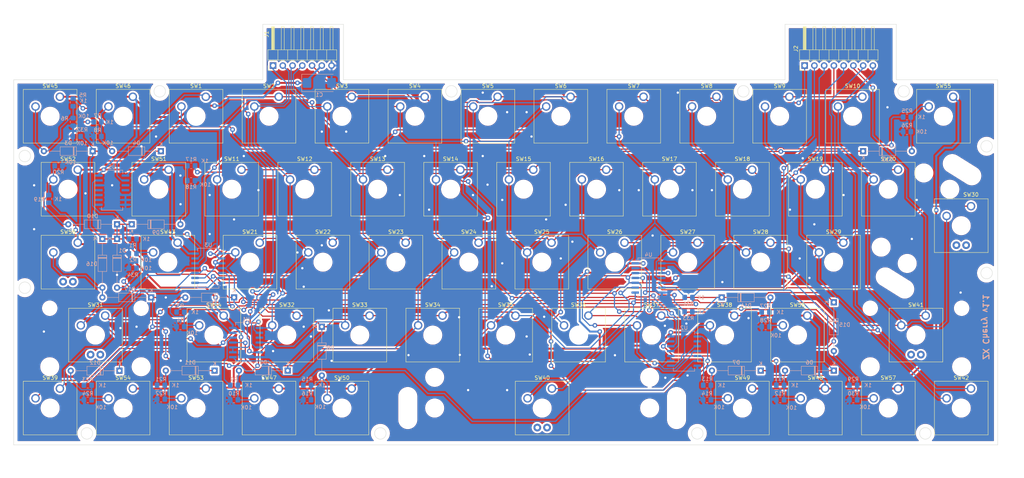
<source format=kicad_pcb>
(kicad_pcb (version 20221018) (generator pcbnew)
  (layers (0 "F.Cu" signal) (31 "B.Cu" signal) (34 "B.Paste" user) (35 "F.Paste" user) (36 "B.SilkS" user "B.Silkscreen") (37 "F.SilkS" user "F.Silkscreen") (38 "B.Mask" user) (39 "F.Mask" user) (44 "Edge.Cuts" user))
  (net 0 "")
  (net 1 "/KA8")
  (net 2 "/KA9")
  (net 3 "/KA10")
  (net 4 "/KA11")
  (net 5 "/KA12")
  (net 6 "/KA13")
  (net 7 "/KA14")
  (net 8 "/KA15")
  (net 9 "/KD0")
  (net 10 "/KD1")
  (net 11 "/KD2")
  (net 12 "/KD3")
  (net 13 "/KD4")
  (net 14 "/KGR")
  (net 15 "/KEDIT")
  (net 16 "/KDEL")
  (net 17 "/KCL")
  (net 18 "/KQUOT")
  (net 19 "/KTV")
  (net 20 "/KSEM")
  (net 21 "/KIV")
  (net 22 "/KBREAK")
  (net 23 "/KLEFT")
  (net 24 "/KDOT")
  (net 25 "/KDOWN")
  (net 26 "/KCOMMA")
  (net 27 "/KUP")
  (net 28 "/KEXT")
  (net 29 "/KRIGHT")
  (net 30 "Net-(R1-Pad1)")
  (net 31 "Net-(R5-Pad1)")
  (net 32 "Net-(R7-Pad1)")
  (net 33 "Net-(R9-Pad1)")
  (net 34 "Net-(R3-Pad1)")
  (net 35 "Net-(R13-Pad1)")
  (net 36 "Net-(R15-Pad1)")
  (net 37 "Net-(R17-Pad1)")
  (net 38 "Net-(R11-Pad1)")
  (net 39 "Net-(R21-Pad1)")
  (net 40 "Net-(R23-Pad1)")
  (net 41 "Net-(R25-Pad1)")
  (net 42 "Net-(R19-Pad1)")
  (net 43 "GND")
  (net 44 "Net-(R29-Pad1)")
  (net 45 "Net-(R31-Pad1)")
  (net 46 "Net-(R33-Pad1)")
  (net 47 "Net-(R27-Pad1)")
  (net 54 "/CS_CTRL")
  (net 55 "/SS_CTRL")
  (net 56 "+5V")
  (footprint "Button_Switch_Keyboard:SW_Cherry_MX_1.00u_Plate" (layer "F.Cu") (at 68.84 58.22)
    (fp_text reference "SW1")
    (fp_text value "KEY_1")
  )
  (footprint "Button_Switch_Keyboard:SW_Cherry_MX_1.00u_Plate" (layer "F.Cu") (at 87.84 58.22)
    (fp_text reference "SW2")
    (fp_text value "KEY_2")
  )
  (footprint "Button_Switch_Keyboard:SW_Cherry_MX_1.00u_Plate" (layer "F.Cu") (at 106.84 58.22)
    (fp_text reference "SW3")
    (fp_text value "KEY_3")
  )
  (footprint "Button_Switch_Keyboard:SW_Cherry_MX_1.00u_Plate" (layer "F.Cu") (at 125.84 58.22)
    (fp_text reference "SW4")
    (fp_text value "KEY_4")
  )
  (footprint "Button_Switch_Keyboard:SW_Cherry_MX_1.00u_Plate" (layer "F.Cu") (at 144.84 58.22)
    (fp_text reference "SW5")
    (fp_text value "KEY_5")
  )
  (footprint "Button_Switch_Keyboard:SW_Cherry_MX_1.00u_Plate" (layer "F.Cu") (at 163.84 58.22)
    (fp_text reference "SW6")
    (fp_text value "KEY_6")
  )
  (footprint "Button_Switch_Keyboard:SW_Cherry_MX_1.00u_Plate" (layer "F.Cu") (at 182.84 58.22)
    (fp_text reference "SW7")
    (fp_text value "KEY_7")
  )
  (footprint "Button_Switch_Keyboard:SW_Cherry_MX_1.00u_Plate" (layer "F.Cu") (at 201.84 58.22)
    (fp_text reference "SW8")
    (fp_text value "KEY_8")
  )
  (footprint "Button_Switch_Keyboard:SW_Cherry_MX_1.00u_Plate" (layer "F.Cu") (at 220.84 58.22)
    (fp_text reference "SW9")
    (fp_text value "KEY_9")
  )
  (footprint "Button_Switch_Keyboard:SW_Cherry_MX_1.00u_Plate" (layer "F.Cu") (at 239.84 58.22)
    (fp_text reference "SW10")
    (fp_text value "KEY_0")
  )
  (footprint "Button_Switch_Keyboard:SW_Cherry_MX_1.00u_Plate" (layer "F.Cu") (at 78.14 77.22)
    (fp_text reference "SW11")
    (fp_text value "KEY_Q")
  )
  (footprint "Button_Switch_Keyboard:SW_Cherry_MX_1.00u_Plate" (layer "F.Cu") (at 97.14 77.22)
    (fp_text reference "SW12")
    (fp_text value "KEY_W")
  )
  (footprint "Button_Switch_Keyboard:SW_Cherry_MX_1.00u_Plate" (layer "F.Cu") (at 116.14 77.22)
    (fp_text reference "SW13")
    (fp_text value "KEY_E")
  )
  (footprint "Button_Switch_Keyboard:SW_Cherry_MX_1.00u_Plate" (layer "F.Cu") (at 135.14 77.22)
    (fp_text reference "SW14")
    (fp_text value "KEY_R")
  )
  (footprint "Button_Switch_Keyboard:SW_Cherry_MX_1.00u_Plate" (layer "F.Cu") (at 154.14 77.22)
    (fp_text reference "SW15")
    (fp_text value "KEY_T")
  )
  (footprint "Button_Switch_Keyboard:SW_Cherry_MX_1.00u_Plate" (layer "F.Cu") (at 173.14 77.22)
    (fp_text reference "SW16")
    (fp_text value "KEY_Y")
  )
  (footprint "Button_Switch_Keyboard:SW_Cherry_MX_1.00u_Plate" (layer "F.Cu") (at 192.14 77.22)
    (fp_text reference "SW17")
    (fp_text value "KEY_U")
  )
  (footprint "Button_Switch_Keyboard:SW_Cherry_MX_1.00u_Plate" (layer "F.Cu") (at 211.14 77.22)
    (fp_text reference "SW18")
    (fp_text value "KEY_I")
  )
  (footprint "Button_Switch_Keyboard:SW_Cherry_MX_1.00u_Plate" (layer "F.Cu") (at 230.14 77.22)
    (fp_text reference "SW19")
    (fp_text value "KEY_O")
  )
  (footprint "Button_Switch_Keyboard:SW_Cherry_MX_1.00u_Plate" (layer "F.Cu") (at 249.14 77.22)
    (fp_text reference "SW20")
    (fp_text value "KEY_P")
  )
  (footprint "Button_Switch_Keyboard:SW_Cherry_MX_1.00u_Plate" (layer "F.Cu") (at 82.89 96.22)
    (fp_text reference "SW21")
    (fp_text value "KEY_A")
  )
  (footprint "Button_Switch_Keyboard:SW_Cherry_MX_1.00u_Plate" (layer "F.Cu") (at 101.89 96.22)
    (fp_text reference "SW22")
    (fp_text value "KEY_S")
  )
  (footprint "Button_Switch_Keyboard:SW_Cherry_MX_1.00u_Plate" (layer "F.Cu") (at 120.89 96.22)
    (fp_text reference "SW23")
    (fp_text value "KEY_D")
  )
  (footprint "Button_Switch_Keyboard:SW_Cherry_MX_1.00u_Plate" (layer "F.Cu") (at 139.89 96.22)
    (fp_text reference "SW24")
    (fp_text value "KEY_F")
  )
  (footprint "Button_Switch_Keyboard:SW_Cherry_MX_1.00u_Plate" (layer "F.Cu") (at 158.89 96.22)
    (fp_text reference "SW25")
    (fp_text value "KEY_G")
  )
  (footprint "Button_Switch_Keyboard:SW_Cherry_MX_1.00u_Plate" (layer "F.Cu") (at 177.89 96.22)
    (fp_text reference "SW26")
    (fp_text value "KEY_H")
  )
  (footprint "Button_Switch_Keyboard:SW_Cherry_MX_1.00u_Plate" (layer "F.Cu") (at 196.89 96.22)
    (fp_text reference "SW27")
    (fp_text value "KEY_J")
  )
  (footprint "Button_Switch_Keyboard:SW_Cherry_MX_1.00u_Plate" (layer "F.Cu") (at 215.89 96.22)
    (fp_text reference "SW28")
    (fp_text value "KEY_K")
  )
  (footprint "Button_Switch_Keyboard:SW_Cherry_MX_1.00u_Plate" (layer "F.Cu") (at 234.89 96.22)
    (fp_text reference "SW29")
    (fp_text value "KEY_L")
  )
  (footprint "zx_cherry:SW_Cherry_MX_ENTER_PCB" (layer "F.Cu") (at 268.14 86.72)
    (fp_text reference "SW30")
    (fp_text value "KEY_EN")
  )
  (footprint "zx_cherry:SW_Cherry_MX_2.25u_PCB" (layer "F.Cu") (at 42.64 115.22)
    (fp_text reference "SW31")
    (fp_text value "KEY_CS1")
  )
  (footprint "Button_Switch_Keyboard:SW_Cherry_MX_1.00u_Plate" (layer "F.Cu") (at 92.49 115.22)
    (fp_text reference "SW32")
    (fp_text value "KEY_Z")
  )
  (footprint "Button_Switch_Keyboard:SW_Cherry_MX_1.00u_Plate" (layer "F.Cu") (at 111.49 115.22)
    (fp_text reference "SW33")
    (fp_text value "KEY_X")
  )
  (footprint "Button_Switch_Keyboard:SW_Cherry_MX_1.00u_Plate" (layer "F.Cu") (at 130.49 115.22)
    (fp_text reference "SW34")
    (fp_text value "KEY_C")
  )
  (footprint "Button_Switch_Keyboard:SW_Cherry_MX_1.00u_Plate" (layer "F.Cu") (at 149.49 115.22)
    (fp_text reference "SW35")
    (fp_text value "KEY_V")
  )
  (footprint "Button_Switch_Keyboard:SW_Cherry_MX_1.00u_Plate" (layer "F.Cu") (at 168.49 115.22)
    (fp_text reference "SW36")
    (fp_text value "KEY_B")
  )
  (footprint "Button_Switch_Keyboard:SW_Cherry_MX_1.00u_Plate" (layer "F.Cu") (at 187.49 115.22)
    (fp_text reference "SW37")
    (fp_text value "KEY_N")
  )
  (footprint "Button_Switch_Keyboard:SW_Cherry_MX_1.00u_Plate" (layer "F.Cu") (at 206.49 115.22)
    (fp_text reference "SW38")
    (fp_text value "KEY_M")
  )
  (footprint "Button_Switch_Keyboard:SW_Cherry_MX_1.00u_Plate" (layer "F.Cu") (at 30.84 134.22)
    (fp_text reference "SW39")
    (fp_text value "KEY_SS1")
  )
  (footprint "zx_cherry:SW_Cherry_MX_SPACE_PCB" (layer "F.Cu") (at 158.99 134.22)
    (fp_text reference "SW40")
    (fp_text value "KEY_SP")
  )
  (footprint "zx_cherry:SW_Cherry_MX_2.25u_PCB" (layer "F.Cu") (at 256.34 115.22)
    (fp_text reference "SW41")
    (fp_text value "KEY_CS2")
  )
  (footprint "Button_Switch_Keyboard:SW_Cherry_MX_1.00u_Plate" (layer "F.Cu") (at 268.14 134.22)
    (fp_text reference "SW42")
    (fp_text value "KEY_SS2")
  )
  (footprint "Button_Switch_Keyboard:SW_Cherry_MX_1.00u_Plate" (layer "F.Cu") (at 61.49 96.22)
    (fp_text reference "SW43")
    (fp_text value "KEY_EDIT")
  )
  (footprint "Button_Switch_Keyboard:SW_Cherry_MX_1.00u_Plate" (layer "F.Cu") (at 73.49 115.22)
    (fp_text reference "SW44")
    (fp_text value "KEY_CL")
  )
  (footprint "Button_Switch_Keyboard:SW_Cherry_MX_1.00u_Plate" (layer "F.Cu") (at 30.84 58.22)
    (fp_text reference "SW45")
    (fp_text value "KEY_TV")
  )
  (footprint "Button_Switch_Keyboard:SW_Cherry_MX_1.00u_Plate" (layer "F.Cu") (at 49.84 58.22)
    (fp_text reference "SW46")
    (fp_text value "KEY_IV")
  )
  (footprint "Button_Switch_Keyboard:SW_Cherry_MX_1.00u_Plate" (layer "F.Cu") (at 87.84 134.22)
    (fp_text reference "SW47")
    (fp_text value "KEY_LEFT")
  )
  (footprint "Button_Switch_Keyboard:SW_Cherry_MX_1.00u_Plate" (layer "F.Cu") (at 230.14 134.22)
    (fp_text reference "SW48")
    (fp_text value "KEY_DOWN")
  )
  (footprint "Button_Switch_Keyboard:SW_Cherry_MX_1.00u_Plate" (layer "F.Cu") (at 211.14 134.22)
    (fp_text reference "SW49")
    (fp_text value "KEY_UP")
  )
  (footprint "Button_Switch_Keyboard:SW_Cherry_MX_1.00u_Plate" (layer "F.Cu") (at 106.84 134.22)
    (fp_text reference "SW50")
    (fp_text value "KEY_RIGHT")
  )
  (footprint "Button_Switch_Keyboard:SW_Cherry_MX_1.00u_Plate" (layer "F.Cu") (at 59.14 77.22)
    (fp_text reference "SW51")
    (fp_text value "KEY_GR")
  )
  (footprint "Button_Switch_Keyboard:SW_Cherry_MX_1.00u_Plate" (layer "F.Cu") (at 35.49 77.22)
    (fp_text reference "SW52")
    (fp_text value "KEY_DEL")
  )
  (footprint "Button_Switch_Keyboard:SW_Cherry_MX_1.00u_Plate" (layer "F.Cu") (at 68.84 134.22)
    (fp_text reference "SW53")
    (fp_text value "KEY_QUOT")
  )
  (footprint "Button_Switch_Keyboard:SW_Cherry_MX_1.00u_Plate" (layer "F.Cu") (at 49.84 134.22)
    (fp_text reference "SW54")
    (fp_text value "KEY_SEM")
  )
  (footprint "Button_Switch_Keyboard:SW_Cherry_MX_1.00u_Plate" (layer "F.Cu") (at 263.49 58.22)
    (fp_text reference "SW55")
    (fp_text value "KEY_BREAK")
  )
  (footprint "Button_Switch_Keyboard:SW_Cherry_MX_1.00u_Plate" (layer "F.Cu") (at 225.49 115.22)
    (fp_text reference "SW56")
    (fp_text value "KEY_DOT")
  )
  (footprint "Button_Switch_Keyboard:SW_Cherry_MX_1.00u_Plate" (layer "F.Cu") (at 249.14 134.22)
    (fp_text reference "SW57")
    (fp_text value "KEY_COMMA")
  )
  (footprint "zx_cherry:SW_Cherry_MX_1.50u_PCB" (layer "F.Cu") (at 35.49 96.22)
    (fp_text reference "SW58")
    (fp_text value "KEY_EXT")
  )
  (footprint "Connector_PinHeader_2.54mm:PinHeader_1x08_P2.54mm_Horizontal" (layer "F.Cu") (at 224.805 50.095 90)
    (fp_text reference "J2")
    (fp_text value "Conn_01x08_Pin")
  )
  (footprint "Connector_PinHeader_2.54mm:PinHeader_1x07_P2.54mm_Horizontal" (layer "F.Cu") (at 86.355 50.095 90)
    (fp_text reference "J1")
    (fp_text value "Conn_01x07_Pin")
  )
  (footprint "Diode_THT:D_DO-35_SOD27_P12.70mm_Horizontal" (layer "B.Cu") (at 46.3563 129.5773 180)
    (fp_text reference "D12")
    (fp_text value "BAT41")
  )
  (footprint "Package_SO:SO-14_5.3x10.2mm_P1.27mm" (layer "B.Cu") (at 193.3875 124.46 180)
    (fp_text reference "U2")
    (fp_text value "CD4066BNS")
  )
  (footprint "Diode_THT:D_DO-35_SOD27_P12.70mm_Horizontal" (layer "B.Cu") (at 57.15 72.39 180)
    (fp_text reference "D4")
    (fp_text value "BAT41")
  )
  (footprint "Resistor_SMD:R_0805_2012Metric_Pad1.20x1.40mm_HandSolder" (layer "B.Cu") (at 49.8 102.87 180)
    (fp_text reference "R34")
    (fp_text value "10K")
  )
  (footprint "Resistor_SMD:R_0805_2012Metric_Pad1.20x1.40mm_HandSolder" (layer "B.Cu") (at 40.64 68.58 180)
    (fp_text reference "R8")
    (fp_text value "10K")
  )
  (footprint "Resistor_SMD:R_0805_2012Metric_Pad1.20x1.40mm_HandSolder" (layer "B.Cu") (at 237.49 137.16 180)
    (fp_text reference "R30")
    (fp_text value "10K")
  )
  (footprint "Resistor_SMD:R_0805_2012Metric_Pad1.20x1.40mm_HandSolder" (layer "B.Cu") (at 218.44 133.35)
    (fp_text reference "R11")
    (fp_text value "1K")
  )
  (footprint "Diode_THT:D_DO-35_SOD27_P12.70mm_Horizontal" (layer "B.Cu") (at 90.17 129.54 180)
    (fp_text reference "D5")
    (fp_text value "BAT41")
  )
  (footprint "Resistor_SMD:R_0805_2012Metric_Pad1.20x1.40mm_HandSolder" (layer "B.Cu") (at 194.5481 114.2168)
    (fp_text reference "R33")
    (fp_text value "1K")
  )
  (footprint "Resistor_SMD:R_0805_2012Metric_Pad1.20x1.40mm_HandSolder" (layer "B.Cu") (at 194.58 110.49)
    (fp_text reference "R31")
    (fp_text value "1K")
  )
  (footprint "Resistor_SMD:R_0805_2012Metric_Pad1.20x1.40mm_HandSolder" (layer "B.Cu") (at 38.1 133.35)
    (fp_text reference "R23")
    (fp_text value "1K")
  )
  (footprint "Resistor_SMD:R_0805_2012Metric_Pad1.20x1.40mm_HandSolder" (layer "B.Cu") (at 34.29 64.77 -90)
    (fp_text reference "R6")
    (fp_text value "10K")
  )
  (footprint "Resistor_SMD:R_0805_2012Metric_Pad1.20x1.40mm_HandSolder" (layer "B.Cu") (at 251.46 67.31 180)
    (fp_text reference "R26")
    (fp_text value "10K")
  )
  (footprint "Diode_THT:D_DO-35_SOD27_P12.70mm_Horizontal" (layer "B.Cu") (at 232.41 111.76 -90)
    (fp_text reference "D15")
    (fp_text value "BAT41")
  )
  (footprint "Package_SO:SO-14_5.3x10.2mm_P1.27mm" (layer "B.Cu") (at 69.5025 102.87 180)
    (fp_text reference "U3")
    (fp_text value "CD4066BNS")
  )
  (footprint "Diode_THT:D_DO-35_SOD27_P12.70mm_Horizontal" (layer "B.Cu") (at 240.03 72.39)
    (fp_text reference "D13")
    (fp_text value "BAT41")
  )
  (footprint "Diode_THT:D_DO-35_SOD27_P12.70mm_Horizontal" (layer "B.Cu") (at 76.2 110.49 180)
    (fp_text reference "D2")
    (fp_text value "BAT41")
  )
  (footprint "Resistor_SMD:R_0805_2012Metric_Pad1.20x1.40mm_HandSolder" (layer "B.Cu") (at 95.25 137.16 180)
    (fp_text reference "R16")
    (fp_text value "10K")
  )
  (footprint "Diode_THT:D_DO-35_SOD27_P12.70mm_Horizontal" (layer "B.Cu") (at 41.91 95.25 -90)
    (fp_text reference "D16")
    (fp_text value "BAT41")
  )
  (footprint "Package_SO:SO-14_5.3x10.2mm_P1.27mm" (layer "B.Cu") (at 44.45 82.55 180)
    (fp_text reference "U5")
    (fp_text value "CD4066BNS")
  )
  (footprint "Diode_THT:D_DO-35_SOD27_P12.70mm_Horizontal" (layer "B.Cu") (at 99.06 118.11 -90)
    (fp_text reference "D8")
    (fp_text value "BAT41")
  )
  (footprint "Resistor_SMD:R_0805_2012Metric_Pad1.20x1.40mm_HandSolder" (layer "B.Cu") (at 237.49 133.35)
    (fp_text reference "R29")
    (fp_text value "1K")
  )
  (footprint "Diode_THT:D_DO-35_SOD27_P12.70mm_Horizontal" (layer "B.Cu") (at 39.37 72.39 180)
    (fp_text reference "D3")
    (fp_text value "BAT41")
  )
  (footprint "Diode_THT:D_DO-35_SOD27_P12.70mm_Horizontal" (layer "B.Cu") (at 71.12 129.54 180)
    (fp_text reference "D11")
    (fp_text value "BAT41")
  )
  (footprint "Resistor_SMD:R_0805_2012Metric_Pad1.20x1.40mm_HandSolder" (layer "B.Cu") (at 27.94 84.82 90)
    (fp_text reference "R19")
    (fp_text value "1K")
  )
  (footprint "Resistor_SMD:R_0805_2012Metric_Pad1.20x1.40mm_HandSolder" (layer "B.Cu") (at 30.48 76.2)
    (fp_text reference "R20")
    (fp_text value "10K")
  )
  (footprint "Capacitor_Tantalum_SMD:CP_EIA-7343-43_Kemet-X_Pad2.25x2.55mm_HandSolder" (layer "B.Cu") (at 98.4 54.61)
    (fp_text reference "C1")
    (fp_text value "C_Polarized" hide)
  )
  (footprint "Resistor_SMD:R_0805_2012Metric_Pad1.20x1.40mm_HandSolder" (layer "B.Cu") (at 76.2 133.35)
    (fp_text reference "R9")
    (fp_text value "1K")
  )
  (footprint "Diode_THT:D_DO-35_SOD27_P12.70mm_Horizontal" (layer "B.Cu") (at 49.53 91.44)
    (fp_text reference "D9")
    (fp_text value "BAT41")
  )
  (footprint "Resistor_SMD:R_0805_2012Metric_Pad1.20x1.40mm_HandSolder" (layer "B.Cu") (at 65.04 76.2 180)
    (fp_text reference "R17")
    (fp_text value "1K")
  )
  (footprint "Package_SO:SO-14_5.3x10.2mm_P1.27mm" (layer "B.Cu") (at 184.15 105.41 180)
    (fp_text reference "U4")
    (fp_text value "CD4066BNS")
  )
  (footprint "Resistor_SMD:R_0805_2012Metric_Pad1.20x1.40mm_HandSolder" (layer "B.Cu") (at 95.25 133.35)
    (fp_text reference "R15")
    (fp_text value "1K")
  )
  (footprint "Diode_THT:D_DO-35_SOD27_P12.70mm_Horizontal" (layer "B.Cu") (at 54.61 110.49 180)
    (fp_text reference "D17")
    (fp_text value "BAT41")
  )
  (footprint "Resistor_SMD:R_0805_2012Metric_Pad1.20x1.40mm_HandSolder" (layer "B.Cu") (at 62.23 118.11 180)
    (fp_text reference "R4")
    (fp_text value "10K")
  )
  (footprint "Resistor_SMD:R_0805_2012Metric_Pad1.20x1.40mm_HandSolder" (layer "B.Cu") (at 57.1766 136.974 180)
    (fp_text reference "R22")
    (fp_text value "10K")
  )
  (footprint "Resistor_SMD:R_0805_2012Metric_Pad1.20x1.40mm_HandSolder" (layer "B.Cu") (at 76.2 137.16 180)
    (fp_text reference "R10")
    (fp_text value "10K")
  )
  (footprint "Resistor_SMD:R_0805_2012Metric_Pad1.20x1.40mm_HandSolder" (layer "B.Cu") (at 35.2257 68.58 180)
    (fp_text reference "R32")
    (fp_text value "10K")
  )
  (footprint "Resistor_SMD:R_0805_2012Metric_Pad1.20x1.40mm_HandSolder" (layer "B.Cu") (at 199.39 137.16 180)
    (fp_text reference "R14")
    (fp_text value "10K")
  )
  (footprint "Resistor_SMD:R_0805_2012Metric_Pad1.20x1.40mm_HandSolder" (layer "B.Cu") (at 49.8 99.06 180)
    (fp_text reference "R2")
    (fp_text value "10K")
  )
  (footprint "Diode_THT:D_DO-35_SOD27_P12.70mm_Horizontal" (layer "B.Cu") (at 45.72 95.25 -90)
    (fp_text reference "D1")
    (fp_text value "BAT41")
  )
  (footprint "Resistor_SMD:R_0805_2012Metric_Pad1.20x1.40mm_HandSolder" (layer "B.Cu") (at 199.39 133.35)
    (fp_text reference "R13")
    (fp_text value "1K")
  )
  (footprint "Resistor_SMD:R_0805_2012Metric_Pad1.20x1.40mm_HandSolder" (layer "B.Cu") (at 218.44 137.16 180)
    (fp_text reference "R12")
    (fp_text value "10K")
  )
  (footprint "Resistor_SMD:R_0805_2012Metric_Pad1.20x1.40mm_HandSolder" (layer "B.Cu") (at 214.63 114.3)
    (fp_text reference "R27")
    (fp_text value "1K")
  )
  (footprint "Resistor_SMD:R_0805_2012Metric_Pad1.20x1.40mm_HandSolder" (layer "B.Cu") (at 62.23 114.3)
    (fp_text reference "R3")
    (fp_text value "1K")
  )
  (footprint "Package_SO:SO-14_5.3x10.2mm_P1.27mm" (layer "B.Cu") (at 79.3266 122.2342 180)
    (fp_text reference "U1")
    (fp_text value "CD4066BNS")
  )
  (footprint "Resistor_SMD:R_0805_2012Metric_Pad1.20x1.40mm_HandSolder" (layer "B.Cu") (at 214.63 118.11 180)
    (fp_text reference "R28")
    (fp_text value "10K")
  )
  (footprint "Diode_THT:D_DO-35_SOD27_P12.70mm_Horizontal" (layer "B.Cu") (at 213.36 129.54 180)
    (fp_text reference "D7")
    (fp_text value "BAT41")
  )
  (footprint "Resistor_SMD:R_0805_2012Metric_Pad1.20x1.40mm_HandSolder" (layer "B.Cu") (at 34.29 59.69 -90)
    (fp_text reference "R5")
    (fp_text value "1K")
  )
  (footprint "Resistor_SMD:R_0805_2012Metric_Pad1.20x1.40mm_HandSolder" (layer "B.Cu") (at 38.1 137.16 180)
    (fp_text reference "R24")
    (fp_text value "10K")
  )
  (footprint "Diode_THT:D_DO-35_SOD27_P12.70mm_Horizontal" (layer "B.Cu") (at 203.2 110.49)
    (fp_text reference "D14")
    (fp_text value "BAT41")
  )
  (footprint "Resistor_SMD:R_0805_2012Metric_Pad1.20x1.40mm_HandSolder" (layer "B.Cu") (at 65.015 80.0531)
    (fp_text reference "R18")
    (fp_text value "10K")
  )
  (footprint "Resistor_SMD:R_0805_2012Metric_Pad1.20x1.40mm_HandSolder" (layer "B.Cu") (at 49.8 95.25)
    (fp_text reference "R1")
    (fp_text value "1K")
  )
  (footprint "Resistor_SMD:R_0805_2012Metric_Pad1.20x1.40mm_HandSolder" (layer "B.Cu") (at 57.15 133.35)
    (fp_text reference "R21")
    (fp_text value "1K")
  )
  (footprint "Diode_THT:D_DO-35_SOD27_P12.70mm_Horizontal" (layer "B.Cu") (at 232.41 129.54 180)
    (fp_text reference "D6")
    (fp_text value "BAT41")
  )
  (footprint "Resistor_SMD:R_0805_2012Metric_Pad1.20x1.40mm_HandSolder" (layer "B.Cu") (at 251.46 63.5)
    (fp_text reference "R25")
    (fp_text value "1K")
  )
  (footprint "Resistor_SMD:R_0805_2012Metric_Pad1.20x1.40mm_HandSolder" (layer "B.Cu") (at 40.64 64.77)
    (fp_text reference "R7")
    (fp_text value "1K")
  )
  (footprint "Diode_THT:D_DO-35_SOD27_P12.70mm_Horizontal" (layer "B.Cu") (at 45.72 91.44 180)
    (fp_text reference "D10")
    (fp_text value "BAT41")
  )
  (gr_line (start 83.7 39.37) (end 104.7 39.37) (stroke (width 0.1)) (layer "Edge.Cuts"))
  (gr_line (start 275.1 53.8) (end 275.1 148.9) (stroke (width 0.1)) (layer "Edge.Cuts"))
  (gr_circle (center 272.2 104.14) (end 273.7 104.14) (stroke (width 0.1)) (fill none) (layer "Edge.Cuts"))
  (gr_circle (center 56.839369 56.8) (end 58.339369 56.8) (stroke (width 0.1)) (fill none) (layer "Edge.Cuts"))
  (gr_line (start 248.7 53.8) (end 275.1 53.8) (stroke (width 0.1)) (layer "Edge.Cuts"))
  (gr_circle (center 256.24442 145.9) (end 257.74442 145.9) (stroke (width 0.1)) (fill none) (layer "Edge.Cuts"))
  (gr_circle (center 272.2 71.12) (end 273.7 71.12) (stroke (width 0.1)) (fill none) (layer "Edge.Cuts"))
  (gr_circle (center 21.7 73.66) (end 23.2 73.66) (stroke (width 0.1)) (fill none) (layer "Edge.Cuts"))
  (gr_circle (center 250.600992 56.8) (end 252.100992 56.8) (stroke (width 0.1)) (fill none) (layer "Edge.Cuts"))
  (gr_line (start 275.1 148.9) (end 18.8 148.9) (stroke (width 0.1)) (layer "Edge.Cuts"))
  (gr_line (start 104.7 53.8) (end 219.7 53.8) (stroke (width 0.1)) (layer "Edge.Cuts"))
  (gr_line (start 219.7 53.8) (end 219.7 39.37) (stroke (width 0.1)) (layer "Edge.Cuts"))
  (gr_circle (center 132.809063 56.8) (end 134.309063 56.8) (stroke (width 0.1)) (fill none) (layer "Edge.Cuts"))
  (gr_circle (center 114.3 145.9) (end 115.8 145.9) (stroke (width 0.1)) (fill none) (layer "Edge.Cuts"))
  (gr_circle (center 196.85 145.9) (end 198.35 145.9) (stroke (width 0.1)) (fill none) (layer "Edge.Cuts"))
  (gr_circle (center 208.839135 56.8) (end 210.339135 56.8) (stroke (width 0.1)) (fill none) (layer "Edge.Cuts"))
  (gr_circle (center 21.7 107.95) (end 23.2 107.95) (stroke (width 0.1)) (fill none) (layer "Edge.Cuts"))
  (gr_line (start 248.7 39.37) (end 248.7 53.8) (stroke (width 0.1)) (layer "Edge.Cuts"))
  (gr_line (start 104.7 53.8) (end 104.7 39.37) (stroke (width 0.1)) (layer "Edge.Cuts"))
  (gr_line (start 248.7 39.37) (end 219.7 39.37) (stroke (width 0.1)) (layer "Edge.Cuts"))
  (gr_line (start 18.8 53.8) (end 83.7 53.8) (stroke (width 0.1)) (layer "Edge.Cuts"))
  (gr_line (start 18.8 148.9) (end 18.8 53.8) (stroke (width 0.1)) (layer "Edge.Cuts"))
  (gr_line (start 83.7 39.37) (end 83.7 53.8) (stroke (width 0.1)) (layer "Edge.Cuts"))
  (gr_circle (center 37.87 145.9) (end 39.37 145.9) (stroke (width 0.1)) (fill none) (layer "Edge.Cuts"))
  (gr_text "ZX Cherry v1.1" (at 271.10926 126.864508 270) (layer "B.SilkS") (effects (font (size 1.5 1.5) (thickness 0.3) bold) (justify left bottom mirror)))
  (segment (start 75.34812 113.859871) (end 76.21797 113.859871) (width 0.3) (layer "F.Cu") (net 1))
  (segment (start 111.49 115.22) (end 92.49 115.22) (width 0.3) (layer "F.Cu") (net 1))
  (segment (start 43.7006 116.2806) (end 63.3026 116.2806) (width 0.3) (layer "F.Cu") (net 1))
  (segment (start 237.505 50.815) (end 237.505 50.095) (width 0.3) (layer "F.Cu") (net 1))
  (segment (start 148.57 114.3) (end 131.41 114.3) (width 0.3) (layer "F.Cu") (net 1))
  (segment (start 176.876745 109.303107) (end 177.295421 109.303107) (width 0.3) (layer "F.Cu") (net 1))
  (segment (start 177.295421 109.303107) (end 178.648528 107.95) (width 0.3) (layer "F.Cu") (net 1))
  (segment (start 242.57 55.88) (end 237.505 50.815) (width 0.3) (layer "F.Cu") (net 1))
  (segment (start 220.198528 107.95) (end 243.2447 107.95) (width 0.3) (layer "F.Cu") (net 1))
  (segment (start 243.2447 107.95) (end 250.5147 115.22) (width 0.3) (layer "F.Cu") (net 1))
  (segment (start 75.158249 113.67) (end 75.34812 113.859871) (width 0.3) (layer "F.Cu") (net 1))
  (segment (start 187.649072 108.4876) (end 219.660928 108.4876) (width 0.3) (layer "F.Cu") (net 1))
  (segment (start 83.204344 112.36) (end 85.144344 114.3) (width 0.3) (layer "F.Cu") (net 1))
  (segment (start 250.5147 115.22) (end 256.34 115.22) (width 0.3) (layer "F.Cu") (net 1))
  (segment (start 79.409999 112.36) (end 83.204344 112.36) (width 0.3) (layer "F.Cu") (net 1))
  (segment (start 219.660928 108.4876) (end 220.198528 107.95) (width 0.3) (layer "F.Cu") (net 1))
  (segment (start 63.3026 116.2806) (end 65.9132 113.67) (width 0.3) (layer "F.Cu") (net 1))
  (segment (start 91.57 114.3) (end 92.49 115.22) (width 0.3) (layer "F.Cu") (net 1))
  (segment (start 77.375304 112.702537) (end 79.067462 112.702537) (width 0.3) (layer "F.Cu") (net 1))
  (segment (start 65.9132 113.67) (end 75.158249 113.67) (width 0.3) (layer "F.Cu") (net 1))
  (segment (start 79.067462 112.702537) (end 79.409999 112.36) (width 0.3) (layer "F.Cu") (net 1))
  (segment (start 130.49 115.22) (end 111.49 115.22) (width 0.3) (layer "F.Cu") (net 1))
  (segment (start 76.21797 113.859871) (end 77.375304 112.702537) (width 0.3) (layer "F.Cu") (net 1))
  (segment (start 131.41 114.3) (end 130.49 115.22) (width 0.3) (layer "F.Cu") (net 1))
  (segment (start 187.111472 107.95) (end 187.649072 108.4876) (width 0.3) (layer "F.Cu") (net 1))
  (segment (start 85.144344 114.3) (end 91.57 114.3) (width 0.3) (layer "F.Cu") (net 1))
  (segment (start 149.49 115.22) (end 148.57 114.3) (width 0.3) (layer "F.Cu") (net 1))
  (segment (start 42.64 115.22) (end 43.7006 116.2806) (width 0.3) (layer "F.Cu") (net 1))
  (segment (start 178.648528 107.95) (end 187.111472 107.95) (width 0.3) (layer "F.Cu") (net 1))
  (via (at 176.876745 109.303107) (size 1.2) (drill 0.6) (layers "F.Cu" "B.Cu") (net 1))
  (via (at 242.57 55.88) (size 1.2) (drill 0.6) (layers "F.Cu" "B.Cu") (net 1))
  (segment (start 251.3837 84.552371) (end 256.34 89.508671) (width 0.3) (layer "B.Cu") (net 1))
  (segment (start 256.34 89.508671) (end 256.34 115.22) (width 0.3) (layer "B.Cu") (net 1))
  (segment (start 178.652528 107.95) (end 180.6875 107.95) (width 0.3) (layer "B.Cu") (net 1))
  (segment (start 179.07 111.496362) (end 179.07 113.58207) (width 0.3) (layer "B.Cu") (net 1))
  (segment (start 177.299421 109.303107) (end 178.652528 107.95) (width 0.3) (layer "B.Cu") (net 1))
  (segment (start 242.57 55.88) (end 242.57 68.3445) (width 0.3) (layer "B.Cu") (net 1))
  (segment (start 162.56 123.7655) (end 154.0145 115.22) (width 0.3) (layer "B.Cu") (net 1))
  (segment (start 176.876745 109.303107) (end 179.07 111.496362) (width 0.3) (layer "B.Cu") (net 1))
  (segment (start 154.0145 115.22) (end 149.49 115.22) (width 0.3) (layer "B.Cu") (net 1))
  (segment (start 176.876745 109.303107) (end 177.299421 109.303107) (width 0.3) (layer "B.Cu") (net 1))
  (segment (start 251.3837 77.1582) (end 251.3837 84.552371) (width 0.3) (layer "B.Cu") (net 1))
  (segment (start 242.57 68.3445) (end 251.3837 77.1582) (width 0.3) (layer "B.Cu") (net 1))
  (segment (start 179.07 113.58207) (end 168.886571 123.7655) (width 0.3) (layer "B.Cu") (net 1))
  (segment (start 168.886571 123.7655) (end 162.56 123.7655) (width 0.3) (layer "B.Cu") (net 1))
  (segment (start 158.89 96.22) (end 165.6778 89.4322) (width 0.3) (layer "F.Cu") (net 2))
  (segment (start 102.989999 95.120001) (end 119.790001 95.120001) (width 0.3) (layer "F.Cu") (net 2))
  (segment (start 121.989999 95.120001) (end 138.790001 95.120001) (width 0.3) (layer "F.Cu") (net 2))
  (segment (start 140.989999 95.120001) (end 139.89 96.22) (width 0.3) (layer "F.Cu") (net 2))
  (segment (start 119.790001 95.120001) (end 120.89 96.22) (width 0.3) (layer "F.Cu") (net 2))
  (segment (start 158.89 96.22) (end 157.790001 95.120001) (width 0.3) (layer "F.Cu") (net 2))
  (segment (start 101.89 96.22) (end 100.790001 95.120001) (width 0.3) (layer "F.Cu") (net 2))
  (segment (start 138.790001 95.120001) (end 139.89 96.22) (width 0.3) (layer "F.Cu") (net 2))
  (segment (start 101.89 96.22) (end 102.989999 95.120001) (width 0.3) (layer "F.Cu") (net 2))
  (segment (start 211.0585 89.4322) (end 222.4925 77.9982) (width 0.3) (layer "F.Cu") (net 2))
  (segment (start 165.6778 89.4322) (end 211.0585 89.4322) (width 0.3) (layer "F.Cu") (net 2))
  (segment (start 83.989999 95.120001) (end 82.89 96.22) (width 0.3) (layer "F.Cu") (net 2))
  (segment (start 100.790001 95.120001) (end 83.989999 95.120001) (width 0.3) (layer "F.Cu") (net 2))
  (segment (start 157.790001 95.120001) (end 140.989999 95.120001) (width 0.3) (layer "F.Cu") (net 2))
  (segment (start 120.89 96.22) (end 121.989999 95.120001) (width 0.3) (layer "F.Cu") (net 2))
  (via (at 222.4925 77.9982) (size 1.2) (drill 0.6) (layers "F.Cu" "B.Cu") (net 2))
  (segment (start 222.4925 77.9982) (end 228.6 71.8907) (width 0.3) (layer "B.Cu") (net 2))
  (segment (start 228.6 71.8907) (end 228.6 53.34) (width 0.3) (layer "B.Cu") (net 2))
  (segment (start 228.6 53.34) (end 229.885 52.055) (width 0.3) (layer "B.Cu") (net 2))
  (segment (start 229.885 52.055) (end 229.885 50.095) (width 0.3) (layer "B.Cu") (net 2))
  (segment (start 154.14 77.22) (end 135.14 77.22) (width 0.3) (layer "F.Cu") (net 3))
  (segment (start 154.14 77.22) (end 158.892777 72.467223) (width 0.3) (layer "F.Cu") (net 3))
  (segment (start 135.14 77.22) (end 116.14 77.22) (width 0.3) (layer "F.Cu") (net 3))
  (segment (start 158.892777 72.467223) (end 218.504894 72.467223) (width 0.3) (layer "F.Cu") (net 3))
  (segment (start 218.610137 72.479552) (end 218.529552 72.467223) (width 0.3) (layer "F.Cu") (net 3))
  (segment (start 97.14 77.22) (end 116.14 77.22) (width 0.3) (layer "F.Cu") (net 3))
  (segment (start 218.529552 72.467223) (end 218.517223 72.467223) (width 0.3) (layer "F.Cu") (net 3))
  (segment (start 97.14 77.22) (end 78.14 77.22) (width 0.3) (layer "F.Cu") (net 3))
  (segment (start 218.504894 72.467223) (end 218.610137 72.479552) (width 0.3) (layer "F.Cu") (net 3))
  (via (at 218.610137 72.479552) (size 1.2) (drill 0.6) (layers "F.Cu" "B.Cu") (net 3))
  (segment (start 223.363848 72.479552) (end 218.610137 72.479552) (width 0.3) (layer "B.Cu") (net 3))
  (segment (start 227.345 68.4984) (end 223.363848 72.479552) (width 0.3) (layer "B.Cu") (net 3))
  (segment (start 227.345 68.4984) (end 227.345 50.095) (width 0.3) (layer "B.Cu") (net 3))
  (segment (start 139.132032 59.21) (end 137.847968 59.21) (width 0.3) (layer "F.Cu") (net 4))
  (segment (start 218.9 58.82) (end 213.89 58.82) (width 0.3) (layer "F.Cu") (net 4))
  (segment (start 79.652871 117.107463) (end 81.28 117.107463) (width 0.3) (layer "F.Cu") (net 4))
  (segment (start 143.37 59.69) (end 139.612032 59.69) (width 0.3) (layer "F.Cu") (net 4))
  (segment (start 223.2491 59.81) (end 219.89 59.81) (width 0.3) (layer "F.Cu") (net 4))
  (segment (start 210.48 62.23) (end 205.001472 62.23) (width 0.3) (layer "F.Cu") (net 4))
  (segment (start 193.8604 59.8496) (end 181.9296 59.8496) (width 0.3) (layer "F.Cu") (net 4))
  (segment (start 181.9296 59.8496) (end 181.2838 59.2038) (width 0.3) (layer "F.Cu") (net 4))
  (segment (start 213.89 58.82) (end 210.48 62.23) (width 0.3) (layer "F.Cu") (net 4))
  (segment (start 174.8604 59.8496) (end 162.9296 59.8496) (width 0.3) (layer "F.Cu") (net 4))
  (segment (start 144.84 58.22) (end 143.37 59.69) (width 0.3) (layer "F.Cu") (net 4))
  (segment (start 137.367968 59.69) (end 127.31 59.69) (width 0.3) (layer "F.Cu") (net 4))
  (segment (start 201.197968 59.77) (end 200.631768 59.2038) (width 0.3) (layer "F.Cu") (net 4))
  (segment (start 80.423739 114.141554) (end 80.423739 114.713739) (width 0.3) (layer "F.Cu") (net 4))
  (segment (start 175.5062 59.2038) (end 174.8604 59.8496) (width 0.3) (layer "F.Cu") (net 4))
  (segment (start 202.541472 59.77) (end 201.197968 59.77) (width 0.3) (layer "F.Cu") (net 4))
  (segment (start 162.9296 59.8496) (end 161.3 58.22) (width 0.3) (layer "F.Cu") (net 4))
  (segment (start 80.01 58.22) (end 68.84 58.22) (width 0.3) (layer "F.Cu") (net 4))
  (segment (start 219.89 59.81) (end 218.9 58.82) (width 0.3) (layer "F.Cu") (net 4))
  (segment (start 79.652752 117.107344) (end 79.652871 117.107463) (width 0.3) (layer "F.Cu") (net 4))
  (segment (start 139.612032 59.69) (end 139.132032 59.21) (width 0.3) (layer "F.Cu") (net 4))
  (segment (start 127.31 59.69) (end 125.84 58.22) (width 0.3) (layer "F.Cu") (net 4))
  (segment (start 205.001472 62.23) (end 202.541472 59.77) (width 0.3) (layer "F.Cu") (net 4))
  (segment (start 200.631768 59.2038) (end 194.5062 59.2038) (width 0.3) (layer "F.Cu") (net 4))
  (segment (start 87.84 58.22) (end 82.7098 58.22) (width 0.3) (layer "F.Cu") (net 4))
  (segment (start 161.3 58.22) (end 144.84 58.22) (width 0.3) (layer "F.Cu") (net 4))
  (segment (start 82.7098 58.22) (end 80.01 58.22) (width 0.3) (layer "F.Cu") (net 4))
  (segment (start 78.74 61.563359) (end 78.74 58.42) (width 0.3) (layer "F.Cu") (net 4))
  (segment (start 82.55 116.84) (end 82.5208 116.8692) (width 0.3) (layer "F.Cu") (net 4))
  (segment (start 80.423739 114.141554) (end 80.423739 117.107463) (width 0.3) (layer "F.Cu") (net 4))
  (segment (start 79.890346 62.713705) (end 78.74 61.563359) (width 0.3) (layer "F.Cu") (net 4))
  (segment (start 81.28 117.107463) (end 82.282537 117.107463) (width 0.3) (layer "F.Cu") (net 4))
  (segment (start 137.847968 59.21) (end 137.367968 59.69) (width 0.3) (layer "F.Cu") (net 4))
  (segment (start 80.423739 117.107463) (end 81.28 117.107463) (width 0.3) (layer "F.Cu") (net 4))
  (segment (start 194.5062 59.2038) (end 193.8604 59.8496) (width 0.3) (layer "F.Cu") (net 4))
  (segment (start 82.282537 117.107463) (end 82.55 116.84) (width 0.3) (layer "F.Cu") (net 4))
  (segment (start 106.84 58.22) (end 87.84 58.22) (width 0.3) (layer "F.Cu") (net 4))
  (segment (start 181.2838 59.2038) (end 175.5062 59.2038) (width 0.3) (layer "F.Cu") (net 4))
  (via (at 79.890346 62.713705) (size 1.2) (drill 0.6) (layers "F.Cu" "B.Cu") (net 4))
  (via (at 80.423739 114.141554) (size 1.2) (drill 0.6) (layers "F.Cu" "B.Cu") (net 4))
  (via (at 79.652752 117.107344) (size 1.2) (drill 0.6) (layers "F.Cu" "B.Cu") (net 4))
  (via (at 82.55 116.84) (size 1.2) (drill 0.6) (layers "F.Cu" "B.Cu") (net 4))
  (via (at 223.2491 59.81) (size 1.2) (drill 0.6) (layers "F.Cu" "B.Cu") (net 4))
  (segment (start 81.3516 118.021516) (end 81.3516 118.8263) (width 0.3) (layer "B.Cu") (net 4))
  (segment (start 79.9195 71.0891) (end 79.9195 62.742859) (width 0.3) (layer "B.Cu") (net 4))
  (segment (start 86.36 103.855383) (end 86.36 77.5296) (width 0.3) (layer "B.Cu") (net 4))
  (segment (start 68.84 58.22) (end 68.4025 57.7825) (width 0.3) (layer "B.Cu") (net 4))
  (segment (start 79.6958 123.5042) (end 75.8641 123.5042) (width 0.3) (layer "B.Cu") (net 4))
  (segment (start 80.177974 123.022026) (end 79.6958 123.5042) (width 0.3) (layer "B.Cu") (net 4))
  (segment (start 46.99 80.01) (end 47.9125 80.01) (width 0.3) (layer "B.Cu") (net 4))
  (segment (start 80.423739 113.886261) (end 81.4749 112.8351) (width 0.3) (layer "B.Cu") (net 4))
  (segment (start 79.9195 62.742859) (end 79.890346 62.713705) (width 0.3) (layer "B.Cu") (net 4))
  (segment (start 85.748496 106.595704) (end 85.748496 104.466887) (width 0.3) (layer "B.Cu") (net 4))
  (segment (start 63.2601 57.7825) (end 45.72 75.3226) (width 0.3) (layer "B.Cu") (net 4))
  (segment (start 224.805 58.2541) (end 223.2491 59.81) (width 0.3) (layer "B.Cu") (net 4))
  (segment (start 80.177974 121.649581) (end 80.177974 123.022026) (width 0.3) (layer "B.Cu") (net 4))
  (segment (start 86.36 77.5296) (end 79.9195 71.0891) (width 0.3) (layer "B.Cu") (net 4))
  (segment (start 82.140315 110.894101) (end 82.140315 110.203885) (width 0.3) (layer "B.Cu") (net 4))
  (segment (start 79.652752 121.124359) (end 80.177974 121.649581) (width 0.3) (layer "B.Cu") (net 4))
  (segment (start 79.652752 117.107344) (end 79.652752 121.124359) (width 0.3) (layer "B.Cu") (net 4))
  (segment (start 85.748496 104.466887) (end 86.36 103.855383) (width 0.3) (layer "B.Cu") (net 4))
  (segment (start 81.3516 118.8263) (end 82.2195 119.6942) (width 0.3) (layer "B.Cu") (net 4))
  (segment (start 45.72 75.3226) (end 45.72 78.74) (width 0.3) (layer "B.Cu") (net 4))
  (segment (start 79.9195 62.684551) (end 79.890346 62.713705) (width 0.3) (layer "B.Cu") (net 4))
  (segment (start 125.84 58.22) (end 106.84 58.22) (width 0.3) (layer "B.Cu") (net 4))
  (segment (start 45.72 78.74) (end 46.99 80.01) (width 0.3) (layer "B.Cu") (net 4))
  (segment (start 82.55 116.84) (end 82.533116 116.84) (width 0.3) (layer "B.Cu") (net 4))
  (segment (start 68.4025 57.7825) (end 63.2601 57.7825) (width 0.3) (layer "B.Cu") (net 4))
  (segment (start 224.805 50.095) (end 224.805 58.2541) (width 0.3) (layer "B.Cu") (net 4))
  (segment (start 82.2195 119.6942) (end 82.7891 119.6942) (width 0.3) (layer "B.Cu") (net 4))
  (segment (start 75.8641 123.5042) (end 75.8641 124.7742) (width 0.3) (layer "B.Cu") (net 4))
  (segment (start 82.140315 110.203885) (end 85.748496 106.595704) (width 0.3) (layer "B.Cu") (net 4))
  (segment (start 82.7891 120.9642) (end 82.7891 119.6942) (width 0.3) (layer "B.Cu") (net 4))
  (segment (start 81.4749 111.559516) (end 82.140315 110.894101) (width 0.3) (layer "B.Cu") (net 4))
  (segment (start 80.423739 114.141554) (end 80.423739 113.886261) (width 0.3) (layer "B.Cu") (net 4))
  (segment (start 81.4749 112.8351) (end 81.4749 111.559516) (width 0.3) (layer "B.Cu") (net 4))
  (segment (start 82.533116 116.84) (end 81.3516 118.021516) (width 0.3) (layer "B.Cu") (net 4))
  (segment (start 182.84 58.22) (end 163.84 58.22) (width 0.3) (layer "F.Cu") (net 5))
  (segment (start 193.611872 59.2496) (end 183.8696 59.2496) (width 0.3) (layer "F.Cu") (net 5))
  (segment (start 201.4562 58.6038) (end 194.257672 58.6038) (width 0.3) (layer "F.Cu") (net 5))
  (segment (start 213.641472 58.22) (end 210.231472 61.63) (width 0.3) (layer "F.Cu") (net 5))
  (segment (start 201.84 58.22) (end 201.4562 58.6038) (width 0.3) (layer "F.Cu") (net 5))
  (segment (start 185.316397 127.1689) (end 185.747497 127.6) (width 0.3) (layer "F.Cu") (net 5))
  (segment (start 143.6789 127.1689) (end 185.316397 127.1689) (width 0.3) (layer "F.Cu") (net 5))
  (segment (start 70.042713 99.082213) (end 71.061787 99.082213) (width 0.3) (layer "F.Cu") (net 5))
  (segment (start 80.3721 89.7719) (end 142.3355 89.7719) (width 0.3) (layer "F.Cu") (net 5))
  (segment (start 232.425 58.205) (end 232.41 58.22) (width 0.3) (layer "F.Cu") (net 5))
  (segment (start 232.425 50.095) (end 232.425 58.205) (width 0.3) (layer "F.Cu") (net 5))
  (segment (start 142.24 125.73) (end 143.6789 127.1689) (width 0.3) (layer "F.Cu") (net 5))
  (segment (start 220.84 58.22) (end 213.641472 58.22) (width 0.3) (layer "F.Cu") (net 5))
  (segment (start 183.8696 59.2496) (end 182.84 58.22) (width 0.3) (layer "F.Cu") (net 5))
  (segment (start 205.25 61.63) (end 201.84 58.22) (width 0.3) (layer "F.Cu") (net 5))
  (segment (start 239.84 58.22) (end 232.41 58.22) (width 0.3) (layer "F.Cu") (net 5))
  (segment (start 71.061787 99.082213) (end 80.3721 89.7719) (width 0.3) (layer "F.Cu") (net 5))
  (segment (start 194.257672 58.6038) (end 193.611872 59.2496) (width 0.3) (layer "F.Cu") (net 5))
  (segment (start 232.41 58.22) (end 220.84 58.22) (width 0.3) (layer "F.Cu") (net 5))
  (segment (start 210.231472 61.63) (end 205.25 61.63) (width 0.3) (layer "F.Cu") (net 5))
  (via (at 142.3355 89.7719) (size 1.2) (drill 0.6) (layers "F.Cu" "B.Cu") (net 5))
  (via (at 185.747497 127.6) (size 1.2) (drill 0.6) (layers "F.Cu" "B.Cu") (net 5))
  (via (at 70.042713 99.082213) (size 1.2) (drill 0.6) (layers "F.Cu" "B.Cu") (net 5))
  (via (at 142.24 125.73) (size 1.2) (drill 0.6) (layers "F.Cu" "B.Cu") (net 5))
  (segment (start 189.925 125.73) (end 189.925 127) (width 0.3) (layer "B.Cu") (net 5))
  (segment (start 141.578 123.3351) (end 141.578 90.5294) (width 0.3) (layer "B.Cu") (net 5))
  (segment (start 189.23 129.0555) (end 190.9825 129.0555) (width 0.3) (layer "B.Cu") (net 5))
  (segment (start 188.1909 129.0555) (end 188.7866 129.0555) (width 0.3) (layer "B.Cu") (net 5))
  (segment (start 141.578 90.5294) (end 142.3355 89.7719) (width 0.3) (layer "B.Cu") (net 5))
  (segment (start 189.23 129.0555) (end 188.1909 129.0555) (width 0.3) (layer "B.Cu") (net 5))
  (segment (start 193.3091 126.7289) (end 193.3091 126.0938) (width 0.3) (layer "B.Cu") (net 5))
  (segment (start 193.3091 126.0938) (end 196.2129 123.19) (width 0.3) (layer "B.Cu") (net 5))
  (segment (start 71.082013 99.082213) (end 72.3298 100.33) (width 0.3) (layer "B.Cu") (net 5))
  (segment (start 155.9381 59.7719) (end 140.0421 59.7719) (width 0.3) (layer "B.Cu") (net 5))
  (segment (start 186.7354 127.6) (end 185.747497 127.6) (width 0.3) (layer "B.Cu") (net 5))
  (segment (start 142.24 123.9971) (end 141.578 123.3351) (width 0.3) (layer "B.Cu") (net 5))
  (segment (start 187.6827 128.5473) (end 186.7354 127.6) (width 0.3) (layer "B.Cu") (net 5))
  (segment (start 70.042713 99.082213) (end 71.082013 99.082213) (width 0.3) (layer "B.Cu") (net 5))
  (segment (start 221.1119 58.22) (end 220.84 58.22) (width 0.3) (layer "B.Cu") (net 5))
  (segment (start 189.23 127) (end 187.6827 128.5473) (width 0.3) (layer "B.Cu") (net 5))
  (segment (start 188.7866 129.0555) (end 189.23 129.0555) (width 0.3) (layer "B.Cu") (net 5))
  (segment (start 196.2129 123.19) (end 196.85 123.19) (width 0.3) (layer "B.Cu") (net 5))
  (segment (start 139.4712 59.201) (end 137.7908 59.201) (width 0.3) (layer "B.Cu") (net 5))
  (segment (start 140.0421 59.7719) (end 139.4712 59.201) (width 0.3) (layer "B.Cu") (net 5))
  (segment (start 135.89 83.3264) (end 142.3355 89.7719) (width 0.3) (layer "B.Cu") (net 5))
  (segment (start 188.1909 129.0555) (end 187.6827 128.5473) (width 0.3) (layer "B.Cu") (net 5))
  (segment (start 136.9075 68.3275) (end 137.683 69.103) (width 0.3) (layer "B.Cu") (net 5))
  (segment (start 72.3298 100.33) (end 72.965 100.33) (width 0.3) (layer "B.Cu") (net 5))
  (segment (start 196.85 123.19) (end 196.85 121.92) (width 0.3) (layer "B.Cu") (net 5))
  (segment (start 137.7908 59.201) (end 136.9075 60.0843) (width 0.3) (layer "B.Cu") (net 5))
  (segment (start 142.24 125.73) (end 142.24 123.9971) (width 0.3) (layer "B.Cu") (net 5))
  (segment (start 189.925 127) (end 189.23 127) (width 0.3) (layer "B.Cu") (net 5))
  (segment (start 163.84 58.22) (end 157.49 58.22) (width 0.3) (layer "B.Cu") (net 5))
  (segment (start 190.9825 129.0555) (end 193.3091 126.7289) (width 0.3) (layer "B.Cu") (net 5))
  (segment (start 137.683 69.103) (end 137.683 78.244429) (width 0.3) (layer "B.Cu") (net 5))
  (segment (start 136.9075 60.0843) (end 136.9075 68.3275) (width 0.3) (layer "B.Cu") (net 5))
  (segment (start 135.89 80.037429) (end 135.89 83.3264) (width 0.3) (layer "B.Cu") (net 5))
  (segment (start 137.683 78.244429) (end 135.89 80.037429) (width 0.3) (layer "B.Cu") (net 5))
  (segment (start 186.7354 127.6) (end 188.1909 129.0555) (width 0.3) (layer "B.Cu") (net 5))
  (segment (start 157.49 58.22) (end 155.9381 59.7719) (width 0.3) (layer "B.Cu") (net 5))
  (segment (start 150.498 93.7947) (end 167.0727 77.22) (width 0.3) (layer "F.Cu") (net 6))
  (segment (start 229.12 76.2) (end 230.14 77.22) (width 0.3) (layer "F.Cu") (net 6))
  (segment (start 219.71 78.74) (end 222.25 76.2) (width 0.3) (layer "F.Cu") (net 6))
  (segment (start 212.66 78.74) (end 219.71 78.74) (width 0.3) (layer "F.Cu") (net 6))
  (segment (start 78.8851 93.7947) (end 150.498 93.7947) (width 0.3) (layer "F.Cu") (net 6))
  (segment (start 222.25 76.2) (end 229.12 76.2) (width 0.3) (layer "F.Cu") (net 6))
  (segment (start 71.3388 101.341) (end 78.8851 93.7947) (width 0.3) (layer "F.Cu") (net 6))
  (segment (start 211.14 77.22) (end 212.66 78.74) (width 0.3) (layer "F.Cu") (net 6))
  (segment (start 192.14 77.22) (end 173.14 77.22) (width 0.3) (layer "F.Cu") (net 6))
  (segment (start 249.14 77.22) (end 230.14 77.22) (width 0.3) (layer "F.Cu") (net 6))
  (segment (start 211.14 77.22) (end 192.14 77.22) (width 0.3) (layer "F.Cu") (net 6))
  (segment (start 167.0727 77.22) (end 173.14 77.22) (width 0.3) (layer "F.Cu") (net 6))
  (via (at 71.3388 101.341) (size 1.2) (drill 0.6) (layers "F.Cu" "B.Cu") (net 6))
  (segment (start 71.5978 101.6) (end 71.3388 101.341) (width 0.3) (layer "B.Cu") (net 6))
  (segment (start 234.965 50.095) (end 234.965 52.055) (width 0.3) (layer "B.Cu") (net 6))
  (segment (start 72.965 101.6) (end 71.5978 101.6) (width 0.3) (layer "B.Cu") (net 6))
  (segment (start 68.5599 105.41) (end 66.04 105.41) (width 0.3) (layer "B.Cu") (net 6))
  (segment (start 234.965 52.055) (end 230.14 56.88) (width 0.3) (layer "B.Cu") (net 6))
  (segment (start 71.3388 101.341) (end 71.3388 102.6311) (width 0.3) (layer "B.Cu") (net 6))
  (segment (start 71.3388 102.6311) (end 68.5599 105.41) (width 0.3) (layer "B.Cu") (net 6))
  (segment (start 230.14 56.88) (end 230.14 77.22) (width 0.3) (layer "B.Cu") (net 6))
  (segment (start 196.89 96.22) (end 177.89 96.22) (width 0.3) (layer "F.Cu") (net 7))
  (segment (start 215.89 96.22) (end 196.89 96.22) (width 0.3) (layer "F.Cu") (net 7))
  (segment (start 256.2708 86.72) (end 268.14 86.72) (width 0.3) (layer "F.Cu") (net 7))
  (segment (start 234.89 96.22) (end 215.89 96.22) (width 0.3) (layer "F.Cu") (net 7))
  (segment (start 249.623 93.3678) (end 256.2708 86.72) (width 0.3) (layer "F.Cu") (net 7))
  (segment (start 234.89 96.22) (end 237.7422 93.3678) (width 0.3) (layer "F.Cu") (net 7))
  (segment (start 237.7422 93.3678) (end 249.623 93.3678) (width 0.3) (layer "F.Cu") (net 7))
  (segment (start 231.7844 63.243328) (end 231.7844 93.1144) (width 0.3) (layer "B.Cu") (net 7))
  (segment (start 240.045 50.785) (end 231.34 59.49) (width 0.3) (layer "B.Cu") (net 7))
  (segment (start 231.7844 93.1144) (end 234.89 96.22) (width 0.3) (layer "B.Cu") (net 7))
  (segment (start 231.34 62.798928) (end 231.7844 63.243328) (width 0.3) (layer "B.Cu") (net 7))
  (segment (start 231.34 59.49) (end 231.34 62.798928) (width 0.3) (layer "B.Cu") (net 7))
  (segment (start 209.55 113.6648) (end 207.9948 115.22) (width 0.3) (layer "F.Cu") (net 8))
  (segment (start 71.2039 103.6517) (end 72.3922 104.84) (width 0.3) (layer "F.Cu") (net 8))
  (segment (start 227.8317 113.6648) (end 209.55 113.6648) (width 0.3) (layer "F.Cu") (net 8))
  (segment (start 72.3922 104.84) (end 178.3133 104.84) (width 0.3) (layer "F.Cu") (net 8))
  (segment (start 180.792032 115.22) (end 168.49 115.22) (width 0.3) (layer "F.Cu") (net 8))
  (segment (start 187.932882 115.662882) (end 187.49 115.22) (width 0.3) (layer "F.Cu") (net 8))
  (segment (start 207.9948 115.22) (end 206.49 115.22) (width 0.3) (layer "F.Cu") (net 8))
  (segment (start 68.58 102.87) (end 69.3617 103.6517) (width 0.3) (layer "F.Cu") (net 8))
  (segment (start 181.142032 115.57) (end 180.792032 115.22) (width 0.3) (layer "F.Cu") (net 8))
  (segment (start 179.9609 104.14) (end 178.7871 105.3138) (width 0.3) (layer "F.Cu") (net 8))
  (segment (start 69.3617 103.6517) (end 71.2039 103.6517) (width 0.3) (layer "F.Cu") (net 8))
  (segment (start 187.49 115.22) (end 187.14 115.57) (width 0.3) (layer "F.Cu") (net 8))
  (segment (start 243.84 118.9729) (end 233.1398 118.9729) (width 0.3) (layer "F.Cu") (net 8))
  (segment (start 192.931168 115.662882) (end 187.932882 115.662882) (width 0.3) (layer "F.Cu") (net 8))
  (segment (start 178.3133 104.84) (end 178.7871 105.3138) (width 0.3) (layer "F.Cu") (net 8))
  (segment (start 194.29405 114.3) (end 192.931168 115.662882) (width 0.3) (layer "F.Cu") (net 8))
  (segment (start 233.1398 118.9729) (end 227.8317 113.6648) (width 0.3) (layer "F.Cu") (net 8))
  (segment (start 187.14 115.57) (end 181.142032 115.57) (width 0.3) (layer "F.Cu") (net 8))
  (segment (start 205.57 114.3) (end 194.29405 114.3) (width 0.3) (layer "F.Cu") (net 8))
  (segment (start 206.49 115.22) (end 205.57 114.3) (width 0.3) (layer "F.Cu") (net 8))
  (segment (start 189.2315 104.14) (end 179.9609 104.14) (width 0.3) (layer "F.Cu") (net 8))
  (via (at 178.7871 105.3138) (size 1.2) (drill 0.6) (layers "F.Cu" "B.Cu") (net 8))
  (via (at 243.84 118.9729) (size 1.2) (drill 0.6) (layers "F.Cu" "B.Cu") (net 8))
  (via (at 189.2315 104.14) (size 1.2) (drill 0.6) (layers "F.Cu" "B.Cu") (net 8))
  (via (at 68.58 102.87) (size 1.2) (drill 0.6) (layers "F.Cu" "B.Cu") (net 8))
  (segment (start 31.9652 133.0948) (end 30.84 134.22) (width 0.3) (layer "B.Cu") (net 8))
  (segment (start 182.230403 107.300403) (end 182.230403 113.679597) (width 0.3) (layer "B.Cu") (net 8))
  (segment (start 243.84 118.315914) (end 238.0175 112.493414) (width 0.3) (layer "B.Cu") (net 8))
  (segment (start 66.04 104.14) (end 65.052501 104.14) (width 0.3) (layer "B.Cu") (net 8))
  (segment (start 259.0871 134.22) (end 268.14 134.22) (width 0.3) (layer "B.Cu") (net 8))
  (segment (start 179.074 105.6007) (end 178.7871 105.3138) (width 0.3) (layer "B.Cu") (net 8))
  (segment (start 168.49 114.72) (end 175.38 107.83) (width 0.3) (layer "B.Cu") (net 8))
  (segment (start 181.61 106.68) (end 182.230403 107.300403) (width 0.3) (layer "B.Cu") (net 8))
  (segment (start 182.230403 113.679597) (end 161.69 134.22) (width 0.3) (layer "B.Cu") (net 8))
  (segment (start 177.924 107.83) (end 179.074 106.68) (width 0.3) (layer "B.Cu") (net 8))
  (segment (start 44.45 115.7298) (end 44.45 120.8966) (width 0.3) (layer "B.Cu") (net 8))
  (segment (start 179.074 106.68) (end 179.074 105.6007) (width 0.3) (layer "B.Cu") (net 8))
  (segment (start 238.0175 78.7002) (end 232.697926 73.380626) (width 0.3) (layer "B.Cu") (net 8))
  (segment (start 179.074 106.68) (end 180.6875 106.68) (width 0.3) (layer "B.Cu") (net 8))
  (segment (start 238.0175 112.493414) (end 238.0175 78.7002) (width 0.3) (layer "B.Cu") (net 8))
  (segment (start 67.31 104.14) (end 66.04 104.14) (width 0.3) (layer "B.Cu") (net 8))
  (segment (start 232.697926 63.308326) (end 231.94 62.5504) (width 0.3) (layer "B.Cu") (net 8))
  (segment (start 242.585 52.055) (end 242.585 49.472968) (width 0.3) (layer "B.Cu") (net 8))
  (segment (start 235.43 59.21) (end 242.585 52.055) (width 0.3) (layer "B.Cu") (net 8))
  (segment (start 232.847968 59.21) (end 235.43 59.21) (width 0.3) (layer "B.Cu") (net 8))
  (segment (start 161.69 134.22) (end 158.99 134.22) (width 0.3) (layer "B.Cu") (net 8))
  (segment (start 231.94 62.5504) (end 231.94 60.117968) (width 0.3) (layer "B.Cu") (net 8))
  (segment (start 60.702601 108.4899) (end 51.6899 108.4899) (width 0.3) (layer "B.Cu") (net 8))
  (segment (start 37.6575 123.7793) (end 31.9652 129.4716) (width 0.3) (layer "B.Cu") (net 8))
  (segment (start 68.58 102.87) (end 67.31 104.14) (width 0.3) (layer "B.Cu") (net 8))
  (segment (start 187.6125 104.14) (end 187.6125 102.87) (width 0.3) (layer "B.Cu") (net 8))
  (segment (start 65.052501 104.14) (end 60.702601 108.4899) (width 0.3) (layer "B.Cu") (net 8))
  (segment (start 31.9652 129.4716) (end 31.9652 133.0948) (width 0.3) (layer "B.Cu") (net 8))
  (segment (start 44.45 120.8966) (end 41.5673 123.7793) (width 0.3) (layer "B.Cu") (net 8))
  (segment (start 51.6899 108.4899) (end 44.45 115.7298) (width 0.3) (layer "B.Cu") (net 8))
  (segment (start 243.84 118.9729) (end 243.84 118.315914) (width 0.3) (layer "B.Cu") (net 8))
  (segment (start 180.6875 106.68) (end 181.61 106.68) (width 0.3) (layer "B.Cu") (net 8))
  (segment (start 231.94 60.117968) (end 232.847968 59.21) (width 0.3) (layer "B.Cu") (net 8))
  (segment (start 243.84 118.9729) (end 259.0871 134.22) (width 0.3) (layer "B.Cu") (net 8))
  (segment (start 175.38 107.83) (end 177.924 107.83) (width 0.3) (layer "B.Cu") (net 8))
  (segment (start 168.49 115.22) (end 168.49 114.72) (width 0.3) (layer "B.Cu") (net 8))
  (segment (start 232.697926 73.380626) (end 232.697926 63.308326) (width 0.3) (layer "B.Cu") (net 8))
  (segment (start 187.6125 104.14) (end 189.2315 104.14) (width 0.3) (layer "B.Cu") (net 8))
  (segment (start 41.5673 123.7793) (end 37.6575 123.7793) (width 0.3) (layer "B.Cu") (net 8))
  (segment (start 180.0337 112.0663) (end 180.232537 111.867463) (width 0.3) (layer "F.Cu") (net 9))
  (segment (start 180.232537 111.867463) (end 180.703337 111.867463) (width 0.3) (layer "F.Cu") (net 9))
  (segment (start 180.7312 111.8396) (end 195.380358 111.8396) (width 0.3) (layer "F.Cu") (net 9))
  (segment (start 144.78 113.03) (end 152.7063 113.03) (width 0.3) (layer "F.Cu") (net 9))
  (segment (start 227.5813 111.8396) (end 233.5017 117.76) (width 0.3) (layer "F.Cu") (net 9))
  (segment (start 196.052856 111.167102) (end 196.922706 111.167102) (width 0.3) (layer "F.Cu") (net 9))
  (segment (start 233.5017 117.76) (end 249.99 117.76) (width 0.3) (layer "F.Cu") (net 9))
  (segment (start 180.703337 111.867463) (end 180.7312 111.8396) (width 0.3) (layer "F.Cu") (net 9))
  (segment (start 78.632537 111.652537) (end 78.74 111.76) (width 0.3) (layer "F.Cu") (net 9))
  (segment (start 195.380358 111.8396) (end 196.052856 111.167102) (width 0.3) (layer "F.Cu") (net 9))
  (segment (start 84.122872 111.76) (end 84.704772 112.3419) (width 0.3) (layer "F.Cu") (net 9))
  (segment (start 197.595204 111.8396) (end 227.5813 111.8396) (width 0.3) (layer "F.Cu") (net 9))
  (segment (start 196.922706 111.167102) (end 197.595204 111.8396) (width 0.3) (layer "F.Cu") (net 9))
  (segment (start 84.704772 112.3419) (end 144.0919 112.3419) (width 0.3) (layer "F.Cu") (net 9))
  (segment (start 152.7063 113.03) (end 153.67 112.0663) (width 0.3) (layer "F.Cu") (net 9))
  (segment (start 144.0919 112.3419) (end 144.78 113.03) (width 0.3) (layer "F.Cu") (net 9))
  (segment (start 78.74 111.76) (end 84.122872 111.76) (width 0.3) (layer "F.Cu") (net 9))
  (segment (start 153.67 112.0663) (end 180.0337 112.0663) (width 0.3) (layer "F.Cu") (net 9))
  (via (at 78.632537 111.652537) (size 1.2) (drill 0.6) (layers "F.Cu" "B.Cu") (net 9))
  (via (at 180.232537 111.867463) (size 1.2) (drill 0.6) (layers "F.Cu" "B.Cu") (net 9))
  (segment (start 233.5632 60.8332) (end 233.49 60.76) (width 0.3) (layer "B.Cu") (net 9))
  (segment (start 76.296597 108.046597) (end 76.296597 105.214098) (width 0.3) (layer "B.Cu") (net 9))
  (segment (start 78.632537 110.382537) (end 76.296597 108.046597) (width 0.3) (layer "B.Cu") (net 9))
  (segment (start 66.805 102.87) (end 66.04 102.87) (width 0.3) (layer "B.Cu") (net 9))
  (segment (start 251.81 117.76) (end 252.73 116.84) (width 0.3) (layer "B.Cu") (net 9))
  (segment (start 46.2731 112.6744) (end 41.3756 112.6744) (width 0.3) (layer "B.Cu") (net 9))
  (segment (start 73.952499 102.87) (end 72.965 102.87) (width 0.3) (layer "B.Cu") (net 9))
  (segment (start 72.3919 66.8035) (end 79.9854 59.21) (width 0.3) (layer "B.Cu") (net 9))
  (segment (start 86.355 51.08) (end 86.355 50.095) (width 0.3) (layer "B.Cu") (net 9))
  (segment (start 72.3919 79.1581) (end 71.79 79.76) (width 0.3) (layer "B.Cu") (net 9))
  (segment (start 64.9021 66.8035) (end 62.49 64.3914) (width 0.3) (layer "B.Cu") (net 9))
  (segment (start 76.54 100.315634) (end 73.985634 102.87) (width 0.3) (layer "B.Cu") (net 9))
  (segment (start 260.35 118.11) (end 261.79 116.67) (width 0.3) (layer "B.Cu") (net 9))
  (segment (start 73.985634 102.87) (end 72.965 102.87) (width 0.3) (layer "B.Cu") (net 9))
  (segment (start 71.12 96.52) (end 71.79 96.52) (width 0.3) (layer "B.Cu") (net 9))
  (segment (start 62.49 64.3914) (end 48.1414 78.74) (width 0.3) (layer "B.Cu") (net 9))
  (segment (start 241.2228 107.8728) (end 241.2228 81.3272) (width 0.3) (layer "B.Cu") (net 9))
  (segment (start 68.9625 98.6775) (end 71.12 96.52) (width 0.3) (layer "B.Cu") (net 9))
  (segment (start 249.99 116.64) (end 241.2228 107.8728) (width 0.3) (layer "B.Cu") (net 9))
  (segment (start 89.86 54.585) (end 86.355 51.08) (width 0.3) (layer "B.Cu") (net 9))
  (segment (start 261.79 116.67) (end 261.79 89.26) (width 0.3) (layer "B.Cu") (net 9))
  (segment (start 71.79 97.885) (end 72.965 99.06) (width 0.3) (layer "B.Cu") (net 9))
  (segment (start 255.27 116.84) (end 256.54 118.11) (width 0.3) (layer "B.Cu") (net 9))
  (segment (start 82.972032 60.05) (end 88.961472 60.05) (width 0.3) (layer "B.Cu") (net 9))
  (segment (start 180.232537 114.420863) (end 162.6796 131.9738) (width 0.3) (layer "B.Cu") (net 9))
  (segment (start 180.232537 111.867463) (end 180.6875 111.4125) (width 0.3) (layer "B.Cu") (net 9))
  (segment (start 241.2228 81.3272) (end 242.79 79.76) (width 0.3) (layer "B.Cu") (net 9))
  (segment (start 233.5633 70.5333) (end 233.5633 60.8332) (width 0.3) (layer "B.Cu") (net 9))
  (segment (start 72.965 99.06) (end 74.456 99.06) (width 0.3) (layer "B.Cu") (net 9))
  (segment (start 76.296597 105.214098) (end 73.952499 102.87) (width 0.3) (layer "B.Cu") (net 9))
  (segment (start 66.04 102.87) (end 63.8961 102.87) (width 0.3) (layer "B.Cu") (net 9))
  (segment (start 66.04 102.87) (end 66.946375 102.87) (width 0.3) (layer "B.Cu") (net 9))
  (segment (start 180.6875 111.4125) (end 180.6875 109.22) (width 0.3) (layer "B.Cu") (net 9))
  (segment (start 74.456 99.06) (end 76.24 99.06) (width 0.3) (layer "B.Cu") (net 9))
  (segment (start 71.79 96.52) (end 71.79 97.2907) (width 0.3) (layer "B.Cu") (net 9))
  (segment (start 76.24 99.06) (end 76.54 98.76) (width 0.3) (layer "B.Cu") (net 9))
  (segment (start 71.79 79.76) (end 71.79 96.52) (width 0.3) (layer "B.Cu") (net 9))
  (segment (start 48.1414 78.74) (end 47.9125 78.74) (width 0.3) (layer "B.Cu") (net 9))
  (segment (start 82.132032 59.21) (end 82.972032 60.05) (width 0.3) (layer "B.Cu") (net 9))
  (segment (start 66.946375 102.87) (end 68.9625 100.853875) (width 0.3) (layer "B.Cu") (net 9))
  (segment (start 157.4261 131.9739) (end 152.64 136.76) (width 0.3) (layer "B.Cu") (net 9))
  (segment (start 41.3756 112.6744) (end 36.29 117.76) (width 0.3) (layer "B.Cu") (net 9))
  (segment (start 88.961472 60.05) (end 89.86 59.151472) (width 0.3) (layer "B.Cu") (net 9))
  (segment (start 252.73 116.84) (end 255.27 116.84) (width 0.3) (layer "B.Cu") (net 9))
  (segment (start 157.4261 131.9738) (end 157.4261 131.9739) (width 0.3) (layer "B.Cu") (net 9))
  (segment (start 249.99 117.76) (end 250.279 117.471) (width 0.3) (layer "B.Cu") (net 9))
  (segment (start 62.0007 104.7654) (end 54.1821 104.7654) (width 0.3) (layer "B.Cu") (net 9))
  (segment (start 54.1821 104.7654) (end 46.2731 112.6744) (width 0.3) (layer "B.Cu") (net 9))
  (segment (start 68.9625 100.853875) (end 68.9625 98.6775) (width 0.3) (layer "B.Cu") (net 9))
  (segment (start 180.232537 111.867463) (end 180.232537 114.420863) (width 0.3) (layer "B.Cu") (net 9))
  (segment (start 249.99 117.76) (end 249.99 116.64) (width 0.3) (layer "B.Cu") (net 9))
  (segment (start 79.9854 59.21) (end 82.132032 59.21) (width 0.3) (layer "B.Cu") (net 9))
  (segment (start 71.79 97.2907) (end 71.79 97.885) (width 0.3) (layer "B.Cu") (net 9))
  (segment (start 233.5633 60.8332) (end 233.5632 60.8332) (width 0.3) (layer "B.Cu") (net 9))
  (segment (start 250.279 117.471) (end 250.279 116.8247) (width 0.3) (layer "B.Cu") (net 9))
  (segment (start 62.49 64.3914) (end 62.49 60.76) (width 0.3) (layer "B.Cu") (net 9))
  (segment (start 72.3919 66.8035) (end 72.3919 79.1581) (width 0.3) (layer "B.Cu") (net 9))
  (segment (start 63.8961 102.87) (end 62.0007 104.7654) (width 0.3) (layer "B.Cu") (net 9))
  (segment (start 89.86 59.151472) (end 89.86 54.585) (width 0.3) (layer "B.Cu") (net 9))
  (segment (start 76.54 98.76) (end 76.54 100.315634) (width 0.3) (layer "B.Cu") (net 9))
  (segment (start 162.6796 131.9738) (end 157.4261 131.9738) (width 0.3) (layer "B.Cu") (net 9))
  (segment (start 256.54 118.11) (end 260.35 118.11) (width 0.3) (layer "B.Cu") (net 9))
  (segment (start 249.99 117.76) (end 251.81 117.76) (width 0.3) (layer "B.Cu") (net 9))
  (segment (start 78.632537 111.652537) (end 78.632537 110.382537) (width 0.3) (layer "B.Cu") (net 9))
  (segment (start 72.965 99.06) (end 71.9945 98.0895) (width 0.3) (layer "B.Cu") (net 9))
  (segment (start 242.79 79.76) (end 233.5633 70.5333) (width 0.3) (layer "B.Cu") (net 9))
  (segment (start 72.3919 66.8035) (end 64.9021 66.8035) (width 0.3) (layer "B.Cu") (net 9))
  (segment (start 46.4007 123.7793) (end 38.1 132.08) (width 0.3) (layer "F.Cu") (net 10))
  (segment (start 176.864926 107.83) (end 177.92 107.83) (width 0.3) (layer "F.Cu") (net 10))
  (segment (start 228.54 98.76) (end 219.4124 107.8876) (width 0.3) (layer "F.Cu") (net 10))
  (segment (start 219.4124 107.8876) (end 187.8976 107.8876) (width 0.3) (layer "F.Cu") (net 10))
  (segment (start 182.641265 106.671125) (end 182.65014 106.68) (width 0.3) (layer "F.Cu") (net 10))
  (segment (start 185.994639 113.6597) (end 184.79017 114.864169) (width 0.3) (layer "F.Cu") (net 10))
  (segment (start 189.233936 113.6597) (end 185.994639 113.6597) (width 0.3) (layer "F.Cu") (net 10))
  (segment (start 177.92 107.83) (end 179.07 106.68) (width 0.3) (layer "F.Cu") (net 10))
  (segment (start 78.47939 107.83) (end 87.2821 107.83) (width 0.3) (layer "F.Cu") (net 10))
  (segment (start 175.26 109.4028) (end 88.8549 109.4028) (width 0.3) (layer "F.Cu") (net 10))
  (segment (start 72.9122 106.68) (end 77.32939 106.68) (width 0.3) (layer "F.Cu") (net 10))
  (segment (start 182.65014 106.68) (end 182.788312 106.68) (width 0.3) (layer "F.Cu") (net 10))
  (segment (start 82.55 125.13) (end 86.14 121.54) (width 0.3) (layer "F.Cu") (net 10))
  (segment (start 29.17 132.08) (end 24.49 136.76) (width 0.3) (layer "F.Cu") (net 10))
  (segment (start 186.69 106.68) (end 182.840186 106.68) (width 0.3) (layer "F.Cu") (net 10))
  (segment (start 179.07 106.68) (end 182.65014 106.68) (width 0.3) (layer "F.Cu") (net 10))
  (segment (start 190.187118 114.612882) (end 189.233936 113.6597) (width 0.3) (layer "F.Cu") (net 10))
  (segment (start 86.14 121.54) (end 86.14 117.76) (width 0.3) (layer "F.Cu") (net 10))
  (segment (start 183.92032 114.864169) (end 183.226151 114.17) (width 0.3) (layer "F.Cu") (net 10))
  (segment (start 71.213809 104.981609) (end 72.9122 106.68) (width 0.3) (layer "F.Cu") (net 10))
  (segment (start 74.93 128.27) (end 74.357328 127.697328) (width 0.3) (layer "F.Cu") (net 10))
  (segment (start 64.0893 123.7793) (end 46.4007 123.7793) (width 0.3) (layer "F.Cu") (net 10))
  (segment (start 184.79017 114.864169) (end 183.92032 114.864169) (width 0.3) (layer "F.Cu") (net 10))
  (segment (start 82.319997 128.27) (end 82.55 128.039997) (width 0.3) (layer "F.Cu") (net 10))
  (segment (start 187.8976 107.8876) (end 186.69 106.68) (width 0.3) (layer "F.Cu") (net 10))
  (segment (start 175.276063 109.418863) (end 175.26 109.4028) (width 0.3) (layer "F.Cu") (net 10))
  (segment (start 38.1 132.08) (end 29.17 132.08) (width 0.3) (layer "F.Cu") (net 10))
  (segment (start 77.32939 106.68) (end 78.47939 107.83) (width 0.3) (layer "F.Cu") (net 10))
  (segment (start 68.007328 127.697328) (end 64.0893 123.7793) (width 0.3) (layer "F.Cu") (net 10))
  (segment (start 183.226151 114.17) (end 176.53 114.17) (width 0.3) (layer "F.Cu") (net 10))
  (segment (start 74.357328 127.697328) (end 68.007328 127.697328) (width 0.3) (layer "F.Cu") (net 10))
  (segment (start 87.2821 107.83) (end 88.8549 109.4028) (width 0.3) (layer "F.Cu") (net 10))
  (segment (start 82.55 128.039997) (end 82.55 125.13) (width 0.3) (layer "F.Cu") (net 10))
  (segment (start 175.276063 109.418863) (end 176.864926 107.83) (width 0.3) (layer "F.Cu") (net 10))
  (segment (start 182.641265 105.419763) (end 182.641265 106.671125) (width 0.3) (layer "F.Cu") (net 10))
  (segment (start 70.758949 104.981609) (end 71.213809 104.981609) (width 0.3) (layer "F.Cu") (net 10))
  (via (at 82.319997 128.27) (size 1.2) (drill 0.6) (layers "F.Cu" "B.Cu") (net 10))
  (via (at 175.276063 109.418863) (size 1.2) (drill 0.6) (layers "F.Cu" "B.Cu") (net 10))
  (via (at 190.187118 114.612882) (size 1.2) (drill 0.6) (layers "F.Cu" "B.Cu") (net 10))
  (via (at 88.8549 109.4028) (size 1.2) (drill 0.6) (layers "F.Cu" "B.Cu") (net 10))
  (via (at 74.93 128.27) (size 1.2) (drill 0.6) (layers "F.Cu" "B.Cu") (net 10))
  (via (at 176.53 114.17) (size 1.2) (drill 0.6) (layers "F.Cu" "B.Cu") (net 10))
  (via (at 182.641265 105.419763) (size 1.2) (drill 0.6) (layers "F.Cu" "B.Cu") (net 10))
  (via (at 70.758949 104.981609) (size 1.2) (drill 0.6) (layers "F.Cu" "B.Cu") (net 10))
  (segment (start 175.276063 109.418863) (end 175.276063 112.916063) (width 0.3) (layer "B.Cu") (net 10))
  (segment (start 85.4758 118.4242) (end 86.14 117.76) (width 0.3) (layer "B.Cu") (net 10))
  (segment (start 228.54 105.9604) (end 233.0896 110.51) (width 0.3) (layer "B.Cu") (net 10))
  (segment (start 81.49 70.46) (end 81.49 60.76) (width 0.3) (layer "B.Cu") (net 10))
  (segment (start 95.54 98.76) (end 88.8549 105.4451) (width 0.3) (layer "B.Cu") (net 10))
  (segment (start 90.46 51.66) (end 90.46 59.4) (width 0.3) (layer "B.Cu") (net 10))
  (segment (start 190.25881 114.612882) (end 191.9905 116.344572) (width 0.3) (layer "B.Cu") (net 10))
  (segment (start 86.14 112.1177) (end 86.14 117.76) (width 0.3) (layer "B.Cu") (net 10))
  (segment (start 90.79 79.76) (end 81.49 70.46) (width 0.3) (layer "B.Cu") (net 10))
  (segment (start 233.412229 110.51) (end 259.662229 136.76) (width 0.3) (layer "B.Cu") (net 10))
  (segment (start 259.662229 136.76) (end 261.79 136.76) (width 0.3) (layer "B.Cu") (net 10))
  (segment (start 175.276063 112.916063) (end 176.53 114.17) (width 0.3) (layer "B.Cu") (net 10))
  (segment (start 233.0896 110.51) (end 233.412229 110.51) (width 0.3) (layer "B.Cu") (net 10))
  (segment (start 182.579141 105.419763) (end 182.641265 105.419763) (width 0.3) (layer "B.Cu") (net 10))
  (segment (start 82.7891 118.4242) (end 85.4758 118.4242) (width 0.3) (layer "B.Cu") (net 10))
  (segment (start 191.9905 116.344572) (end 191.9905 122.9693) (width 0.3) (layer "B.Cu") (net 10))
  (segment (start 70.758949 104.981609) (end 69.060558 106.68) (width 0.3) (layer "B.Cu") (net 10))
  (segment (start 214.49 70.430128) (end 220.4465 76.386629) (width 0.3) (layer "B.Cu") (net 10))
  (segment (start 190.187118 114.612882) (end 190.25881 114.612882) (width 0.3) (layer "B.Cu") (net 10))
  (segment (start 190.4998 124.46) (end 189.925 124.46) (width 0.3) (layer "B.Cu") (net 10))
  (segment (start 180.6875 105.41) (end 182.569378 105.41) (width 0.3) (layer "B.Cu") (net 10))
  (segment (start 77.967767 128.27) (end 74.93 128.27) (width 0.3) (layer "B.Cu") (net 10))
  (segment (start 222.234366 79.76) (end 223.79 79.76) (width 0.3) (layer "B.Cu") (net 10))
  (segment (start 220.4465 76.386629) (end 220.4465 77.972134) (width 0.3) (layer "B.Cu") (net 10))
  (segment (start 88.895 50.095) (end 90.46 51.66) (width 0.3) (layer "B.Cu") (net 10))
  (segment (start 228.54 98.76) (end 228.54 105.9604) (width 0.3) (layer "B.Cu") (net 10))
  (segment (start 220.4465 77.972134) (end 222.234366 79.76) (width 0.3) (layer "B.Cu") (net 10))
  (segment (start 95.54 98.76) (end 95.54 98.582) (width 0.3) (layer "B.Cu") (net 10))
  (segment (start 81.6 60.65) (end 81.49 60.76) (width 0.3) (layer "B.Cu") (net 10))
  (segment (start 182.641265 105.419763) (end 182.641265 105.481887) (width 0.3) (layer "B.Cu") (net 10))
  (segment (start 223.79 79.76) (end 223.79 94.01) (width 0.3) (layer "B.Cu") (net 10))
  (segment (start 82.319997 128.27) (end 80.877764 129.712233) (width 0.3) (layer "B.Cu") (net 10))
  (segment (start 89.21 60.65) (end 81.6 60.65) (width 0.3) (layer "B.Cu") (net 10))
  (segment (start 182.641265 105.481887) (end 182.570266 105.410888) (width 0.3) (layer "B.Cu") (net 10))
  (segment (start 90.79 93.832) (end 90.79 79.76) (width 0.3) (layer "B.Cu") (net 10))
  (segment (start 79.41 129.712233) (end 77.967767 128.27) (width 0.3) (layer "B.Cu") (net 10))
  (segment (start 88.8549 109.4028) (end 86.14 112.1177) (width 0.3) (layer "B.Cu") (net 10))
  (segment (start 191.9905 122.9693) (end 190.4998 124.46) (width 0.3) (layer "B.Cu") (net 10))
  (segment (start 223.79 94.01) (end 228.54 98.76) (width 0.3) (layer "B.Cu") (net 10))
  (segment (start 182.569378 105.41) (end 182.579141 105.419763) (width 0.3) (layer "B.Cu") (net 10))
  (segment (start 80.877764 129.712233) (end 79.41 129.712233) (width 0.3) (layer "B.Cu") (net 10))
  (segment (start 214.49 60.76) (end 214.49 70.430128) (width 0.3) (layer "B.Cu") (net 10))
  (segment (start 69.060558 106.68) (end 66.04 106.68) (width 0.3) (layer "B.Cu") (net 10))
  (segment (start 88.8549 105.4451) (end 88.8549 109.4028) (width 0.3) (layer "B.Cu") (net 10))
  (segment (start 95.54 98.582) (end 90.79 93.832) (width 0.3) (layer "B.Cu") (net 10))
  (segment (start 90.46 59.4) (end 89.21 60.65) (width 0.3) (layer "B.Cu") (net 10))
  (segment (start 232.41 121.92) (end 230.5645 123.7655) (width 0.3) (layer "F.Cu") (net 11))
  (segment (start 230.5645 123.7655) (end 202.5326 123.7655) (width 0.3) (layer "F.Cu") (net 11))
  (segment (start 118.1705 67.3705) (end 118.701 66.84) (width 0.3) (layer "F.Cu") (net 11))
  (segment (start 210.4775 97.8225) (end 209.54 98.76) (width 0.3) (layer "F.Cu") (net 11))
  (segment (start 220.656 97.8225) (end 210.4775 97.8225) (width 0.3) (layer "F.Cu") (net 11))
  (segment (start 189.41 66.84) (end 195.49 60.76) (width 0.3) (layer "F.Cu") (net 11))
  (segment (start 118.701 66.84) (end 189.41 66.84) (width 0.3) (layer "F.Cu") (net 11))
  (segment (start 200.14 121.3729) (end 200.14 117.76) (width 0.3) (layer "F.Cu") (net 11))
  (segment (start 202.5326 123.7655) (end 200.14 121.3729) (width 0.3) (layer "F.Cu") (net 11))
  (via (at 220.656 97.8225) (size 1.2) (drill 0.6) (layers "F.Cu" "B.Cu") (net 11))
  (via (at 118.1705 67.3705) (size 1.2) (drill 0.6) (layers "F.Cu" "B.Cu") (net 11))
  (via (at 232.41 121.92) (size 1.2) (drill 0.6) (layers "F.Cu" "B.Cu") (net 11))
  (segment (start 195.49 60.76) (end 195.49 70.46) (width 0.3) (layer "B.Cu") (net 11))
  (segment (start 196.6391 103.95) (end 205.4499 95.1392) (width 0.3) (layer "B.Cu") (net 11))
  (segment (start 109.79 94.01) (end 109.79 79.76) (width 0.3) (layer "B.Cu") (net 11))
  (segment (start 220.656 102.6521) (end 220.656 97.8225) (width 0.3) (layer "B.Cu") (net 11))
  (segment (start 232.41 121.92) (end 232.41 114.4061) (width 0.3) (layer "B.Cu") (net 11))
  (segment (start 205.4499 95.1392) (end 209.0707 98.76) (width 0.3) (layer "B.Cu") (net 11))
  (segment (start 100.49 60.76) (end 95.471472 60.76) (width 0.3) (layer "B.Cu") (net 11))
  (segment (start 195.49 70.46) (end 204.79 79.76) (width 0.3) (layer "B.Cu") (net 11))
  (segment (start 95.471472 60.76) (end 91.06 56.348528) (width 0.3) (layer "B.Cu") (net 11))
  (segment (start 190.902334 101.6) (end 193.252334 103.95) (width 0.3) (layer "B.Cu") (net 11))
  (segment (start 82.7891 122.2342) (end 86.451591 122.2342) (width 0.3) (layer "B.Cu") (net 11))
  (segment (start 98.0598 116.8581) (end 104.2381 116.8581) (width 0.3) (layer "B.Cu") (net 11))
  (segment (start 118.1705 67.3705) (end 109.79 75.751) (width 0.3) (layer "B.Cu") (net 11))
  (segment (start 91.7279 123.19) (end 98.0598 116.8581) (width 0.3) (layer "B.Cu") (net 11))
  (segment (start 200.14 117.76) (end 197.2 117.76) (width 0.3) (layer "B.Cu") (net 11))
  (segment (start 192.7091 126.473399) (end 190.912499 128.27) (width 0.3) (layer "B.Cu") (net 11))
  (segment (start 109.79 75.751) (end 109.79 79.76) (width 0.3) (layer "B.Cu") (net 11))
  (segment (start 105.14 108.16) (end 114.54 98.76) (width 0.3) (layer "B.Cu") (net 11))
  (segment (start 100.49 60.76) (end 100.49 70.46) (width 0.3) (layer "B.Cu") (net 11))
  (segment (start 187.6125 101.6) (end 190.902334 101.6) (width 0.3) (layer "B.Cu") (net 11))
  (segment (start 204.845383 94.534683) (end 204.845383 79.815383) (width 0.3) (layer "B.Cu") (net 11))
  (segment (start 193.53895 124.95895) (end 192.7091 125.7888) (width 0.3) (layer "B.Cu") (net 11))
  (segment (start 232.41 114.4061) (end 220.656 102.6521) (width 0.3) (layer "B.Cu") (net 11))
  (segment (start 100.49 70.46) (end 109.79 79.76) (width 0.3) (layer "B.Cu") (net 11))
  (segment (start 192.7091 125.7888) (end 192.7091 126.473399) (width 0.3) (layer "B.Cu") (net 11))
  (segment (start 87.407391 123.19) (end 91.7279 123.19) (width 0.3) (layer "B.Cu") (net 11))
  (segment (start 193.252334 103.95) (end 196.6391 103.95) (width 0.3) (layer "B.Cu") (net 11))
  (segment (start 197.2 117.76) (end 193.53895 121.42105) (width 0.3) (layer "B.Cu") (net 11))
  (segment (start 91.06 56.348528) (end 91.06 50.47) (width 0.3) (layer "B.Cu") (net 11))
  (segment (start 209.0707 98.76) (end 209.54 98.76) (width 0.3) (layer "B.Cu") (net 11))
  (segment (start 114.54 98.76) (end 109.79 94.01) (width 0.3) (layer "B.Cu") (net 11))
  (segment (start 204.845383 79.815383) (end 204.79 79.76) (width 0.3) (layer "B.Cu") (net 11))
  (segment (start 104.2381 116.8581) (end 105.14 117.76) (width 0.3) (layer "B.Cu") (net 11))
  (segment (start 91.06 50.47) (end 91.435 50.095) (width 0.3) (layer "B.Cu") (net 11))
  (segment (start 190.912499 128.27) (end 189.925 128.27) (width 0.3) (layer "B.Cu") (net 11))
  (segment (start 193.53895 121.42105) (end 193.53895 124.95895) (width 0.3) (layer "B.Cu") (net 11))
  (segment (start 205.4499 95.1392) (end 204.845383 94.534683) (width 0.3) (layer "B.Cu") (net 11))
  (segment (start 105.14 117.76) (end 105.14 108.16) (width 0.3) (layer "B.Cu") (net 11))
  (segment (start 86.451591 122.2342) (end 87.407391 123.19) (width 0.3) (layer "B.Cu") (net 11))
  (segment (start 163.8481 69.8319) (end 136.6589 69.8319) (width 0.3) (layer "F.Cu") (net 12))
  (segment (start 165.1 68.58) (end 163.8481 69.8319) (width 0.3) (layer "F.Cu") (net 12))
  (segment (start 96.52 60.96) (end 96.52 59.69) (width 0.3) (layer "F.Cu") (net 12))
  (segment (start 101.6 66.04) (end 96.52 60.96) (width 0.3) (layer "F.Cu") (net 12))
  (segment (start 109.22 66.04) (end 101.6 66.04) (width 0.3) (layer "F.Cu") (net 12))
  (segment (start 114.5 60.76) (end 109.22 66.04) (width 0.3) (layer "F.Cu") (net 12))
  (segment (start 181.14 117.76) (end 170.18 117.76) (width 0.3) (layer "F.Cu") (net 12))
  (segment (start 119.49 60.76) (end 114.5 60.76) (width 0.3) (layer "F.Cu") (net 12))
  (segment (start 176.49 68.58) (end 165.1 68.58) (width 0.3) (layer "F.Cu") (net 12))
  (segment (start 136.6589 69.8319) (end 136.633 69.806) (width 0.3) (layer "F.Cu") (net 12))
  (via (at 96.52 59.69) (size 1.2) (drill 0.6) (layers "F.Cu" "B.Cu") (net 12))
  (via (at 170.18 117.76) (size 1.2) (drill 0.6) (layers "F.Cu" "B.Cu") (net 12))
  (via (at 136.633 69.806) (size 1.2) (drill 0.6) (layers "F.Cu" "B.Cu") (net 12))
  (via (at 176.49 68.58) (size 1.2) (drill 0.6) (layers "F.Cu" "B.Cu") (net 12))
  (segment (start 128.79 94.01) (end 133.54 98.76) (width 0.3) (layer "B.Cu") (net 12))
  (segment (start 181.14 117.76) (end 181.14 124.89061) (width 0.3) (layer "B.Cu") (net 12))
  (segment (start 88.92 130.79) (end 93.053 130.79) (width 0.3) (layer "B.Cu") (net 12))
  (segment (start 190.54 98.76) (end 188.612316 98.76) (width 0.3) (layer "B.Cu") (net 12))
  (segment (start 187.9275 129.6555) (end 191.2429 129.6555) (width 0.3) (layer "B.Cu") (net 12))
  (segment (start 93.975 50.095) (end 91.66 52.41) (width 0.3) (layer "B.Cu") (net 12))
  (segment (start 121.42939 69.83) (end 119.49 67.89061) (width 0.3) (layer "B.Cu") (net 12))
  (segment (start 176.49 70.46) (end 185.79 79.76) (width 0.3) (layer "B.Cu") (net 12))
  (segment (start 181.14 124.89061) (end 184.89939 128.65) (width 0.3) (layer "B.Cu") (net 12))
  (segment (start 186.625001 105.41) (end 187.6125 105.41) (width 0.3) (layer "B.Cu") (net 12))
  (segment (start 173.509 104.84) (end 176.6942 104.84) (width 0.3) (layer "B.Cu") (net 12))
  (segment (start 166.9258 111.4232) (end 173.509 104.84) (width 0.3) (layer "B.Cu") (net 12))
  (segment (start 170.18 117.76) (end 168.837968 117.76) (width 0.3) (layer "B.Cu") (net 12))
  (segment (start 186.175 104.959999) (end 186.625001 105.41) (width 0.3) (layer "B.Cu") (net 12))
  (segment (start 185.79 79.76) (end 185.79 91.0661) (width 0.3) (layer "B.Cu") (net 12))
  (segment (start 128.77 69.83) (end 121.42939 69.83) (width 0.3) (layer "B.Cu") (net 12))
  (segment (start 176.6942 104.84) (end 178.8124 102.7218) (width 0.3) (layer "B.Cu") (net 12))
  (segment (start 186.922 128.65) (end 187.9275 129.6555) (width 0.3) (layer "B.Cu") (net 12))
  (segment (start 93.053 130.79) (end 100.003 123.84) (width 0.3) (layer "B.Cu") (net 12))
  (segment (start 195.4125 124.910001) (end 195.862501 124.46) (width 0.3) (layer "B.Cu") (net 12))
  (segment (start 95.25 59.69) (end 96.52 59.69) (width 0.3) (layer "B.Cu") (net 12))
  (segment (start 91.66 52.41) (end 91.66 56.1) (width 0.3) (layer "B.Cu") (net 12))
  (segment (start 124.14 117.76) (end 124.14 108.16) (width 0.3) (layer "B.Cu") (net 12))
  (segment (start 180.223 100.213) (end 180.223 96.6331) (width 0.3) (layer "B.Cu") (net 12))
  (segment (start 91.66 56.1) (end 95.25 59.69) (width 0.3) (layer "B.Cu") (net 12))
  (segment (start 195.862501 124.46) (end 196.85 124.46) (width 0.3) (layer "B.Cu") (net 12))
  (segment (start 176.49 68.58) (end 176.49 60.76) (width 0.3) (layer "B.Cu") (net 12))
  (segment (start 136.633 69.806) (end 136.609 69.83) (width 0.3) (layer "B.Cu") (net 12))
  (segment (start 180.223 96.6331) (end 185.79 91.0661) (width 0.3) (layer "B.Cu") (net 12))
  (segment (start 100.003 123.84) (end 118.06 123.84) (width 0.3) (layer "B.Cu") (net 12))
  (segment (start 176.49 68.58) (end 176.49 70.46) (width 0.3) (layer "B.Cu") (net 12))
  (segment (start 128.79 79.76) (end 128.79 69.85) (width 0.3) (layer "B.Cu") (net 12))
  (segment (start 119.49 67.89061) (end 119.49 60.76) (width 0.3) (layer "B.Cu") (net 12))
  (segment (start 178.8124 102.7218) (end 178.8124 101.6236) (width 0.3) (layer "B.Cu") (net 12))
  (segment (start 128.79 69.85) (end 128.77 69.83) (width 0.3) (layer "B.Cu") (net 12))
  (segment (start 188.612316 98.76) (end 186.175 101.197316) (width 0.3) (layer "B.Cu") (net 12))
  (segment (start 76.8199 127) (end 85.13 127) (width 0.3) (layer "B.Cu") (net 12))
  (segment (start 190.54 95.8161) (end 190.54 98.76) (width 0.3) (layer "B.Cu") (net 12))
  (segment (start 178.8124 101.6236) (end 180.223 100.213) (width 0.3) (layer "B.Cu") (net 12))
  (segment (start 168.837968 117.76) (end 166.9258 115.847832) (width 0.3) (layer "B.Cu") (net 12))
  (segment (start 124.14 108.16) (end 133.54 98.76) (width 0.3) (layer "B.Cu") (net 12))
  (segment (start 191.2429 129.6555) (end 195.4125 125.4859) (width 0.3) (layer "B.Cu") (net 12))
  (segment (start 195.4125 125.4859) (end 195.4125 124.910001) (width 0.3) (layer "B.Cu") (net 12))
  (segment (start 136.609 69.83) (end 128.27 69.83) (width 0.3) (layer "B.Cu") (net 12))
  (segment (start 186.175 101.197316) (end 186.175 104.959999) (width 0.3) (layer "B.Cu") (net 12))
  (segment (start 118.06 123.84) (end 124.14 117.76) (width 0.3) (layer "B.Cu") (net 12))
  (segment (start 185.79 91.0661) (end 190.54 95.8161) (width 0.3) (layer "B.Cu") (net 12))
  (segment (start 75.8641 126.0442) (end 76.8199 127) (width 0.3) (layer "B.Cu") (net 12))
  (segment (start 184.89939 128.65) (end 186.922 128.65) (width 0.3) (layer "B.Cu") (net 12))
  (segment (start 166.9258 115.847832) (end 166.9258 111.4232) (width 0.3) (layer "B.Cu") (net 12))
  (segment (start 85.13 127) (end 88.92 130.79) (width 0.3) (layer "B.Cu") (net 12))
  (segment (start 128.79 79.76) (end 128.79 94.01) (width 0.3) (layer "B.Cu") (net 12))
  (segment (start 107.482032 56.67) (end 106.197968 56.67) (width 0.3) (layer "F.Cu") (net 13))
  (segment (start 195.58 132.08) (end 190.5 132.08) (width 0.3) (layer "F.Cu") (net 13))
  (segment (start 137.0551 123.8449) (end 143.14 117.76) (width 0.3) (layer "F.Cu") (net 13))
  (segment (start 199.5375 127) (end 199.5375 128.1225) (width 0.3) (layer "F.Cu") (net 13))
  (segment (start 103.57 57.15) (end 96.515 50.095) (width 0.3) (layer "F.Cu") (net 13))
  (segment (start 82.754922 129.32) (end 83.804922 128.27) (width 0.3) (layer "F.Cu") (net 13))
  (segment (start 105.717968 57.15) (end 103.57 57.15) (width 0.3) (layer "F.Cu") (net 13))
  (segment (start 106.197968 56.67) (end 105.717968 57.15) (width 0.3) (layer "F.Cu") (net 13))
  (segment (start 107.962032 57.15) (end 107.482032 56.67) (width 0.3) (layer "F.Cu") (net 13))
  (segment (start 138.49 60.76) (end 124.507666 60.76) (width 0.3) (layer "F.Cu") (net 13))
  (segment (start 158.75 116.84) (end 158.75 121.92) (width 0.3) (layer "F.Cu") (net 13))
  (segment (start 79.127974 122.311197) (end 79.127974 126.562902) (width 0.3) (layer "F.Cu") (net 13))
  (segment (start 97.242566 123.8449) (end 137.0551 123.8449) (width 0.3) (layer "F.Cu") (net 13))
  (segment (start 161.29 114.3) (end 158.75 116.84) (width 0.3) (layer "F.Cu") (net 13))
  (segment (start 83.804922 128.27) (end 92.817466 128.27) (width 0.3) (layer "F.Cu") (net 13))
  (segment (start 79.127974 126.562902) (end 81.885072 129.32) (width 0.3) (layer "F.Cu") (net 13))
  (segment (start 81.885072 129.32) (end 82.754922 129.32) (width 0.3) (layer "F.Cu") (net 13))
  (segment (start 187.96 134.62) (end 165.1 134.62) (width 0.3) (layer "F.Cu") (net 13))
  (segment (start 199.5375 128.1225) (end 195.58 132.08) (width 0.3) (layer "F.Cu") (net 13))
  (segment (start 120.897666 57.15) (end 107.962032 57.15) (width 0.3) (layer "F.Cu") (net 13))
  (segment (start 124.507666 60.76) (end 120.897666 57.15) (width 0.3) (layer "F.Cu") (net 13))
  (segment (start 165.1 134.62) (end 158.75 128.27) (width 0.3) (layer "F.Cu") (net 13))
  (segment (start 92.817466 128.27) (end 97.242566 123.8449) (width 0.3) (layer "F.Cu") (net 13))
  (segment (start 190.5 132.08) (end 187.96 134.62) (width 0.3) (layer "F.Cu") (net 13))
  (via (at 161.29 114.3) (size 1.2) (drill 0.6) (layers "F.Cu" "B.Cu") (net 13))
  (via (at 79.127974 122.311197) (size 1.2) (drill 0.6) (layers "F.Cu" "B.Cu") (net 13))
  (via (at 158.75 128.27) (size 1.2) (drill 0.6) (layers "F.Cu" "B.Cu") (net 13))
  (via (at 158.75 121.92) (size 1.2) (drill 0.6) (layers "F.Cu" "B.Cu") (net 13))
  (via (at 199.5375 127) (size 1.2) (drill 0.6) (layers "F.Cu" "B.Cu") (net 13))
  (segment (start 145.7504 69.85) (end 140.4088 69.85) (width 0.3) (layer "B.Cu") (net 13))
  (segment (start 162.14 117.76) (end 152.74 108.36) (width 0.3) (layer "B.Cu") (net 13))
  (segment (start 147.79 79.76) (end 147.79 69.8652) (width 0.3) (layer "B.Cu") (net 13))
  (segment (start 169.105 96.325) (end 171.54 98.76) (width 0.3) (layer "B.Cu") (net 13))
  (segment (start 140.4088 69.85) (end 138.49 67.9312) (width 0.3) (layer "B.Cu") (net 13))
  (segment (start 169.105 96.325) (end 161.29 104.14) (width 0.3) (layer "B.Cu") (net 13))
  (segment (start 145.7504 69.85) (end 147.8052 69.85) (width 0.3) (layer "B.Cu") (net 13))
  (segment (start 199.5375 127) (end 199.5375 122.0675) (width 0.3) (layer "B.Cu") (net 13))
  (segment (start 147.8052 69.85) (end 156.8952 60.76) (width 0.3) (layer "B.Cu") (net 13))
  (segment (start 199.5375 122.0675) (end 198.12 120.65) (width 0.3) (layer "B.Cu") (net 13))
  (segment (start 147.79 94.01) (end 147.79 79.76) (width 0.3) (layer "B.Cu") (net 13))
  (segment (start 166.79 94.01) (end 157.29 94.01) (width 0.3) (layer "B.Cu") (net 13))
  (segment (start 157.29 94.01) (end 152.54 98.76) (width 0.3) (layer "B.Cu") (net 13))
  (segment (start 138.49 67.9312) (end 138.49 60.76) (width 0.3) (layer "B.Cu") (net 13))
  (segment (start 152.74 108.36) (end 152.54 108.36) (width 0.3) (layer "B.Cu") (net 13))
  (segment (start 143.14 117.76) (end 152.54 108.36) (width 0.3) (layer "B.Cu") (net 13))
  (segment (start 79.127974 122.311197) (end 79.050977 122.2342) (width 0.3) (layer "B.Cu") (net 13))
  (segment (start 161.29 104.14) (end 161.29 114.3) (width 0.3) (layer "B.Cu") (net 13))
  (segment (start 79.050977 122.2342) (end 75.8641 122.2342) (width 0.3) (layer "B.Cu") (net 13))
  (segment (start 156.8952 60.76) (end 157.49 60.76) (width 0.3) (layer "B.Cu") (net 13))
  (segment (start 152.54 108.36) (end 152.54 98.76) (width 0.3) (layer "B.Cu") (net 13))
  (segment (start 166.79 94.01) (end 169.105 96.325) (width 0.3) (layer "B.Cu") (net 13))
  (segment (start 147.79 69.8652) (end 147.8052 69.85) (width 0.3) (layer "B.Cu") (net 13))
  (segment (start 152.54 98.76) (end 147.79 94.01) (width 0.3) (layer "B.Cu") (net 13))
  (segment (start 158.75 121.92) (end 158.75 128.27) (width 0.3) (layer "B.Cu") (net 13))
  (segment (start 166.79 79.76) (end 166.79 94.01) (width 0.3) (layer "B.Cu") (net 13))
  (segment (start 198.12 120.65) (end 196.85 120.65) (width 0.3) (layer "B.Cu") (net 13))
  (segment (start 64.015 80.0531) (end 64.015 88.4031) (width 0.3) (layer "B.Cu") (net 14))
  (segment (start 64.04 76.2) (end 63.5048 75.6648) (width 0.3) (layer "B.Cu") (net 14))
  (segment (start 64.04 76.2) (end 64.04 80.0281) (width 0.3) (layer "B.Cu") (net 14))
  (segment (start 64.04 80.0281) (end 64.015 80.0531) (width 0.3) (layer "B.Cu") (net 14))
  (segment (start 63.5048 75.6648) (end 56.8852 75.6648) (width 0.3) (layer "B.Cu") (net 14))
  (segment (start 56.8852 75.6648) (end 52.79 79.76) (width 0.3) (layer "B.Cu") (net 14))
  (segment (start 64.015 88.4031) (end 62.23 90.1881) (width 0.3) (layer "B.Cu") (net 14))
  (segment (start 62.23 91.44) (end 62.23 90.1881) (width 0.3) (layer "B.Cu") (net 14))
  (segment (start 51.9137 103.5751) (end 51.9137 98.76) (width 0.3) (layer "B.Cu") (net 15))
  (segment (start 50.8 98.76) (end 51.9137 98.76) (width 0.3) (layer "B.Cu") (net 15))
  (segment (start 50.8 95.25) (end 50.8 98.76) (width 0.3) (layer "B.Cu") (net 15))
  (segment (start 51.9137 98.76) (end 55.14 98.76) (width 0.3) (layer "B.Cu") (net 15))
  (segment (start 47.5388 107.95) (end 51.9137 103.5751) (width 0.3) (layer "B.Cu") (net 15))
  (segment (start 50.8 98.76) (end 50.8 99.06) (width 0.3) (layer "B.Cu") (net 15))
  (segment (start 45.72 107.95) (end 47.5388 107.95) (width 0.3) (layer "B.Cu") (net 15))
  (segment (start 27.94 80.96) (end 27.94 83.82) (width 0.3) (layer "B.Cu") (net 16))
  (segment (start 26.7806 86.5043) (end 26.7806 84.9794) (width 0.3) (layer "B.Cu") (net 16))
  (segment (start 31.7163 91.44) (end 26.7806 86.5043) (width 0.3) (layer "B.Cu") (net 16))
  (segment (start 29.48 76.2) (end 29.14 76.54) (width 0.3) (layer "B.Cu") (net 16))
  (segment (start 29.14 79.76) (end 27.94 80.96) (width 0.3) (layer "B.Cu") (net 16))
  (segment (start 26.7806 84.9794) (end 27.94 83.82) (width 0.3) (layer "B.Cu") (net 16))
  (segment (start 33.02 91.44) (end 31.7163 91.44) (width 0.3) (layer "B.Cu") (net 16))
  (segment (start 29.14 76.54) (end 29.14 79.76) (width 0.3) (layer "B.Cu") (net 16))
  (segment (start 63.23 117.76) (end 63.23 118.11) (width 0.3) (layer "B.Cu") (net 17))
  (segment (start 59.587 114.453878) (end 59.587 113.27163) (width 0.3) (layer "B.Cu") (net 17))
  (segment (start 67.14 117.76) (end 63.23 117.76) (width 0.3) (layer "B.Cu") (net 17))
  (segment (start 59.587 113.27163) (end 62.36863 110.49) (width 0.3) (layer "B.Cu") (net 17))
  (segment (start 60.600122 115.467) (end 59.587 114.453878) (width 0.3) (layer "B.Cu") (net 17))
  (segment (start 63.23 115.467) (end 63.23 117.76) (width 0.3) (layer "B.Cu") (net 17))
  (segment (start 62.36863 110.49) (end 63.5 110.49) (width 0.3) (layer "B.Cu") (net 17))
  (segment (start 63.23 114.3) (end 63.23 115.467) (width 0.3) (layer "B.Cu") (net 17))
  (segment (start 63.23 115.467) (end 60.600122 115.467) (width 0.3) (layer "B.Cu") (net 17))
  (segment (start 58.15 133.35) (end 58.42 133.08) (width 0.3) (layer "B.Cu") (net 18))
  (segment (start 58.15 133.35) (end 58.1766 133.3766) (width 0.3) (layer "B.Cu") (net 18))
  (segment (start 58.1766 136.76) (end 62.49 136.76) (width 0.3) (layer "B.Cu") (net 18))
  (segment (start 58.42 129.54) (end 58.42 130.7919) (width 0.3) (layer "B.Cu") (net 18))
  (segment (start 58.42 133.08) (end 58.42 130.7919) (width 0.3) (layer "B.Cu") (net 18))
  (segment (start 58.1766 136.76) (end 58.1766 136.974) (width 0.3) (layer "B.Cu") (net 18))
  (segment (start 58.1766 133.3766) (end 58.1766 136.76) (width 0.3) (layer "B.Cu") (net 18))
  (segment (start 24.49 60.76) (end 24.49 70.21) (width 0.3) (layer "B.Cu") (net 19))
  (segment (start 34.29 63.77) (end 33.59 63.77) (width 0.3) (layer "B.Cu") (net 19))
  (segment (start 33.59 63.77) (end 31.02 66.34) (width 0.3) (layer "B.Cu") (net 19))
  (segment (start 34.21028 63.77) (end 34.29 63.77) (width 0.3) (layer "B.Cu") (net 19))
  (segment (start 34.29 60.69) (end 34.29 63.77) (width 0.3) (layer "B.Cu") (net 19))
  (segment (start 31.02 68.98061) (end 27.61061 72.39) (width 0.3) (layer "B.Cu") (net 19))
  (segment (start 31.02 66.34) (end 31.02 68.98061) (width 0.3) (layer "B.Cu") (net 19))
  (segment (start 24.49 70.21) (end 26.67 72.39) (width 0.3) (layer "B.Cu") (net 19))
  (segment (start 33.6563 129.5773) (end 33.6563 131.7084) (width 0.3) (layer "B.Cu") (net 20))
  (segment (start 39.1 137.16) (end 39.1 136.76) (width 0.3) (layer "B.Cu") (net 20))
  (segment (start 39.1 136.76) (end 39.1 134.5093) (width 0.3) (layer "B.Cu") (net 20))
  (segment (start 39.1 134.5093) (end 39.1 133.35) (width 0.3) (layer "B.Cu") (net 20))
  (segment (start 39.1 136.76) (end 43.49 136.76) (width 0.3) (layer "B.Cu") (net 20))
  (segment (start 36.4572 134.5093) (end 39.1 134.5093) (width 0.3) (layer "B.Cu") (net 20))
  (segment (start 33.6563 131.7084) (end 36.4572 134.5093) (width 0.3) (layer "B.Cu") (net 20))
  (segment (start 41.64 62.61) (end 43.49 60.76) (width 0.3) (layer "B.Cu") (net 21))
  (segment (start 41.64 69.58) (end 41.64 68.58) (width 0.3) (layer "B.Cu") (net 21))
  (segment (start 41.64 68.58) (end 41.64 64.77) (width 0.3) (layer "B.Cu") (net 21))
  (segment (start 41.64 64.77) (end 41.64 62.61) (width 0.3) (layer "B.Cu") (net 21))
  (segment (start 44.45 72.39) (end 41.64 69.58) (width 0.3) (layer "B.Cu") (net 21))
  (segment (start 252.46 63.5) (end 252.46 70.8681) (width 0.3) (layer "B.Cu") (net 22))
  (segment (start 257.14 60.76) (end 255.2 60.76) (width 0.3) (layer "B.Cu") (net 22))
  (segment (start 255.2 60.76) (end 252.46 63.5) (width 0.3) (layer "B.Cu") (net 22))
  (segment (start 252.73 71.1381) (end 252.73 72.39) (width 0.3) (layer "B.Cu") (net 22))
  (segment (start 252.46 70.8681) (end 252.73 71.1381) (width 0.3) (layer "B.Cu") (net 22))
  (segment (start 77.2 137.16) (end 80.01 137.16) (width 0.3) (layer "B.Cu") (net 23))
  (segment (start 77.47 129.54) (end 77.47 130.7919) (width 0.3) (layer "B.Cu") (net 23))
  (segment (start 77.2 131.0619) (end 77.47 130.7919) (width 0.3) (layer "B.Cu") (net 23))
  (segment (start 81.09 137.16) (end 81.49 136.76) (width 0.3) (layer "B.Cu") (net 23))
  (segment (start 77.2 133.35) (end 77.2 137.16) (width 0.3) (layer "B.Cu") (net 23))
  (segment (start 80.01 137.16) (end 81.09 137.16) (width 0.3) (layer "B.Cu") (net 23))
  (segment (start 77.2 133.35) (end 77.2 131.0619) (width 0.3) (layer "B.Cu") (net 23))
  (segment (start 215.63 112.0119) (end 215.9 111.7419) (width 0.3) (layer "B.Cu") (net 24))
  (segment (start 215.63 114.3) (end 215.63 112.0119) (width 0.3) (layer "B.Cu") (net 24))
  (segment (start 215.9 110.49) (end 215.9 111.7419) (width 0.3) (layer "B.Cu") (net 24))
  (segment (start 215.63 117.76) (end 219.14 117.76) (width 0.3) (layer "B.Cu") (net 24))
  (segment (start 215.63 117.76) (end 215.63 118.11) (width 0.3) (layer "B.Cu") (net 24))
  (segment (start 215.63 114.3) (end 215.63 117.76) (width 0.3) (layer "B.Cu") (net 24))
  (segment (start 219.44 136.76) (end 223.79 136.76) (width 0.3) (layer "B.Cu") (net 25))
  (segment (start 219.44 137.16) (end 219.44 136.76) (width 0.3) (layer "B.Cu") (net 25))
  (segment (start 219.44 133.35) (end 219.44 131.0619) (width 0.3) (layer "B.Cu") (net 25))
  (segment (start 219.71 129.54) (end 219.71 130.7919) (width 0.3) (layer "B.Cu") (net 25))
  (segment (start 219.44 136.76) (end 219.44 133.35) (width 0.3) (layer "B.Cu") (net 25))
  (segment (start 219.44 131.0619) (end 219.71 130.7919) (width 0.3) (layer "B.Cu") (net 25))
  (segment (start 238.49 133.35) (end 238.49 131.7919) (width 0.3) (layer "B.Cu") (net 26))
  (segment (start 238.49 136.76) (end 242.79 136.76) (width 0.3) (layer "B.Cu") (net 26))
  (segment (start 238.49 133.35) (end 238.49 136.76) (width 0.3) (layer "B.Cu") (net 26))
  (segment (start 238.49 136.76) (end 238.49 137.16) (width 0.3) (layer "B.Cu") (net 26))
  (segment (start 238.49 131.7919) (end 232.41 125.7119) (width 0.3) (layer "B.Cu") (net 26))
  (segment (start 232.41 124.46) (end 232.41 125.7119) (width 0.3) (layer "B.Cu") (net 26))
  (segment (start 200.66 129.54) (end 200.66 130.7919) (width 0.3) (layer "B.Cu") (net 27))
  (segment (start 200.39 131.0619) (end 200.39 133.35) (width 0.3) (layer "B.Cu") (net 27))
  (segment (start 200.39 133.35) (end 200.39 136.76) (width 0.3) (layer "B.Cu") (net 27))
  (segment (start 200.39 136.76) (end 204.79 136.76) (width 0.3) (layer "B.Cu") (net 27))
  (segment (start 200.66 130.7919) (end 200.39 131.0619) (width 0.3) (layer "B.Cu") (net 27))
  (segment (start 200.39 136.76) (end 200.39 137.16) (width 0.3) (layer "B.Cu") (net 27))
  (segment (start 41.91 107.95) (end 40.6581 107.95) (width 0.3) (layer "B.Cu") (net 28))
  (segment (start 40.6581 107.95) (end 37.5481 104.84) (width 0.3) (layer "B.Cu") (net 28))
  (segment (start 29.14 102.3911) (end 29.14 98.76) (width 0.3) (layer "B.Cu") (net 28))
  (segment (start 41.91 110.49) (end 41.91 107.95) (width 0.3) (layer "B.Cu") (net 28))
  (segment (start 31.5889 104.84) (end 29.14 102.3911) (width 0.3) (layer "B.Cu") (net 28))
  (segment (start 37.5481 104.84) (end 31.5889 104.84) (width 0.3) (layer "B.Cu") (net 28))
  (segment (start 99.06 130.81) (end 99.06 131.4359) (width 0.3) (layer "B.Cu") (net 29))
  (segment (start 99.06 131.4359) (end 100.49 132.8659) (width 0.3) (layer "B.Cu") (net 29))
  (segment (start 96.25 133.35) (end 96.25 137.16) (width 0.3) (layer "B.Cu") (net 29))
  (segment (start 100.49 132.8659) (end 100.49 136.76) (width 0.3) (layer "B.Cu") (net 29))
  (segment (start 96.25 133.35) (end 97.1459 133.35) (width 0.3) (layer "B.Cu") (net 29))
  (segment (start 97.1459 133.35) (end 99.06 131.4359) (width 0.3) (layer "B.Cu") (net 29))
  (segment (start 48.2781 94.7281) (end 48.8 95.25) (width 0.3) (layer "B.Cu") (net 30))
  (segment (start 39.35 86.5722) (end 41.1911 88.4133) (width 0.3) (layer "B.Cu") (net 30))
  (segment (start 40.9875 80.01) (end 40.000001 80.01) (width 0.3) (layer "B.Cu") (net 30))
  (segment (start 44.9346 88.4133) (end 48.2781 91.7568) (width 0.3) (layer "B.Cu") (net 30))
  (segment (start 48.2781 91.7568) (end 48.2781 94.7281) (width 0.3) (layer "B.Cu") (net 30))
  (segment (start 39.35 80.660001) (end 39.35 86.5722) (width 0.3) (layer "B.Cu") (net 30))
  (segment (start 40.000001 80.01) (end 39.35 80.660001) (width 0.3) (layer "B.Cu") (net 30))
  (segment (start 41.1911 88.4133) (end 44.9346 88.4133) (width 0.3) (layer "B.Cu") (net 30))
  (segment (start 75.0917 66.04) (end 75.8171 66.7654) (width 0.3) (layer "F.Cu") (net 31))
  (segment (start 36.83 61.23) (end 38.37 61.23) (width 0.3) (layer "F.Cu") (net 31))
  (segment (start 38.37 61.23) (end 43.18 66.04) (width 0.3) (layer "F.Cu") (net 31))
  (segment (start 43.18 66.04) (end 75.0917 66.04) (width 0.3) (layer "F.Cu") (net 31))
  (segment (start 81.883516 109.7478) (end 86.36 109.7478) (width 0.3) (layer "F.Cu") (net 31))
  (segment (start 81.015716 108.88) (end 81.883516 109.7478) (width 0.3) (layer "F.Cu") (net 31))
  (via (at 36.83 61.23) (size 1.2) (drill 0.6) (layers "F.Cu" "B.Cu") (net 31))
  (via (at 86.36 109.7478) (size 1.2) (drill 0.6) (layers "F.Cu" "B.Cu") (net 31))
  (via (at 81.015716 108.88) (size 1.2) (drill 0.6) (layers "F.Cu" "B.Cu") (net 31))
  (via (at 75.8171 66.7654) (size 1.2) (drill 0.6) (layers "F.Cu" "B.Cu") (net 31))
  (segment (start 81.801601 123.5042) (end 82.7891 123.5042) (width 0.3) (layer "B.Cu") (net 31))
  (segment (start 85.54 112.207274) (end 85.54 110.5678) (width 0.3) (layer "B.Cu") (net 31))
  (segment (start 82.603495 108.88) (end 84.4721 107.011395) (width 0.3) (layer "B.Cu") (net 31))
  (segment (start 80.777974 122.480573) (end 81.801601 123.5042) (width 0.3) (layer "B.Cu") (net 31))
  (segment (start 80.7516 116.995674) (end 85.54 112.207274) (width 0.3) (layer "B.Cu") (net 31))
  (segment (start 80.777974 119.101202) (end 80.7516 119.074828) (width 0.3) (layer "B.Cu") (net 31))
  (segment (start 80.7516 119.074828) (end 80.7516 116.995674) (width 0.3) (layer "B.Cu") (net 31))
  (segment (start 80.777974 119.101202) (end 80.777974 122.480573) (width 0.3) (layer "B.Cu") (net 31))
  (segment (start 84.4721 107.011395) (end 84.4721 76.8521) (width 0.3) (layer "B.Cu") (net 31))
  (segment (start 36.83 61.23) (end 34.29 58.69) (width 0.3) (layer "B.Cu") (net 31))
  (segment (start 81.015716 108.88) (end 82.603495 108.88) (width 0.3) (layer "B.Cu") (net 31))
  (segment (start 85.54 110.5678) (end 86.36 109.7478) (width 0.3) (layer "B.Cu") (net 31))
  (segment (start 84.4721 76.8521) (end 75.8171 68.1971) (width 0.3) (layer "B.Cu") (net 31))
  (segment (start 75.8171 68.1971) (end 75.8171 66.7654) (width 0.3) (layer "B.Cu") (net 31))
  (segment (start 26.67 75.185155) (end 26.67 103.9481) (width 0.3) (layer "F.Cu") (net 32))
  (segment (start 26.67 103.9481) (end 37.7123 114.9904) (width 0.3) (layer "F.Cu") (net 32))
  (segment (start 78.74 119.38) (end 76.231624 119.38) (width 0.3) (layer "F.Cu") (net 32))
  (segment (start 38.1 64.77) (end 37.085155 64.77) (width 0.3) (layer "F.Cu") (net 32))
  (segment (start 37.085155 64.77) (end 26.67 75.185155) (width 0.3) (layer "F.Cu") (net 32))
  (segment (start 37.7123 114.9904) (end 39.8704 114.9904) (width 0.3) (layer "F.Cu") (net 32))
  (segment (start 80.177974 120.817974) (end 78.74 119.38) (width 0.3) (layer "F.Cu") (net 32))
  (segment (start 39.8704 114.9904) (end 46.0925 121.2125) (width 0.3) (layer "F.Cu") (net 32))
  (segment (start 46.0925 121.2125) (end 64.866 121.2125) (width 0.3) (layer "F.Cu") (net 32))
  (segment (start 76.231624 119.38) (end 73.352309 122.259315) (width 0.3) (layer "F.Cu") (net 32))
  (segment (start 80.177974 124.46) (end 80.177974 120.817974) (width 0.3) (layer "F.Cu") (net 32))
  (via (at 64.866 121.2125) (size 1.2) (drill 0.6) (layers "F.Cu" "B.Cu") (net 32))
  (via (at 38.1 64.77) (size 1.2) (drill 0.6) (layers "F.Cu" "B.Cu") (net 32))
  (via (at 80.177974 124.46) (size 1.2) (drill 0.6) (layers "F.Cu" "B.Cu") (net 32))
  (via (at 73.352309 122.259315) (size 1.2) (drill 0.6) (layers "F.Cu" "B.Cu") (net 32))
  (segment (start 66.6035 122.95) (end 64.866 121.2125) (width 0.3) (layer "B.Cu") (net 32))
  (segment (start 80.492174 124.7742) (end 82.7891 124.7742) (width 0.3) (layer "B.Cu") (net 32))
  (segment (start 38.1 64.77) (end 39.64 64.77) (width 0.3) (layer "B.Cu") (net 32))
  (segment (start 73.352309 122.259315) (end 72.661624 122.95) (width 0.3) (layer "B.Cu") (net 32))
  (segment (start 72.661624 122.95) (end 66.6035 122.95) (width 0.3) (layer "B.Cu") (net 32))
  (segment (start 80.177974 124.46) (end 80.492174 124.7742) (width 0.3) (layer "B.Cu") (net 32))
  (segment (start 74.402309 121.792991) (end 75.2311 120.9642) (width 0.3) (layer "B.Cu") (net 33))
  (segment (start 73.66 131.81) (end 73.66 127.130305) (width 0.3) (layer "B.Cu") (net 33))
  (segment (start 75.2 133.35) (end 73.66 131.81) (width 0.3) (layer "B.Cu") (net 33))
  (segment (start 75.2311 120.9642) (end 75.8641 120.9642) (width 0.3) (layer "B.Cu") (net 33))
  (segment (start 73.66 127.130305) (end 74.402309 126.387996) (width 0.3) (layer "B.Cu") (net 33))
  (segment (start 74.402309 126.387996) (end 74.402309 121.792991) (width 0.3) (layer "B.Cu") (net 33))
  (segment (start 75.2603 119.6942) (end 75.8641 119.6942) (width 0.3) (layer "B.Cu") (net 34))
  (segment (start 62.3852 113.1448) (end 68.7109 113.1448) (width 0.3) (layer "B.Cu") (net 34))
  (segment (start 61.23 114.3) (end 62.3852 113.1448) (width 0.3) (layer "B.Cu") (net 34))
  (segment (start 68.7109 113.1448) (end 75.2603 119.6942) (width 0.3) (layer "B.Cu") (net 34))
  (segment (start 198.4875 133.2525) (end 198.39 133.35) (width 0.3) (layer "B.Cu") (net 35))
  (segment (start 196.85 125.73) (end 197.837499 125.73) (width 0.3) (layer "B.Cu") (net 35))
  (segment (start 198.4875 126.380001) (end 198.4875 133.2525) (width 0.3) (layer "B.Cu") (net 35))
  (segment (start 197.837499 125.73) (end 198.4875 126.380001) (width 0.3) (layer "B.Cu") (net 35))
  (segment (start 126.6623 135.5123) (end 120.7055 129.5555) (width 0.3) (layer "B.Cu") (net 36))
  (segment (start 130.9625 135.5123) (end 126.6623 135.5123) (width 0.3) (layer "B.Cu") (net 36))
  (segment (start 98.0445 129.5555) (end 94.25 133.35) (width 0.3) (layer "B.Cu") (net 36))
  (segment (start 188.13 134.62) (end 168.0702 134.62) (width 0.3) (layer "B.Cu") (net 36))
  (segment (start 120.7055 129.5555) (end 98.0445 129.5555) (width 0.3) (layer "B.Cu") (net 36))
  (segment (start 159.9247 142.7655) (end 138.2157 142.7655) (width 0.3) (layer "B.Cu") (net 36))
  (segment (start 196.85 127) (end 195.75 127) (width 0.3) (layer "B.Cu") (net 36))
  (segment (start 168.0702 134.62) (end 159.9247 142.7655) (width 0.3) (layer "B.Cu") (net 36))
  (segment (start 138.2157 142.7655) (end 130.9625 135.5123) (width 0.3) (layer "B.Cu") (net 36))
  (segment (start 195.75 127) (end 188.13 134.62) (width 0.3) (layer "B.Cu") (net 36))
  (segment (start 115.2296 78.8496) (end 114.5838 78.2038) (width 0.3) (layer "F.Cu") (net 37))
  (segment (start 133.5838 78.2038) (end 127.8062 78.2038) (width 0.3) (layer "F.Cu") (net 37))
  (segment (start 137.16 80.2613) (end 135.6413 80.2613) (width 0.3) (layer "F.Cu") (net 37))
  (segment (start 180.91599 110.217463) (end 179.093837 110.217463) (width 0.3) (layer "F.Cu") (net 37))
  (segment (start 179.093837 110.217463) (end 178.8213 110.49) (width 0.3) (layer "F.Cu") (net 37))
  (segment (start 89.8062 78.2038) (end 89.1604 78.8496) (width 0.3) (layer "F.Cu") (net 37))
  (segment (start 184.473574 110.016526) (end 184.15 110.3401) (width 0.3) (layer "F.Cu") (net 37))
  (segment (start 96.2296 78.8496) (end 95.5838 78.2038) (width 0.3) (layer "F.Cu") (net 37))
  (segment (start 89.1604 78.8496) (end 77.2296 78.8496) (width 0.3) (layer "F.Cu") (net 37))
  (segment (start 127.8062 78.2038) (end 127.1604 78.8496) (width 0.3) (layer "F.Cu") (net 37))
  (segment (start 135.6413 80.2613) (end 133.5838 78.2038) (width 0.3) (layer "F.Cu") (net 37))
  (segment (start 178.8213 110.49) (end 148.794 110.49) (width 0.3) (layer "F.Cu") (net 37))
  (segment (start 184.15 110.3401) (end 181.038627 110.3401) (width 0.3) (layer "F.Cu") (net 37))
  (segment (start 181.038627 110.3401) (end 180.91599 110.217463) (width 0.3) (layer "F.Cu") (net 37))
  (segment (start 95.5838 78.2038) (end 89.8062 78.2038) (width 0.3) (layer "F.Cu") (net 37))
  (segment (start 77.2296 78.8496) (end 76.2305 77.8505) (width 0.3) (layer "F.Cu") (net 37))
  (segment (start 127.1604 78.8496) (end 115.2296 78.8496) (width 0.3) (layer "F.Cu") (net 37))
  (segment (start 148.794 110.49) (end 148.6021 110.6819) (width 0.3) (layer "F.Cu") (net 37))
  (segment (start 108.1604 78.8496) (end 96.2296 78.8496) (width 0.3) (layer "F.Cu") (net 37))
  (segment (start 114.5838 78.2038) (end 108.8062 78.2038) (width 0.3) (layer "F.Cu") (net 37))
  (segment (start 108.8062 78.2038) (end 108.1604 78.8496) (width 0.3) (layer "F.Cu") (net 37))
  (segment (start 185.42 110.016526) (end 184.473574 110.016526) (width 0.3) (layer "F.Cu") (net 37))
  (segment (start 76.2305 77.8505) (end 66.6544 77.8505) (width 0.3) (layer "F.Cu") (net 37))
  (via (at 148.6021 110.6819) (size 1.2) (drill 0.6) (layers "F.Cu" "B.Cu") (net 37))
  (via (at 185.42 110.016526) (size 1.2) (drill 0.6) (layers "F.Cu" "B.Cu") (net 37))
  (via (at 137.16 80.2613) (size 1.2) (drill 0.6) (layers "F.Cu" "B.Cu") (net 37))
  (via (at 66.6544 77.8505) (size 1.2) (drill 0.6) (layers "F.Cu" "B.Cu") (net 37))
  (segment (start 189.137118 115.047807) (end 189.752193 115.662882) (width 0.3) (layer "B.Cu") (net 37))
  (segment (start 143.84 105.9198) (end 148.6021 110.6819) (width 0.3) (layer "B.Cu") (net 37))
  (segment (start 143.84 87.3038) (end 143.84 105.9198) (width 0.3) (layer "B.Cu") (net 37))
  (segment (start 185.42 110.49) (end 189.137118 114.207118) (width 0.3) (layer "B.Cu") (net 37))
  (segment (start 191.3776 116.5802) (end 191.3776 122.382) (width 0.3) (layer "B.Cu") (net 37))
  (segment (start 185.42 110.016526) (end 185.42 110.49) (width 0.3) (layer "B.Cu") (net 37))
  (segment (start 190.460282 115.662882) (end 191.3776 116.5802) (width 0.3) (layer "B.Cu") (net 37))
  (segment (start 66.04 77.2361) (end 66.04 76.2) (width 0.3) (layer "B.Cu") (net 37))
  (segment (start 191.3776 122.382) (end 190.5696 123.19) (width 0.3) (layer "B.Cu") (net 37))
  (segment (start 137.16 80.6238) (end 143.84 87.3038) (width 0.3) (layer "B.Cu") (net 37))
  (segment (start 190.5696 123.19) (end 189.925 123.19) (width 0.3) (layer "B.Cu") (net 37))
  (segment (start 66.6544 77.8505) (end 66.04 77.2361) (width 0.3) (layer "B.Cu") (net 37))
  (segment (start 189.137118 114.207118) (end 189.137118 115.047807) (width 0.3) (layer "B.Cu") (net 37))
  (segment (start 137.16 80.2613) (end 137.16 80.6238) (width 0.3) (layer "B.Cu") (net 37))
  (segment (start 189.752193 115.662882) (end 190.460282 115.662882) (width 0.3) (layer "B.Cu") (net 37))
  (segment (start 190.596083 125.73) (end 200.97939 125.73) (width 0.3) (layer "F.Cu") (net 38))
  (segment (start 188.086256 123.220173) (end 190.596083 125.73) (width 0.3) (layer "F.Cu") (net 38))
  (segment (start 200.97939 125.73) (end 202.31189 127.0625) (width 0.3) (layer "F.Cu") (net 38))
  (segment (start 202.31189 127.0625) (end 217.3836 127.0625) (width 0.3) (layer "F.Cu") (net 38))
  (segment (start 187.990173 123.220173) (end 188.086256 123.220173) (width 0.3) (layer "F.Cu") (net 38))
  (via (at 217.3836 127.0625) (size 1.2) (drill 0.6) (layers "F.Cu" "B.Cu") (net 38))
  (via (at 187.990173 123.220173) (size 1.2) (drill 0.6) (layers "F.Cu" "B.Cu") (net 38))
  (segment (start 189.2965 121.92) (end 189.925 121.92) (width 0.3) (layer "B.Cu") (net 38))
  (segment (start 187.996327 123.220173) (end 189.2965 121.92) (width 0.3) (layer "B.Cu") (net 38))
  (segment (start 217.44 127.1189) (end 217.3836 127.0625) (width 0.3) (layer "B.Cu") (net 38))
  (segment (start 187.990173 123.220173) (end 187.996327 123.220173) (width 0.3) (layer "B.Cu") (net 38))
  (segment (start 217.44 133.35) (end 217.44 127.1189) (width 0.3) (layer "B.Cu") (net 38))
  (segment (start 75.783045 112.809871) (end 75.484474 112.5113) (width 0.3) (layer "F.Cu") (net 39))
  (segment (start 75.484474 112.5113) (end 58.764672 112.5113) (width 0.3) (layer "F.Cu") (net 39))
  (segment (start 58.764672 112.5113) (end 57.000272 114.2757) (width 0.3) (layer "F.Cu") (net 39))
  (via (at 75.783045 112.809871) (size 1.2) (drill 0.6) (layers "F.Cu" "B.Cu") (net 39))
  (via (at 57.000272 114.2757) (size 1.2) (drill 0.6) (layers "F.Cu" "B.Cu") (net 39))
  (segment (start 75.783045 112.809871) (end 74.95 111.976826) (width 0.3) (layer "B.Cu") (net 39))
  (segment (start 74.95 111.976826) (end 74.95 105.137501) (width 0.3) (layer "B.Cu") (net 39))
  (segment (start 56.15 115.125972) (end 56.15 133.35) (width 0.3) (layer "B.Cu") (net 39))
  (segment (start 74.95 105.137501) (end 73.952499 104.14) (width 0.3) (layer "B.Cu") (net 39))
  (segment (start 73.952499 104.14) (end 72.965 104.14) (width 0.3) (layer "B.Cu") (net 39))
  (segment (start 57.000272 114.2757) (end 56.15 115.125972) (width 0.3) (layer "B.Cu") (net 39))
  (segment (start 37.1 133.35) (end 48.0078 122.4422) (width 0.3) (layer "B.Cu") (net 40))
  (segment (start 48.0078 122.4422) (end 48.0078 113.0232) (width 0.3) (layer "B.Cu") (net 40))
  (segment (start 48.0078 113.0232) (end 51.9377 109.0933) (width 0.3) (layer "B.Cu") (net 40))
  (segment (start 51.9377 109.0933) (end 61.219746 109.0933) (width 0.3) (layer "B.Cu") (net 40))
  (segment (start 61.219746 109.0933) (end 62.440046 107.873) (width 0.3) (layer "B.Cu") (net 40))
  (segment (start 62.440046 107.873) (end 69.462964 107.873) (width 0.3) (layer "B.Cu") (net 40))
  (segment (start 69.462964 107.873) (end 71.925964 105.41) (width 0.3) (layer "B.Cu") (net 40))
  (segment (start 71.925964 105.41) (end 72.965 105.41) (width 0.3) (layer "B.Cu") (net 40))
  (segment (start 71.977501 105.41) (end 72.965 105.41) (width 0.3) (layer "B.Cu") (net 40))
  (segment (start 71.084837 76.675963) (end 75.893577 71.867223) (width 0.3) (layer "F.Cu") (net 41))
  (segment (start 218.175212 71.429552) (end 219.045062 71.429552) (width 0.3) (layer "F.Cu") (net 41))
  (segment (start 239.064 70.856) (end 247.4219 70.856) (width 0.3) (layer "F.Cu") (net 41))
  (segment (start 219.40551 71.79) (end 238.13 71.79) (width 0.3) (layer "F.Cu") (net 41))
  (segment (start 238.13 71.79) (end 239.064 70.856) (width 0.3) (layer "F.Cu") (net 41))
  (segment (start 219.045062 71.429552) (end 219.40551 71.79) (width 0.3) (layer "F.Cu") (net 41))
  (segment (start 75.893577 71.867223) (end 217.737541 71.867223) (width 0.3) (layer "F.Cu") (net 41))
  (segment (start 217.737541 71.867223) (end 218.175212 71.429552) (width 0.3) (layer "F.Cu") (net 41))
  (via (at 71.084837 76.675963) (size 1.2) (drill 0.6) (layers "F.Cu" "B.Cu") (net 41))
  (via (at 247.4219 70.856) (size 1.2) (drill 0.6) (layers "F.Cu" "B.Cu") (net 41))
  (segment (start 250.19 63.5) (end 250.46 63.5) (width 0.3) (layer "B.Cu") (net 41))
  (segment (start 250.46 63.5) (end 247.92 63.5) (width 0.3) (layer "B.Cu") (net 41))
  (segment (start 68.3235 99.8955) (end 66.619 101.6) (width 0.3) (layer "B.Cu") (net 41))
  (segment (start 247.92 63.5) (end 247.4219 63.9981) (width 0.3) (layer "B.Cu") (net 41))
  (segment (start 68.3235 79.4373) (end 68.3235 99.8955) (width 0.3) (layer "B.Cu") (net 41))
  (segment (start 71.084837 76.675963) (end 68.3235 79.4373) (width 0.3) (layer "B.Cu") (net 41))
  (segment (start 66.619 101.6) (end 66.04 101.6) (width 0.3) (layer "B.Cu") (net 41))
  (segment (start 247.4219 63.9981) (end 247.4219 70.856) (width 0.3) (layer "B.Cu") (net 41))
  (segment (start 36.037512 93.9981) (end 34.956824 92.917412) (width 0.3) (layer "F.Cu") (net 42))
  (segment (start 63.9766 93.9981) (end 36.037512 93.9981) (width 0.3) (layer "F.Cu") (net 42))
  (via (at 63.9766 93.9981) (size 1.2) (drill 0.6) (layers "F.Cu" "B.Cu") (net 42))
  (via (at 34.956824 92.917412) (size 1.2) (drill 0.6) (layers "F.Cu" "B.Cu") (net 42))
  (segment (start 67.4975 97.519) (end 63.9766 93.9981) (width 0.3) (layer "B.Cu") (net 42))
  (segment (start 34.956824 92.917412) (end 34.956824 91.600124) (width 0.3) (layer "B.Cu") (net 42))
  (segment (start 66.04 100.33) (end 66.6592 100.33) (width 0.3) (layer "B.Cu") (net 42))
  (segment (start 67.4975 99.4917) (end 67.4975 97.519) (width 0.3) (layer "B.Cu") (net 42))
  (segment (start 34.956824 91.600124) (end 32.1995 88.8428) (width 0.3) (layer "B.Cu") (net 42))
  (segment (start 30.9628 88.8428) (end 27.94 85.82) (width 0.3) (layer "B.Cu") (net 42))
  (segment (start 32.1995 88.8428) (end 30.9628 88.8428) (width 0.3) (layer "B.Cu") (net 42))
  (segment (start 66.6592 100.33) (end 67.4975 99.4917) (width 0.3) (layer "B.Cu") (net 42))
  (segment (start 113.773704 96.91) (end 118.963704 96.91) (width 0.5) (layer "F.Cu") (net 43))
  (segment (start 120.123704 98.07) (end 131.613704 98.07) (width 0.5) (layer "F.Cu") (net 43))
  (segment (start 235.467208 94.37) (end 244.290008 85.5472) (width 0.5) (layer "F.Cu") (net 43))
  (segment (start 91.44 123.19) (end 87.63 123.19) (width 0.5) (layer "F.Cu") (net 43))
  (segment (start 139.123704 98.07) (end 150.613704 98.07) (width 0.5) (layer "F.Cu") (net 43))
  (segment (start 253.5428 85.5472) (end 254 85.09) (width 0.5) (layer "F.Cu") (net 43))
  (segment (start 94.578175 96.91) (end 92.71 98.778175) (width 0.5) (layer "F.Cu") (net 43))
  (segment (start 51.841 104.6151) (end 57.7159 110.49) (width 0.5) (layer "F.Cu") (net 43))
  (segment (start 150.613704 98.07) (end 151.773704 96.91) (width 0.5) (layer "F.Cu") (net 43))
  (segment (start 87.63 123.19) (end 86.36 124.46) (width 0.5) (layer "F.Cu") (net 43))
  (segment (start 57.7159 110.49) (end 58.42 110.49) (width 0.5) (layer "F.Cu") (net 43))
  (segment (start 137.963704 96.91) (end 139.123704 98.07) (width 0.5) (layer "F.Cu") (net 43))
  (segment (start 99.06 96.91) (end 100.22 98.07) (width 0.5) (layer "F.Cu") (net 43))
  (segment (start 115.57 73.66) (end 125.73 73.66) (width 0.5) (layer "F.Cu") (net 43))
  (segment (start 132.773704 96.91) (end 137.963704 96.91) (width 0.5) (layer "F.Cu") (net 43))
  (segment (start 94.34 120.29) (end 91.44 123.19) (width 0.5) (layer "F.Cu") (net 43))
  (segment (start 118.963704 96.91) (end 120.123704 98.07) (width 0.5) (layer "F.Cu") (net 43))
  (segment (start 45.72 104.6151) (end 51.841 104.6151) (width 0.5) (layer "F.Cu") (net 43))
  (segment (start 166.48 98.07) (end 170.18 94.37) (width 0.5) (layer "F.Cu") (net 43))
  (segment (start 99.06 96.91) (end 94.578175 96.91) (width 0.5) (layer "F.Cu") (net 43))
  (segment (start 244.290008 85.5472) (end 253.5428 85.5472) (width 0.5) (layer "F.Cu") (net 43))
  (segment (start 105.41 67.31) (end 99.06 67.31) (width 0.5) (layer "F.Cu") (net 43))
  (segment (start 112.613704 98.07) (end 113.773704 96.91) (width 0.5) (layer "F.Cu") (net 43))
  (segment (start 157.48 98.07) (end 166.48 98.07) (width 0.5) (layer "F.Cu") (net 43))
  (segment (start 100.22 98.07) (end 112.613704 98.07) (width 0.5) (layer "F.Cu") (net 43))
  (segment (start 94.34 118.11) (end 94.34 120.29) (width 0.5) (layer "F.Cu") (net 43))
  (segment (start 39.602468 81.28) (end 44.45 81.28) (width 0.5) (layer "F.Cu") (net 43))
  (segment (start 170.18 94.37) (end 235.467208 94.37) (width 0.5) (layer "F.Cu") (net 43))
  (segment (start 92.71 98.778175) (end 92.71 101.6) (width 0.5) (layer "F.Cu") (net 43))
  (segment (start 151.773704 96.91) (end 156.32 96.91) (width 0.5) (layer "F.Cu") (net 43))
  (segment (start 92.71 101.6) (end 93.98 102.87) (width 0.5) (layer "F.Cu") (net 43))
  (segment (start 37.5 83.382468) (end 39.602468 81.28) (width 0.5) (layer "F.Cu") (net 43))
  (segment (start 156.32 96.91) (end 157.48 98.07) (width 0.5) (layer "F.Cu") (net 43))
  (segment (start 131.613704 98.07) (end 132.773704 96.91) (width 0.5) (layer "F.Cu") (net 43))
  (via (at 164.315092 95.973995) (size 1.2) (drill 0.6) (layers "F.Cu" "B.Cu") (net 43))
  (via (at 26.67 119.38) (size 1.2) (drill 0.6) (layers "F.Cu" "B.Cu") (net 43))
  (via (at 137.16 134.62) (size 1.2) (drill 0.6) (layers "F.Cu" "B.Cu") (net 43))
  (via (at 147.32 134.62) (size 1.2) (drill 0.6) (layers "F.Cu" "B.Cu") (net 43))
  (via (at 188.519135 131.411663) (size 1.2) (drill 0.6) (layers "F.Cu" "B.Cu") (net 43))
  (via (at 162.56 86.36) (size 1.2) (drill 0.6) (layers "F.Cu" "B.Cu") (net 43))
  (via (at 161.29 100.33) (size 1.2) (drill 0.6) (layers "F.Cu" "B.Cu") (net 43))
  (via (at 86.36 124.46) (size 1.2) (drill 0.6) (layers "F.Cu" "B.Cu") (net 43))
  (via (at 210.194124 115.875948) (size 1.2) (drill 0.6) (layers "F.Cu" "B.Cu") (net 43))
  (via (at 138.43 83.82) (size 1.2) (drill 0.6) (layers "F.Cu" "B.Cu") (net 43))
  (via (at 194.006541 117.287308) (size 1.2) (drill 0.6) (layers "F.Cu" "B.Cu") (net 43))
  (via (at 50.8 118.11) (size 1.2) (drill 0.6) (layers "F.Cu" "B.Cu") (net 43))
  (via (at 227.33 91.44) (size 1.2) (drill 0.6) (layers "F.Cu" "B.Cu") (net 43))
  (via (at 226.06 105.41) (size 1.2) (drill 0.6) (layers "F.Cu" "B.Cu") (net 43))
  (via (at 96.218776 120.65) (size 1.2) (drill 0.6) (layers "F.Cu" "B.Cu") (net 43))
  (via (at 140.97 73.66) (size 1.2) (drill 0.6) (layers "F.Cu" "B.Cu") (net 43))
  (via (at 140.97 57.15) (size 1.2) (drill 0.6) (layers "F.Cu" "B.Cu") (net 43))
  (via (at 146.05 101.6) (size 1.2) (drill 0.6) (layers "F.Cu" "B.Cu") (net 43))
  (via (at 58.42 110.49) (size 1.2) (drill 0.6) (layers "F.Cu" "B.Cu") (net 43))
  (via (at 62.23 78.74) (size 1.2) (drill 0.6) (layers "F.Cu" "B.Cu") (net 43))
  (via (at 135.003262 125.451957) (size 1.2) (drill 0.6) (layers "F.Cu" "B.Cu") (net 43))
  (via (at 181.61 82.55) (size 1.2) (drill 0.6) (layers "F.Cu" "B.Cu") (net 43))
  (via (at 152.4 62.23) (size 1.2) (drill 0.6) (layers "F.Cu" "B.Cu") (net 43))
  (via (at 194.31 130.81) (size 1.2) (drill 0.6) (layers "F.Cu" "B.Cu") (net 43))
  (via (at 246.38 60.96) (size 1.2) (drill 0.6) (layers "F.Cu" "B.Cu") (net 43))
  (via (at 156.966103 115.521711) (size 1.2) (drill 0.6) (layers "F.Cu" "B.Cu") (net 43))
  (via (at 252.73 95.25) (size 1.2) (drill 0.6) (layers "F.Cu" "B.Cu") (net 43))
  (via (at 119.38 83.82) (size 1.2) (drill 0.6) (layers "F.Cu" "B.Cu") (net 43))
  (via (at 121.631536 125.514224) (size 1.2) (drill 0.6) (layers "F.Cu" "B.Cu") (net 43))
  (via (at 69.85 93.98) (size 1.2) (drill 0.6) (layers "F.Cu" "B.Cu") (net 43))
  (via (at 142.220684 81.120392) (size 1.2) (drill 0.6) (layers "F.Cu" "B.Cu") (net 43))
  (via (at 78.74 73.66) (size 1.2) (drill 0.6) (layers "F.Cu" "B.Cu") (net 43))
  (via (at 127 87.63) (size 1.2) (drill 0.6) (layers "F.Cu" "B.Cu") (net 43))
  (via (at 223.52 100.33) (size 1.2) (drill 0.6) (layers "F.Cu" "B.Cu") (net 43))
  (via (at 92.71 98.778175) (size 1.2) (drill 0.6) (layers "F.Cu" "B.Cu") (net 43))
  (via (at 175.401308 125.539639) (size 1.2) (drill 0.6) (layers "F.Cu" "B.Cu") (net 43))
  (via (at 76.2 90.17) (size 1.2) (drill 0.6) (layers "F.Cu" "B.Cu") (net 43))
  (via (at 200.66 82.55) (size 1.2) (drill 0.6) (layers "F.Cu" "B.Cu") (net 43))
  (via (at 125.73 73.66) (size 1.2) (drill 0.6) (layers "F.Cu" "B.Cu") (net 43))
  (via (at 195.58 82.55) (size 1.2) (drill 0.6) (layers "F.Cu" "B.Cu") (net 43))
  (via (at 153.67 68.58) (size 1.2) (drill 0.6) (layers "F.Cu" "B.Cu") (net 43))
  (via (at 188.415187 117.868809) (size 1.2) (drill 0.6) (layers "F.Cu" "B.Cu") (net 43))
  (via (at 82.55 82.55) (size 1.2) (drill 0.6) (layers "F.Cu" "B.Cu") (net 43))
  (via (at 100.889287 113.853403) (size 1.2) (drill 0.6) (layers "F.Cu" "B.Cu") (net 43))
  (via (at 62.304551 126.96535) (size 1.2) (drill 0.6) (layers "F.Cu" "B.Cu") (net 43))
  (via (at 143.320995 107.566737) (size 1.2) (drill 0.6) (layers "F.Cu" "B.Cu") (net 43))
  (via (at 265.43 109.22) (size 1.2) (drill 0.6) (layers "F.Cu" "B.Cu") (net 43))
  (via (at 93.98 102.87) (size 1.2) (drill 0.6) (layers "F.Cu" "B.Cu") (net 43))
  (via (at 101.6 127) (size 1.2) (drill 0.6) (layers "F.Cu" "B.Cu") (net 43))
  (via (at 24.13 92.71) (size 1.2) (drill 0.6) (layers "F.Cu" "B.Cu") (net 43))
  (via (at 94.34 118.11) (size 1.2) (drill 0.6) (layers "F.Cu" "B.Cu") (net 43))
  (via (at 94.346716 107.693864) (size 1.2) (drill 0.6) (layers "F.Cu" "B.Cu") (net 43))
  (via (at 103.560278 132.044926) (size 1.2) (drill 0.6) (layers "F.Cu" "B.Cu") (net 43))
  (via (at 234.95 83.82) (size 1.2) (drill 0.6) (layers "F.Cu" "B.Cu") (net 43))
  (via (at 176.53 82.55) (size 1.2) (drill 0.6) (layers "F.Cu" "B.Cu") (net 43))
  (via (at 191.77 57.15) (size 1.2) (drill 0.6) (layers "F.Cu" "B.Cu") (net 43))
  (via (at 146.05 85.09) (size 1.2) (drill 0.6) (layers "F.Cu" "B.Cu") (net 43))
  (via (at 220.98 87.63) (size 1.2) (drill 0.6) (layers "F.Cu" "B.Cu") (net 43))
  (via (at 224.314508 74.239439) (size 1.2) (drill 0.6) (layers "F.Cu" "B.Cu") (net 43))
  (via (at 37.5 83.382468) (size 1.2) (drill 0.6) (layers "F.Cu" "B.Cu") (net 43))
  (via (at 203.377144 106.482472) (size 1.2) (drill 0.6) (layers "F.Cu" "B.Cu") (net 43))
  (via (at 24.13 81.28) (size 1.2) (drill 0.6) (layers "F.Cu" "B.Cu") (net 43))
  (via (at 254 85.09) (size 1.2) (drill 0.6) (layers "F.Cu" "B.Cu") (net 43))
  (via (at 99.06 96.91) (size 1.2) (drill 0.6) (layers "F.Cu" "B.Cu") (net 43))
  (via (at 45.72 104.6151) (size 1.2) (drill 0.6) (layers "F.Cu" "B.Cu") (net 43))
  (via (at 99.06 67.31) (size 1.2) (drill 0.6) (layers "F.Cu" "B.Cu") (net 43))
  (via (at 115.57 73.66) (size 1.2) (drill 0.6) (layers "F.Cu" "B.Cu") (net 43))
  (via (at 83.744516 131.463426) (size 1.2) (drill 0.6) (layers "F.Cu" "B.Cu") (net 43))
  (via (at 62.261063 86.20827) (size 1.2) (drill 0.6) (layers "F.Cu" "B.Cu") (net 43))
  (via (at 134.806378 115.644551) (size 1.2) (drill 0.6) (layers "F.Cu" "B.Cu") (net 43))
  (via (at 69.85 83.82) (size 1.2) (drill 0.6) (layers "F.Cu" "B.Cu") (net 43))
  (via (at 147.32 62.23) (size 1.2) (drill 0.6) (layers "F.Cu" "B.Cu") (net 43))
  (via (at 152.4 120.65) (size 1.2) (drill 0.6) (layers "F.Cu" "B.Cu") (net 43))
  (via (at 52.07 71.12) (size 1.2) (drill 0.6) (layers "F.Cu" "B.Cu") (net 43))
  (via (at 185.21154 94.37) (size 1.2) (drill 0.6) (layers "F.Cu" "B.Cu") (net 43))
  (via (at 157.48 90.17) (size 1.2) (drill 0.6) (layers "F.Cu" "B.Cu") (net 43))
  (via (at 44.45 81.28) (size 1.2) (drill 0.6) (layers "F.Cu" "B.Cu") (net 43))
  (via (at 46.611482 118.466491) (size 1.2) (drill 0.6) (layers "F.Cu" "B.Cu") (net 43))
  (via (at 153.214812 125.360716) (size 1.2) (drill 0.6) (layers "F.Cu" "B.Cu") (net 43))
  (via (at 55.88 68.58) (size 1.2) (drill 0.6) (layers "F.Cu" "B.Cu") (net 43))
  (via (at 105.41 67.31) (size 1.2) (drill 0.6) (layers "F.Cu" "B.Cu") (net 43))
  (segment (start 86.648496 104.839679) (end 86.648496 106.968496) (width 0.5) (layer "B.Cu") (net 43))
  (segment (start 37.5 76.56) (end 34.6 73.66) (width 0.5) (layer "B.Cu") (net 43))
  (segment (start 47.9125 83.82) (end 48.906948 83.82) (width 0.5) (layer "B.Cu") (net 43))
  (segment (start 37.5 83.382468) (end 37.5 76.56) (width 0.5) (layer "B.Cu") (net 43))
  (segment (start 94.34 118.11) (end 94.34 103.23) (width 0.5) (layer "B.Cu") (net 43))
  (segment (start 75.2 136.8872) (end 61.23 122.9172) (width 0.5) (layer "B.Cu") (net 43))
  (segment (start 217.44 137.86) (end 217.44 137.16) (width 0.5) (layer "B.Cu") (net 43))
  (segment (start 34.29 65.77) (end 34.29 68.5157) (width 0.5) (layer "B.Cu") (net 43))
  (segment (start 101.595 54.605) (end 101.6 54.61) (width 0.5) (layer "B.Cu") (net 43))
  (segment (start 84.7758 126.0442) (end 82.7891 126.0442) (width 0.5) (layer "B.Cu") (net 43))
  (segment (start 37.1 137.16) (end 37.1 137.86) (width 0.5) (layer "B.Cu") (net 43))
  (segment (start 185.21154 94.37) (end 185.2703 94.42876) (width 0.5) (layer "B.Cu") (net 43))
  (segment (start 94.34 103.23) (end 93.98 102.87) (width 0.5) (layer "B.Cu") (net 43))
  (segment (start 82.3749 111.932308) (end 82.3749 114.099582) (width 0.5) (layer "B.Cu") (net 43))
  (segment (start 236.49 137.16) (end 231.02 142.63) (width 0.5) (layer "B.Cu") (net 43))
  (segment (start 76.555539 115.491554) (end 74.05 112.986015) (width 0.5) (layer "B.Cu") (net 43))
  (segment (start 34.2257 73.66) (end 34.02 73.66) (width 0.5) (layer "B.Cu") (net 43))
  (segment (start 79.868858 142.05) (end 89.36 142.05) (width 0.5) (layer "B.Cu") (net 43))
  (segment (start 74.05 112.986015) (end 74.05 111.242712) (width 0.5) (layer "B.Cu") (net 43))
  (segment (start 47.9125 86.36) (end 47.9125 85.09) (width 0.5) (layer "B.Cu") (net 43))
  (segment (start 89.36 142.05) (end 94.25 137.16) (width 0.5) (layer "B.Cu") (net 43))
  (segment (start 202.715126 142.24) (end 210.6092 142.24) (width 0.5) (layer "B.Cu") (net 43))
  (segment (start 231.02 142.63) (end 222.21 142.63) (width 0.5) (layer "B.Cu") (net 43))
  (segment (start 56.1766 137.674) (end 60.5526 142.05) (width 0.5) (layer "B.Cu") (net 43))
  (segment (start 66.001142 73.94) (end 68.58 76.518858) (width 0.5) (layer "B.Cu") (net 43))
  (segment (start 101.595 50.095) (end 101.595 54.605) (width 0.5) (layer "B.Cu") (net 43))
  (segment (start 82.3749 114.099582) (end 80.982928 115.491554) (width 0.5) (layer "B.Cu") (net 43))
  (segment (start 75.2 137.16) (end 75.2 137.381142) (width 0.5) (layer "B.Cu") (net 43))
  (segment (start 56.1766 136.974) (end 56.1766 137.674) (width 0.5) (layer "B.Cu") (net 43))
  (segment (start 62.812838 108.773) (end 71.580289 108.773) (width 0.5) (layer "B.Cu") (net 43))
  (segment (start 42.62 99.06) (end 48.8 99.06) (width 0.5) (layer "B.Cu") (net 43))
  (segment (start 58.42 110.49) (end 61.095838 110.49) (width 0.5) (layer "B.Cu") (net 43))
  (segment (start 48.906948 83.82) (end 50.94 81.786948) (width 0.5) (layer "B.Cu") (net 43))
  (segment (start 45.72 104.6151) (end 47.0549 104.6151) (width 0.5) (layer "B.Cu") (net 43))
  (segment (start 37.1 137.86) (end 41.29 142.05) (width 0.5) (layer "B.Cu") (net 43))
  (segment (start 37.5 93.94) (end 42.62 99.06) (width 0.5) (layer "B.Cu") (net 43))
  (segment (start 34.29 68.5157) (end 34.2257 68.58) (width 0.5) (layer "B.Cu") (net 43))
  (segment (start 75.2 136.8872) (end 75.2 137.098298) (width 0.5) (layer "B.Cu") (net 43))
  (segment (start 187.6125 109.22) (end 187.6125 110.129075) (width 0.5) (layer "B.Cu") (net 43))
  (segment (start 198.39 137.16) (end 198.39 137.914874) (width 0.5) (layer "B.Cu") (net 43))
  (segment (start 206.763704 118.11) (end 213.63 118.11) (width 0.5) (layer "B.Cu") (net 43))
  (segment (start 253.086 84.176) (end 253.086 77.585) (width 0.5) (layer "B.Cu") (net 43))
  (segment (start 187.6125 110.129075) (end 192.1981 114.714675) (width 0.5) (layer "B.Cu") (net 43))
  (segment (start 71.580289 108.773) (end 71.580289 108.064711) (width 0.5) (layer "B.Cu") (net 43))
  (segment (start 68.58 76.518858) (end 68.58 77.834089) (width 0.5) (layer "B.Cu") (net 43))
  (segment (start 46.918052 83.82) (end 44.45 81.351948) (width 0.5) (layer "B.Cu") (net 43))
  (segment (start 40.9875 81.28) (end 44.45 81.28) (width 0.5) (layer "B.Cu") (net 43))
  (segment (start 253.086 77.585) (end 250.46 74.959) (width 0.5) (layer "B.Cu") (net 43))
  (segment (start 47.0549 104.6151) (end 48.8 102.87) (width 0.5) (layer "B.Cu") (net 43))
  (segment (start 192.1981 115.087942) (end 192.776958 115.6668) (width 0.5) (layer "B.Cu") (net 43))
  (segment (start 74.05 111.242712) (end 72.208644 109.401356) (width 0.5) (layer "B.Cu") (net 43))
  (segment (start 70.31 142.05) (end 75.2 137.16) (width 0.5) (layer "B.Cu") (net 43))
  (segment (start 58.42 115.3) (end 61.23 118.11) (width 0.5) (layer "B.Cu") (net 43))
  (segment (start 213.63 119.5211) (end 216.0289 121.92) (width 0.5) (layer "B.Cu") (net 43))
  (segment (start 75.2 137.381142) (end 79.868858 142.05) (width 0.5) (layer "B.Cu") (net 43))
  (segment (start 47.9125 85.09) (end 47.9125 83.82) (width 0.5) (layer "B.Cu") (net 43))
  (segment (start 186.618052 109.22) (end 185.275 107.876948) (width 0.5) (layer "B.Cu") (net 43))
  (segment (start 254 85.09) (end 253.086 84.176) (width 0.5) (layer "B.Cu") (net 43))
  (segment (start 39.64 68.58) (end 36.83 65.77) (width 0.5) (layer "B.Cu") (net 43))
  (segment (start 99.06 67.31) (end 99.06 73.66) (width 0.5) (layer "B.Cu") (net 43))
  (segment (start 204.320504 115.6668) (end 206.763704 118.11) (width 0.5) (layer "B.Cu") (net 43))
  (segment (start 37.5 83.382468) (end 37.5 93.94) (width 0.5) (layer "B.Cu") (net 43))
  (segment (start 86.648496 106.968496) (end 83.445103 110.171889) (width 0.5) (layer "B.Cu") (net 43))
  (segment (start 192.776958 115.6668) (end 204.320504 115.6668) (width 0.5) (layer "B.Cu") (net 43))
  (segment (start 36.83 65.77) (end 34.29 65.77) (width 0.5) (layer "B.Cu") (net 43))
  (segment (start 41.29 142.05) (end 51.1006 142.05) (width 0.5) (layer "B.Cu") (net 43))
  (segment (start 47.9125 83.82) (end 46.918052 83.82) (width 0.5) (layer "B.Cu") (net 43))
  (segment (start 61.23 122.9172) (end 61.23 118.11) (width 0.5) (layer "B.Cu") (net 43))
  (segment (start 34.2257 73.66) (end 34.2257 68.58) (width 0.5) (layer "B.Cu") (net 43))
  (segment (start 83.445103 110.171889) (end 83.445103 110.862105) (width 0.5) (layer "B.Cu") (net 43))
  (segment (start 71.580289 108.064711) (end 72.965 106.68) (width 0.5) (layer "B.Cu") (net 43))
  (segment (start 61.095838 110.49) (end 62.812838 108.773) (width 0.5) (layer "B.Cu") (net 43))
  (segment (start 58.42 110.49) (end 58.42 115.3) (width 0.5) (layer "B.Cu") (net 43))
  (segment (start 83.445103 110.862105) (end 82.3749 111.932308) (width 0.5) (layer "B.Cu") (net 43))
  (segment (start 216.0289 136.8203) (end 217.1003 136.8203) (width 0.5) (layer "B.Cu") (net 43))
  (segment (start 196.85 135.62) (end 196.85 128.27) (width 0.5) (layer "B.Cu") (net 43))
  (segment (start 55.6 73.94) (end 66.001142 73.94) (width 0.5) (layer "B.Cu") (net 43))
  (segment (start 250.46 74.959) (end 250.46 67.31) (width 0.5) (layer "B.Cu") (net 43))
  (segment (start 185.2703 94.42876) (end 185.2703 107.872248) (width 0.5) (layer "B.Cu") (net 43))
  (segment (start 213.63 118.11) (end 213.63 119.5211) (width 0.5) (layer "B.Cu") (net 43))
  (segment (start 34.6 73.66) (end 34.2257 73.66) (width 0.5) (layer "B.Cu") (net 43))
  (segment (start 75.2 136.8872) (end 75.2 137.16) (width 0.5) (layer "B.Cu") (net 43))
  (segment (start 66.360989 80.0531) (end 66.015 80.0531) (width 0.5) (layer "B.Cu") (net 43))
  (segment (start 217.1003 136.8203) (end 217.44 137.16) (width 0.5) (layer "B.Cu") (net 43))
  (segment (start 60.5526 142.05) (end 70.31 142.05) (width 0.5) (layer "B.Cu") (net 43))
  (segment (start 210.6092 142.24) (end 216.0289 136.8203) (width 0.5) (layer "B.Cu") (net 43))
  (segment (start 216.0289 136.8203) (end 216.0289 121.92) (width 0.5) (layer "B.Cu") (net 43))
  (segment (start 198.39 137.914874) (end 202.715126 142.24) (width 0.5) (layer "B.Cu") (net 43))
  (segment (start 192.1981 114.714675) (end 192.1981 115.087942) (width 0.5) (layer "B.Cu") (net 43))
  (segment (start 50.94 81.786948) (end 50.94 78.6) (width 0.5) (layer "B.Cu") (net 43))
  (segment (start 80.982928 115.491554) (end 76.555539 115.491554) (width 0.5) (layer "B.Cu") (net 43))
  (segment (start 34.02 73.66) (end 31.48 76.2) (width 0.5) (layer "B.Cu") (net 43))
  (segment (start 186.618052 109.22) (end 187.6125 109.22) (width 0.5) (layer "B.Cu") (net 43))
  (segment (start 185.2703 107.872248) (end 186.618052 109.22) (width 0.5) (layer "B.Cu") (net 43))
  (segment (start 198.39 137.16) (end 196.85 135.62) (width 0.5) (layer "B.Cu") (net 43))
  (segment (start 50.94 78.6) (end 55.6 73.94) (width 0.5) (layer "B.Cu") (net 43))
  (segment (start 99.06 96.91) (end 99.06 73.66) (width 0.5) (layer "B.Cu") (net 43))
  (segment (start 86.36 124.46) (end 84.7758 126.0442) (width 0.5) (layer "B.Cu") (net 43))
  (segment (start 222.21 142.63) (end 217.44 137.86) (width 0.5) (layer "B.Cu") (net 43))
  (segment (start 68.58 77.834089) (end 66.360989 80.0531) (width 0.5) (layer "B.Cu") (net 43))
  (segment (start 51.1006 142.05) (end 56.1766 136.974) (width 0.5) (layer "B.Cu") (net 43))
  (segment (start 48.8 102.87) (end 48.8 99.06) (width 0.5) (layer "B.Cu") (net 43))
  (segment (start 71.580289 108.773) (end 72.762296 109.955007) (width 0.5) (layer "B.Cu") (net 43))
  (segment (start 44.45 81.351948) (end 44.45 81.28) (width 0.5) (layer "B.Cu") (net 43))
  (segment (start 92.71 98.778175) (end 86.648496 104.839679) (width 0.5) (layer "B.Cu") (net 43))
  (segment (start 191.6666 104.8932) (end 191.1597 105.4001) (width 0.3) (layer "F.Cu") (net 44))
  (segment (start 220.576505 105.092005) (end 220.3777 104.8932) (width 0.3) (layer "F.Cu") (net 44))
  (segment (start 220.3777 104.8932) (end 191.6666 104.8932) (width 0.3) (layer "F.Cu") (net 44))
  (via (at 220.576505 105.092005) (size 1.2) (drill 0.6) (layers "F.Cu" "B.Cu") (net 44))
  (via (at 191.1597 105.4001) (size 1.2) (drill 0.6) (layers "F.Cu" "B.Cu") (net 44))
  (segment (start 230.8 115.3155) (end 230.8 125.524) (width 0.3) (layer "B.Cu") (net 44))
  (segment (start 189.8798 106.68) (end 191.1597 105.4001) (width 0.3) (layer "B.Cu") (net 44))
  (segment (start 236.49 131.214) (end 236.49 133.35) (width 0.3) (layer "B.Cu") (net 44))
  (segment (start 230.8 125.524) (end 236.49 131.214) (width 0.3) (layer "B.Cu") (net 44))
  (segment (start 220.576505 105.092005) (end 230.8 115.3155) (width 0.3) (layer "B.Cu") (net 44))
  (segment (start 187.6125 106.68) (end 189.8798 106.68) (width 0.3) (layer "B.Cu") (net 44))
  (segment (start 191.2075 107.95) (end 187.6125 107.95) (width 0.3) (layer "B.Cu") (net 45))
  (segment (start 193.58 110.49) (end 193.58 110.3225) (width 0.3) (layer "B.Cu") (net 45))
  (segment (start 193.58 110.3225) (end 191.2075 107.95) (width 0.3) (layer "B.Cu") (net 45))
  (segment (start 183.280403 109.22) (end 183.533877 108.966526) (width 0.3) (layer "F.Cu") (net 46))
  (segment (start 186.052276 108.966526) (end 186.952897 109.867147) (width 0.3) (layer "F.Cu") (net 46))
  (segment (start 183.503803 109.4434) (end 183.6135 109.4434) (width 0.3) (layer "F.Cu") (net 46))
  (segment (start 183.280403 109.22) (end 183.503803 109.4434) (width 0.3) (layer "F.Cu") (net 46))
  (segment (start 183.533877 108.966526) (end 186.052276 108.966526) (width 0.3) (layer "F.Cu") (net 46))
  (segment (start 186.952897 109.867147) (end 190.88916 109.867147) (width 0.3) (layer "F.Cu") (net 46))
  (via (at 190.88916 109.867147) (size 1.2) (drill 0.6) (layers "F.Cu" "B.Cu") (net 46))
  (via (at 183.280403 109.22) (size 1.2) (drill 0.6) (layers "F.Cu" "B.Cu") (net 46))
  (segment (start 183.691265 104.754265) (end 183.077 104.14) (width 0.3) (layer "B.Cu") (net 46))
  (segment (start 190.88916 111.55786) (end 193.5481 114.2168) (width 0.3) (layer "B.Cu") (net 46))
  (segment (start 183.280403 109.22) (end 183.691265 108.809138) (width 0.3) (layer "B.Cu") (net 46))
  (segment (start 183.077 104.14) (end 180.6875 104.14) (width 0.3) (layer "B.Cu") (net 46))
  (segment (start 183.691265 108.809138) (end 183.691265 104.754265) (width 0.3) (layer "B.Cu") (net 46))
  (segment (start 190.88916 109.867147) (end 190.88916 111.55786) (width 0.3) (layer "B.Cu") (net 46))
  (segment (start 190.175071 113.0452) (end 185.124214 113.0452) (width 0.3) (layer "F.Cu") (net 47))
  (segment (start 208.28 113.4015) (end 190.531371 113.4015) (width 0.3) (layer "F.Cu") (net 47))
  (segment (start 190.531371 113.4015) (end 190.175071 113.0452) (width 0.3) (layer "F.Cu") (net 47))
  (segment (start 185.124214 113.0452) (end 184.355245 113.814169) (width 0.3) (layer "F.Cu") (net 47))
  (via (at 184.355245 113.814169) (size 1.2) (drill 0.6) (layers "F.Cu" "B.Cu") (net 47))
  (via (at 208.28 113.4015) (size 1.2) (drill 0.6) (layers "F.Cu" "B.Cu") (net 47))
  (segment (start 184.355245 113.814169) (end 184.3703 113.799114) (width 0.3) (layer "B.Cu") (net 47))
  (segment (start 212.7315 113.4015) (end 213.63 114.3) (width 0.3) (layer "B.Cu") (net 47))
  (segment (start 208.28 113.4015) (end 212.7315 113.4015) (width 0.3) (layer "B.Cu") (net 47))
  (segment (start 184.3703 113.799114) (end 184.3703 104.3603) (width 0.3) (layer "B.Cu") (net 47))
  (segment (start 182.88 102.87) (end 180.6875 102.87) (width 0.3) (layer "B.Cu") (net 47))
  (segment (start 184.3703 104.3603) (end 182.88 102.87) (width 0.3) (layer "B.Cu") (net 47))
  (segment (start 83.6168 115.3668) (end 89.9932 115.3668) (width 0.3) (layer "F.Cu") (net 54))
  (segment (start 223.9745 72.39) (end 240.03 72.39) (width 0.3) (layer "F.Cu") (net 54))
  (segment (start 102.2181 116.2038) (end 100.3119 118.11) (width 0.3) (layer "F.Cu") (net 54))
  (segment (start 148.107784 116.84) (end 146.837784 115.57) (width 0.3) (layer "F.Cu") (net 54))
  (segment (start 231.1581 129.54) (end 229.9062 130.7919) (width 0.3) (layer "F.Cu") (net 54))
  (segment (start 109.9338 116.2038) (end 102.2181 116.2038) (width 0.3) (layer "F.Cu") (net 54))
  (segment (start 128.9338 116.2038) (end 123.1562 116.2038) (width 0.3) (layer "F.Cu") (net 54))
  (segment (start 45.72 91.44) (end 49.53 91.44) (width 0.3) (layer "F.Cu") (net 54))
  (segment (start 45.72 95.25) (end 41.91 95.25) (width 0.3) (layer "F.Cu") (net 54))
  (segment (start 182.341 112.9805) (end 156.2595 112.9805) (width 0.3) (layer "F.Cu") (net 54))
  (segment (start 53.3581 74.93) (end 43.1619 74.93) (width 0.3) (layer "F.Cu") (net 54))
  (segment (start 97.79 116.84) (end 99.06 118.11) (width 0.3) (layer "F.Cu") (net 54))
  (segment (start 110.5796 116.8496) (end 109.9338 116.2038) (width 0.3) (layer "F.Cu") (net 54))
  (segment (start 91.4664 116.84) (end 97.79 116.84) (width 0.3) (layer "F.Cu") (net 54))
  (segment (start 78.86599 113.752537) (end 79.588527 113.03) (width 0.3) (layer "F.Cu") (net 54))
  (segment (start 122.5104 116.8496) (end 110.5796 116.8496) (width 0.3) (layer "F.Cu") (net 54))
  (segment (start 196.263383 112.4415) (end 182.88 112.4415) (width 0.3) (layer "F.Cu") (net 54))
  (segment (start 55.8981 72.39) (end 53.3581 74.93) (width 0.3) (layer "F.Cu") (net 54))
  (segment (start 229.9062 130.7919) (end 215.8638 130.7919) (width 0.3) (layer "F.Cu") (net 54))
  (segment (start 182.88 112.4415) (end 182.341 112.9805) (width 0.3) (layer "F.Cu") (net 54))
  (segment (start 130.84 118.11) (end 128.9338 116.2038) (width 0.3) (layer "F.Cu") (net 54))
  (segment (start 196.487781 112.217102) (end 196.263383 112.4415) (width 0.3) (layer "F.Cu") (net 54))
  (segment (start 56.1736 104.4517) (end 46.9719 95.25) (width 0.3) (layer "F.Cu") (net 54))
  (segment (start 123.1562 116.2038) (end 122.5104 116.8496) (width 0.3) (layer "F.Cu") (net 54))
  (segment (start 81.28 113.03) (end 83.6168 115.3668) (width 0.3) (layer "F.Cu") (net 54))
  (segment (start 137.16 118.11) (end 130.84 118.11) (width 0.3) (layer "F.Cu") (net 54))
  (segment (start 219.376472 76.801527) (end 219.562973 76.801527) (width 0.3) (layer "F.Cu") (net 54))
  (segment (start 57.15 72.39) (end 55.8981 72.39) (width 0.3) (layer "F.Cu") (net 54))
  (segment (start 79.588527 113.03) (end 81.28 113.03) (width 0.3) (layer "F.Cu") (net 54))
  (segment (start 100.3119 118.11) (end 99.06 118.11) (width 0.3) (layer "F.Cu") (net 54))
  (segment (start 152.4 116.84) (end 148.107784 116.84) (width 0.3) (layer "F.Cu") (net 54))
  (segment (start 78.749206 113.752537) (end 78.86599 113.752537) (width 0.3) (layer "F.Cu") (net 54))
  (segment (start 43.1619 74.93) (end 40.6219 72.39) (width 0.3) (layer "F.Cu") (net 54))
  (segment (start 89.9932 115.3668) (end 91.4664 116.84) (width 0.3) (layer "F.Cu") (net 54))
  (segment (start 232.41 129.54) (end 231.1581 129.54) (width 0.3) (layer "F.Cu") (net 54))
  (segment (start 219.562973 76.801527) (end 223.9745 72.39) (width 0.3) (layer "F.Cu") (net 54))
  (segment (start 215.8638 130.7919) (end 214.6119 129.54) (width 0.3) (layer "F.Cu") (net 54))
  (segment (start 156.2595 112.9805) (end 152.4 116.84) (width 0.3) (layer "F.Cu") (net 54))
  (segment (start 68.744115 104.4517) (end 56.1736 104.4517) (width 0.3) (layer "F.Cu") (net 54))
  (segment (start 74.782415 110.49) (end 68.744115 104.4517) (width 0.3) (layer "F.Cu") (net 54))
  (segment (start 213.36 129.54) (end 214.6119 129.54) (width 0.3) (layer "F.Cu") (net 54))
  (segment (start 76.2 110.49) (end 74.782415 110.49) (width 0.3) (layer "F.Cu") (net 54))
  (segment (start 139.7 115.57) (end 137.16 118.11) (width 0.3) (layer "F.Cu") (net 54))
  (segment (start 146.837784 115.57) (end 139.7 115.57) (width 0.3) (layer "F.Cu") (net 54))
  (segment (start 40.6219 72.39) (end 39.37 72.39) (width 0.3) (layer "F.Cu") (net 54))
  (segment (start 46.9719 95.25) (end 45.72 95.25) (width 0.3) (layer "F.Cu") (net 54))
  (via (at 219.376472 76.801527) (size 1.2) (drill 0.6) (layers "F.Cu" "B.Cu") (net 54))
  (via (at 78.749206 113.752537) (size 1.2) (drill 0.6) (layers "F.Cu" "B.Cu") (net 54))
  (via (at 196.487781 112.217102) (size 1.2) (drill 0.6) (layers "F.Cu" "B.Cu") (net 54))
  (segment (start 78.210637 113.752537) (end 76.2 111.7419) (width 0.3) (layer "B.Cu") (net 54))
  (segment (start 38.75 74.2619) (end 38.75 92.09) (width 0.3) (layer "B.Cu") (net 54))
  (segment (start 99.06 118.11) (end 99.06 119.6328) (width 0.3) (layer "B.Cu") (net 54))
  (segment (start 219.366702 108.398542) (end 219.366702 108.6026) (width 0.3) (layer "B.Cu") (net 54))
  (segment (start 99.06 119.6328) (end 90.17 128.5228) (width 0.3) (layer "B.Cu") (net 54))
  (segment (start 76.2 111.7419) (end 76.2 110.49) (width 0.3) (layer "B.Cu") (net 54))
  (segment (start 229.87 117.4036) (end 229.87 127) (width 0.3) (layer "B.Cu") (net 54))
  (segment (start 39.37 71.7243) (end 39.37 72.39) (width 0.3) (layer "B.Cu") (net 54))
  (segment (start 195.58 110.49) (end 195.622749 110.532749) (width 0.3) (layer "B.Cu") (net 54))
  (segment (start 195.58 111.309321) (end 196.487781 112.217102) (width 0.3) (layer "B.Cu") (net 54))
  (segment (start 78.749206 113.752537) (end 78.210637 113.752537) (width 0.3) (layer "B.Cu") (net 54))
  (segment (start 219.376472 108.388772) (end 219.366702 108.398542) (width 0.3) (layer "B.Cu") (net 54))
  (segment (start 39.37 72.39) (end 39.37 73.6419) (width 0.3) (layer "B.Cu") (net 54))
  (segment (start 197.4674 108.6026) (end 219.366702 108.6026) (width 0.3) (layer "B.Cu") (net 54))
  (segment (start 229.87 127) (end 232.41 129.54) (width 0.3) (layer "B.Cu") (net 54))
  (segment (start 219.376472 76.801527) (end 219.376472 108.388772) (width 0.3) (layer "B.Cu") (net 54))
  (segment (start 90.17 128.5228) (end 90.17 129.54) (width 0.3) (layer "B.Cu") (net 54))
  (segment (start 36.2257 68.58) (end 39.37 71.7243) (width 0.3) (layer "B.Cu") (net 54))
  (segment (start 219.366702 108.6026) (end 221.069 108.6026) (width 0.3) (layer "B.Cu") (net 54))
  (segment (start 38.75 92.09) (end 41.91 95.25) (width 0.3) (layer "B.Cu") (net 54))
  (segment (start 221.069 108.6026) (end 229.87 117.4036) (width 0.3) (layer "B.Cu") (net 54))
  (segment (start 195.58 110.49) (end 195.58 111.309321) (width 0.3) (layer "B.Cu") (net 54))
  (segment (start 39.37 73.6419) (end 38.75 74.2619) (width 0.3) (layer "B.Cu") (net 54))
  (segment (start 195.58 110.49) (end 197.4674 108.6026) (width 0.3) (layer "B.Cu") (net 54))
  (segment (start 45.72 91.44) (end 45.72 95.25) (width 0.3) (layer "B.Cu") (net 54))
  (segment (start 49.909363 108.7983) (end 52.9183 108.7983) (width 0.3) (layer "F.Cu") (net 55))
  (segment (start 54.956888 118.103681) (end 57.143681 118.103681) (width 0.3) (layer "F.Cu") (net 55))
  (segment (start 71.12 129.54) (end 62.23 129.54) (width 0.3) (layer "F.Cu") (net 55))
  (segment (start 52.9183 108.7983) (end 54.61 110.49) (width 0.3) (layer "F.Cu") (net 55))
  (segment (start 215.382233 109.24) (end 229.89 109.24) (width 0.3) (layer "F.Cu") (net 55))
  (segment (start 77.43 111.76) (end 77.582537 111.607463) (width 0.3) (layer "F.Cu") (net 55))
  (segment (start 79.624925 111.16) (end 145.028528 111.16) (width 0.3) (layer "F.Cu") (net 55))
  (segment (start 146.298528 112.43) (end 151.73 112.43) (width 0.3) (layer "F.Cu") (net 55))
  (segment (start 145.028528 111.16) (end 146.298528 112.43) (width 0.3) (layer "F.Cu") (net 55))
  (segment (start 178.875928 111.2839) (end 179.342365 110.817463) (width 0.3) (layer "F.Cu") (net 55))
  (segment (start 214.132233 110.49) (end 215.382233 109.24) (width 0.3) (layer "F.Cu") (net 55))
  (segment (start 77.582537 111.607463) (end 77.582537 111.217612) (width 0.3) (layer "F.Cu") (net 55))
  (segment (start 57.143681 118.103681) (end 58.42 119.38) (width 0.3) (layer "F.Cu") (net 55))
  (segment (start 179.342365 110.817463) (end 180.667462 110.817463) (width 0.3) (layer "F.Cu") (net 55))
  (segment (start 180.978399 111.1284) (end 193.04 111.1284) (width 0.3) (layer "F.Cu") (net 55))
  (segment (start 54.61 110.49) (end 55.8619 110.49) (width 0.3) (layer "F.Cu") (net 55))
  (segment (start 151.73 112.43) (end 152.8761 111.2839) (width 0.3) (layer "F.Cu") (net 55))
  (segment (start 229.89 109.24) (end 232.41 111.76) (width 0.3) (layer "F.Cu") (net 55))
  (segment (start 78.197612 110.602537) (end 79.067462 110.602537) (width 0.3) (layer "F.Cu") (net 55))
  (segment (start 152.8761 111.2839) (end 178.875928 111.2839) (width 0.3) (layer "F.Cu") (net 55))
  (segment (start 57.1319 111.76) (end 77.43 111.76) (width 0.3) (layer "F.Cu") (net 55))
  (segment (start 203.2 110.49) (end 214.132233 110.49) (width 0.3) (layer "F.Cu") (net 55))
  (segment (start 77.582537 111.217612) (end 78.197612 110.602537) (width 0.3) (layer "F.Cu") (net 55))
  (segment (start 79.067462 110.602537) (end 79.624925 111.16) (width 0.3) (layer "F.Cu") (net 55))
  (segment (start 193.04 111.1284) (end 193.6784 110.49) (width 0.3) (layer "F.Cu") (net 55))
  (segment (start 47.455079 106.344015) (end 49.909363 108.7983) (width 0.3) (layer "F.Cu") (net 55))
  (segment (start 62.23 129.54) (end 58.42 125.73) (width 0.3) (layer "F.Cu") (net 55))
  (segment (start 55.8619 110.49) (end 57.1319 111.76) (width 0.3) (layer "F.Cu") (net 55))
  (segment (start 180.667462 110.817463) (end 180.978399 111.1284) (width 0.3) (layer "F.Cu") (net 55))
  (segment (start 193.6784 110.49) (end 203.2 110.49) (width 0.3) (layer "F.Cu") (net 55))
  (via (at 54.956888 118.103681) (size 1.2) (drill 0.6) (layers "F.Cu" "B.Cu") (net 55))
  (via (at 58.42 125.73) (size 1.2) (drill 0.6) (layers "F.Cu" "B.Cu") (net 55))
  (via (at 47.455079 106.344015) (size 1.2) (drill 0.6) (layers "F.Cu" "B.Cu") (net 55))
  (via (at 58.42 119.38) (size 1.2) (drill 0.6) (layers "F.Cu" "B.Cu") (net 55))
  (segment (start 54.956888 118.103681) (end 54.9786 118.125393) (width 0.3) (layer "B.Cu") (net 55))
  (segment (start 203.2 110.49) (end 201.9481 110.49) (width 0.3) (layer "B.Cu") (net 55))
  (segment (start 50.8 102.94972) (end 50.8 102.87) (width 0.3) (layer "B.Cu") (net 55))
  (segment (start 54.9786 118.125393) (end 54.9786 118.2008) (width 0.3) (layer "B.Cu") (net 55))
  (segment (start 54.61 110.49) (end 54.9786 110.8586) (width 0.3) (layer "B.Cu") (net 55))
  (segment (start 54.9786 110.8586) (end 54.9786 118.081969) (width 0.3) (layer "B.Cu") (net 55))
  (segment (start 46.3563 126.8231) (end 46.3563 129.5773) (width 0.3) (layer "B.Cu") (net 55))
  (segment (start 198.2213 114.2168) (end 201.9481 110.49) (width 0.3) (layer "B.Cu") (net 55))
  (segment (start 54.9786 118.2008) (end 46.3563 126.8231) (width 0.3) (layer "B.Cu") (net 55))
  (segment (start 54.9786 118.081969) (end 54.956888 118.103681) (width 0.3) (layer "B.Cu") (net 55))
  (segment (start 47.455079 106.294641) (end 50.8 102.94972) (width 0.3) (layer "B.Cu") (net 55))
  (segment (start 58.42 119.38) (end 58.42 125.73) (width 0.3) (layer "B.Cu") (net 55))
  (segment (start 195.5481 114.2168) (end 198.2213 114.2168) (width 0.3) (layer "B.Cu") (net 55))
  (segment (start 47.455079 106.344015) (end 47.455079 106.294641) (width 0.3) (layer "B.Cu") (net 55))
  (segment (start 65.160913 60.55) (end 62.210913 63.5) (width 0.5) (layer "F.Cu") (net 56))
  (segment (start 259.08 87.77) (end 259.08 124.28) (width 0.5) (layer "F.Cu") (net 56))
  (segment (start 171.45 119.38) (end 171.45 123.83) (width 0.5) (layer "F.Cu") (net 56))
  (segment (start 137.7678 127.3108) (end 113.7492 127.3108) (width 0.5) (layer "F.Cu") (net 56))
  (segment (start 145.027968 123.84) (end 141.2386 123.84) (width 0.5) (layer "F.Cu") (net 56))
  (segment (start 45.707968 96.6) (end 35.87 96.6) (width 0.5) (layer "F.Cu") (net 56))
  (segment (start 145.037968 123.83) (end 145.027968 123.84) (width 0.5) (layer "F.Cu") (net 56))
  (segment (start 168.470488 104.05) (end 176.62 104.05) (width 0.5) (layer "F.Cu") (net 56))
  (segment (start 211.14 134.22) (end 230.14 134.22) (width 0.5) (layer "F.Cu") (net 56))
  (segment (start 179.85 123.05) (end 179.07 123.83) (width 0.5) (layer "F.Cu") (net 56))
  (segment (start 68.84 134.22) (end 69.0955 133.9645) (width 0.5) (layer "F.Cu") (net 56))
  (segment (start 171.45 123.83) (end 145.037968 123.83) (width 0.5) (layer "F.Cu") (net 56))
  (segment (start 168.159196 103.738708) (end 168.470488 104.05) (width 0.5) (layer "F.Cu") (net 56))
  (segment (start 176.62 104.05) (end 179.046658 101.623342) (width 0.5) (layer "F.Cu") (net 56))
  (segment (start 49.84 58.22) (end 30.84 58.22) (width 0.5) (layer "F.Cu") (net 56))
  (segment (start 68.8281 107.93) (end 57.037968 107.93) (width 0.5) (layer "F.Cu") (net 56))
  (segment (start 87.63 54.61) (end 92.71 54.61) (width 0.5) (layer "F.Cu") (net 56))
  (segment (start 77.977974 120.860095) (end 77.977974 127.122837) (width 0.5) (layer "F.Cu") (net 56))
  (segment (start 57.037968 107.93) (end 45.707968 96.6) (width 0.5) (layer "F.Cu") (net 56))
  (segment (start 230.14 134.22) (end 249.14 134.22) (width 0.5) (layer "F.Cu") (net 56))
  (segment (start 206.3816 118.11) (end 210.7774 118.11) (width 0.5) (layer "F.Cu") (net 56))
  (segment (start 87.84 134.22) (end 87.5845 133.9645) (width 0.5) (layer "F.Cu") (net 56))
  (segment (start 87.5845 133.9645) (end 76.2166 133.9645) (width 0.5) (layer "F.Cu") (net 56))
  (segment (start 141.2386 123.84) (end 137.7678 127.3108) (width 0.5) (layer "F.Cu") (net 56))
  (segment (start 35.87 96.6) (end 35.49 96.22) (width 0.5) (layer "F.Cu") (net 56))
  (segment (start 198.12 115.57) (end 203.8416 115.57) (width 0.5) (layer "F.Cu") (net 56))
  (segment (start 189.959528 119.601172) (end 189.959528 119.624472) (width 0.5) (layer "F.Cu") (net 56))
  (segment (start 77.977974 127.122837) (end 76.12 128.980811) (width 0.5) (layer "F.Cu") (net 56))
  (segment (start 42.224 77.22) (end 35.49 77.22) (width 0.5) (layer "F.Cu") (net 56))
  (segment (start 194.088828 119.601172) (end 198.12 115.57) (width 0.5) (layer "F.Cu") (net 56))
  (segment (start 55.12 63.5) (end 49.84 58.22) (width 0.5) (layer "F.Cu") (net 56))
  (segment (start 113.7492 127.3108) (end 106.84 134.22) (width 0.5) (layer "F.Cu") (net 56))
  (segment (start 62.210913 63.5) (end 55.12 63.5) (width 0.5) (layer "F.Cu") (net 56))
  (segment (start 71.3881 110.49) (end 68.8281 107.93) (width 0.5) (layer "F.Cu") (net 56))
  (segment (start 189.959528 119.601172) (end 194.088828 119.601172) (width 0.5) (layer "F.Cu") (net 56))
  (segment (start 189.959528 119.624472) (end 186.534 123.05) (width 0.5) (layer "F.Cu") (net 56))
  (segment (start 59.14 77.22) (end 42.224 77.22) (width 0.5) (layer "F.Cu") (net 56))
  (segment (start 69.0955 133.9645) (end 76.2166 133.9645) (width 0.5) (layer "F.Cu") (net 56))
  (segment (start 203.8416 115.57) (end 206.3816 118.11) (width 0.5) (layer "F.Cu") (net 56))
  (segment (start 210.7774 118.11) (end 213.6674 115.22) (width 0.5) (layer "F.Cu") (net 56))
  (segment (start 70.71 60.55) (end 65.160913 60.55) (width 0.5) (layer "F.Cu") (net 56))
  (segment (start 179.07 123.83) (end 171.45 123.83) (width 0.5) (layer "F.Cu") (net 56))
  (segment (start 76.12 128.980811) (end 76.12 133.8679) (width 0.5) (layer "F.Cu") (net 56))
  (segment (start 76.12 133.8679) (end 76.2166 133.9645) (width 0.5) (layer "F.Cu") (net 56))
  (segment (start 78.022857 120.815212) (end 77.977974 120.860095) (width 0.5) (layer "F.Cu") (net 56))
  (segment (start 106.84 134.22) (end 87.84 134.22) (width 0.5) (layer "F.Cu") (net 56))
  (segment (start 186.534 123.05) (end 179.85 123.05) (width 0.5) (layer "F.Cu") (net 56))
  (segment (start 179.046658 101.623342) (end 182.772814 101.623342) (width 0.5) (layer "F.Cu") (net 56))
  (segment (start 49.84 134.22) (end 68.84 134.22) (width 0.5) (layer "F.Cu") (net 56))
  (segment (start 259.08 124.28) (end 249.14 134.22) (width 0.5) (layer "F.Cu") (net 56))
  (segment (start 213.6674 115.22) (end 225.49 115.22) (width 0.5) (layer "F.Cu") (net 56))
  (via (at 168.159196 103.738708) (size 1.2) (drill 0.6) (layers "F.Cu" "B.Cu") (net 56))
  (via (at 71.12 60.55) (size 1.2) (drill 0.6) (layers "F.Cu" "B.Cu") (net 56))
  (via (at 189.959528 119.601172) (size 1.2) (drill 0.6) (layers "F.Cu" "B.Cu") (net 56))
  (via (at 87.63 54.61) (size 1.2) (drill 0.6) (layers "F.Cu" "B.Cu") (net 56))
  (via (at 78.022857 120.815212) (size 1.2) (drill 0.6) (layers "F.Cu" "B.Cu") (net 56))
  (via (at 71.3881 110.49) (size 1.2) (drill 0.6) (layers "F.Cu" "B.Cu") (net 56))
  (via (at 259.08 87.77) (size 1.2) (drill 0.6) (layers "F.Cu" "B.Cu") (net 56))
  (via (at 182.772814 101.623342) (size 1.2) (drill 0.6) (layers "F.Cu" "B.Cu") (net 56))
  (via (at 92.71 54.61) (size 1.2) (drill 0.6) (layers "F.Cu" "B.Cu") (net 56))
  (via (at 42.224 77.22) (size 1.2) (drill 0.6) (layers "F.Cu" "B.Cu") (net 56))
  (via (at 171.45 119.38) (size 1.2) (drill 0.6) (layers "F.Cu" "B.Cu") (net 56))
  (segment (start 40.9875 78.4565) (end 42.224 77.22) (width 0.5) (layer "B.Cu") (net 56))
  (segment (start 72.8 60.55) (end 71.12 60.55) (width 0.5) (layer "B.Cu") (net 56))
  (segment (start 228.6 118.33) (end 228.6 130.81) (width 0.5) (layer "B.Cu") (net 56))
  (segment (start 225.49 115.22) (end 228.6 118.33) (width 0.5) (layer "B.Cu") (net 56))
  (segment (start 49.84 58.22) (end 50.805 59.185) (width 0.5) (layer "B.Cu") (net 56))
  (segment (start 76.575706 118.4242) (end 75.8641 118.4242) (width 0.5) (layer "B.Cu") (net 56))
  (segment (start 95.2 53.95) (end 95.2 54.61) (width 0.3) (layer "B.Cu") (net 56))
  (segment (start 166.2258 105.672104) (end 168.159196 103.738708) (width 0.5) (layer "B.Cu") (net 56))
  (segment (start 259.08 73.66) (end 261.232 71.508) (width 0.5) (layer "B.Cu") (net 56))
  (segment (start 59.14 77.22) (end 60.0715 78.1515) (width 0.5) (layer "B.Cu") (net 56))
  (segment (start 228.6 130.81) (end 230.14 132.35) (width 0.5) (layer "B.Cu") (net 56))
  (segment (start 60.0715 78.1515) (end 60.0715 94.8015) (width 0.5) (layer "B.Cu") (net 56))
  (segment (start 35.49 94.010582) (end 36.106824 93.393758) (width 0.5) (layer "B.Cu") (net 56))
  (segment (start 264.8499 59.5799) (end 263.49 58.22) (width 0.5) (layer "B.Cu") (net 56))
  (segment (start 35.49 96.22) (end 35.49 94.010582) (width 0.5) (layer "B.Cu") (net 56))
  (segment (start 40.9875 78.74) (end 40.9875 78.4565) (width 0.5) (layer "B.Cu") (net 56))
  (segment (start 87.63 54.61) (end 83.82 58.42) (width 0.5) (layer "B.Cu") (net 56))
  (segment (start 182.772814 101.623342) (end 182.796156 101.6) (width 0.3) (layer "B.Cu") (net 56))
  (segment (start 50.805 59.185) (end 50.805 68.639) (width 0.5) (layer "B.Cu") (net 56))
  (segment (start 259.08 87.77) (end 259.08 73.66) (width 0.5) (layer "B.Cu") (net 56))
  (segment (start 263.1919 71.508) (end 264.8499 69.85) (width 0.5) (layer "B.Cu") (net 56))
  (segment (start 78.022857 119.871351) (end 76.575706 118.4242) (width 0.5) (layer "B.Cu") (net 56))
  (segment (start 92.71 54.61) (end 95.2 54.61) (width 0.5) (layer "B.Cu") (net 56))
  (segment (start 75.8641 117.5941) (end 75.8641 118.4242) (width 0.5) (layer "B.Cu") (net 56))
  (segment (start 261.232 71.508) (end 263.1919 71.508) (width 0.5) (layer "B.Cu") (net 56))
  (segment (start 264.8499 69.85) (end 264.8499 59.5799) (width 0.5) (layer "B.Cu") (net 56))
  (segment (start 71.3881 113.1181) (end 73.49 115.22) (width 0.5) (layer "B.Cu") (net 56))
  (segment (start 36.106824 77.836824) (end 35.49 77.22) (width 0.5) (layer "B.Cu") (net 56))
  (segment (start 189.959528 119.601172) (end 189.959528 120.615472) (width 0.5) (layer "B.Cu") (net 56))
  (segment (start 182.749472 101.6) (end 182.772814 101.623342) (width 0.3) (layer "B.Cu") (net 56))
  (segment (start 171.45 119.38) (end 168.919087 119.38) (width 0.5) (layer "B.Cu") (net 56))
  (segment (start 230.14 132.35) (end 230.14 134.22) (width 0.5) (layer "B.Cu") (net 56))
  (segment (start 50.805 68.639) (end 42.224 77.22) (width 0.5) (layer "B.Cu") (net 56))
  (segment (start 64.33 99.06) (end 61.49 96.22) (width 0.5) (layer "B.Cu") (net 56))
  (segment (start 74.93 58.42) (end 72.8 60.55) (width 0.5) (layer "B.Cu") (net 56))
  (segment (start 36.106824 93.393758) (end 36.106824 77.836824) (width 0.5) (layer "B.Cu") (net 56))
  (segment (start 73.49 115.22) (end 75.8641 117.5941) (width 0.5) (layer "B.Cu") (net 56))
  (segment (start 189.959528 120.615472) (end 189.925 120.65) (width 0.5) (layer "B.Cu") (net 56))
  (segment (start 168.919087 119.38) (end 166.2258 116.686713) (width 0.5) (layer "B.Cu") (net 56))
  (segment (start 83.82 58.42) (end 74.93 58.42) (width 0.5) (layer "B.Cu") (net 56))
  (segment (start 78.022857 120.815212) (end 78.022857 119.871351) (width 0.5) (layer "B.Cu") (net 56))
  (segment (start 180.6875 101.6) (end 182.749472 101.6) (width 0.3) (layer "B.Cu") (net 56))
  (segment (start 60.0715 94.8015) (end 61.49 96.22) (width 0.5) (layer "B.Cu") (net 56))
  (segment (start 99.055 50.095) (end 95.2 53.95) (width 0.5) (layer "B.Cu") (net 56))
  (segment (start 66.04 99.06) (end 64.33 99.06) (width 0.5) (layer "B.Cu") (net 56))
  (segment (start 71.3881 110.49) (end 71.3881 113.1181) (width 0.5) (layer "B.Cu") (net 56))
  (segment (start 166.2258 116.686713) (end 166.2258 105.672104) (width 0.5) (layer "B.Cu") (net 56))
  (zone (net 43) (net_name "GND") (layers "F&B.Cu") (connect_pads (clearance 0.5)) (min_thickness 0.25) (fill yes (thermal_gap 0.5) (thermal_bridge_width 0.5))
    (polygon (pts (xy 15.24 33.02) (xy 281.94 33.02) (xy 281.94 157.48) (xy 15.24 157.48)))
  )
)
</source>
